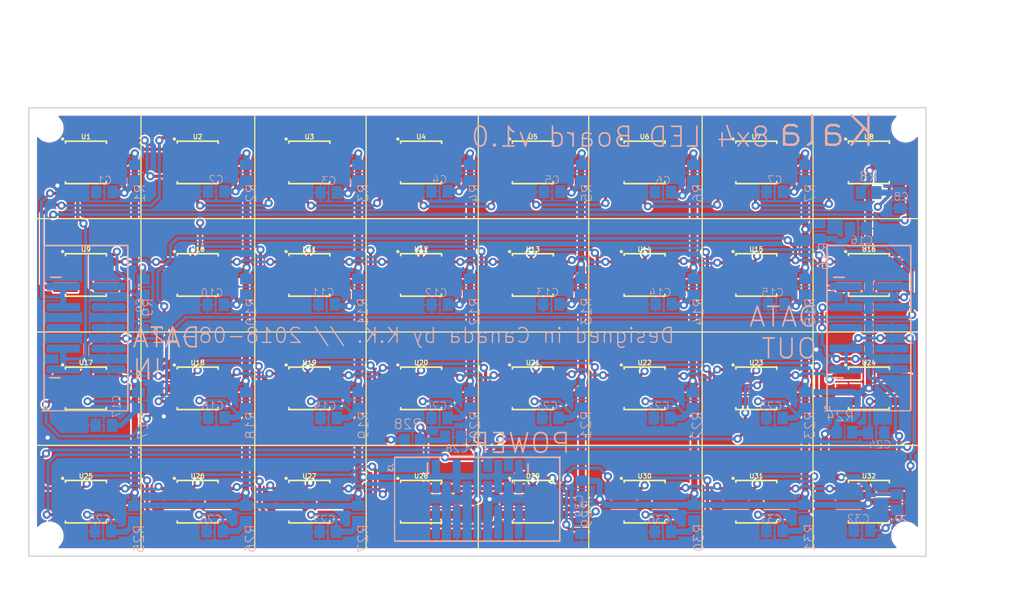
<source format=kicad_pcb>
(kicad_pcb (version 20171130) (host pcbnew "(5.0.2)-1")
  (layers (0 Top signal) (31 Bottom signal) (34 B.Paste user) (35 F.Paste user) (36 B.SilkS user) (37 F.SilkS user) (38 B.Mask user) (39 F.Mask user) (44 Edge.Cuts user))
  (net 0 "")
  (net 1 5V)
  (net 2 GND)
  (net 3 /DO1)
  (net 4 /DATA_IN)
  (net 5 /B_IN)
  (net 6 "Net-(C1-Pad1)")
  (net 7 /DO2)
  (net 8 "Net-(C2-Pad1)")
  (net 9 /DO3)
  (net 10 "Net-(C3-Pad1)")
  (net 11 /DO4)
  (net 12 "Net-(C4-Pad1)")
  (net 13 /DO5)
  (net 14 "Net-(C5-Pad1)")
  (net 15 /DO6)
  (net 16 "Net-(C6-Pad1)")
  (net 17 /DO7)
  (net 18 "Net-(C7-Pad1)")
  (net 19 /DO8)
  (net 20 "Net-(C8-Pad1)")
  (net 21 /DO9)
  (net 22 "Net-(C9-Pad1)")
  (net 23 /DO10)
  (net 24 "Net-(C10-Pad1)")
  (net 25 /DO11)
  (net 26 "Net-(C11-Pad1)")
  (net 27 /DO12)
  (net 28 "Net-(C12-Pad1)")
  (net 29 /DO13)
  (net 30 "Net-(C13-Pad1)")
  (net 31 /DO14)
  (net 32 "Net-(C14-Pad1)")
  (net 33 /DO15)
  (net 34 "Net-(C15-Pad1)")
  (net 35 /DO16)
  (net 36 "Net-(C16-Pad1)")
  (net 37 /DO17)
  (net 38 "Net-(C17-Pad1)")
  (net 39 /DO18)
  (net 40 "Net-(C18-Pad1)")
  (net 41 /DO19)
  (net 42 "Net-(C19-Pad1)")
  (net 43 /DO20)
  (net 44 "Net-(C20-Pad1)")
  (net 45 /DO21)
  (net 46 "Net-(C21-Pad1)")
  (net 47 /DO22)
  (net 48 "Net-(C22-Pad1)")
  (net 49 /DO23)
  (net 50 "Net-(C23-Pad1)")
  (net 51 /DO24)
  (net 52 "Net-(C24-Pad1)")
  (net 53 /DO25)
  (net 54 "Net-(C25-Pad1)")
  (net 55 /DO26)
  (net 56 "Net-(C26-Pad1)")
  (net 57 /DO27)
  (net 58 "Net-(C27-Pad1)")
  (net 59 /DO28)
  (net 60 "Net-(C28-Pad1)")
  (net 61 /DO29)
  (net 62 "Net-(C29-Pad1)")
  (net 63 /DO30)
  (net 64 "Net-(C30-Pad1)")
  (net 65 /B_OUT)
  (net 66 "Net-(C31-Pad1)")
  (net 67 /DATA_OUT)
  (net 68 "Net-(C32-Pad1)")
  (net 69 "Net-(J1-Pad5)")
  (net 70 "Net-(J2-Pad5)")
  (module "" (layer Top) (at 96.0011 80.0036)
    (fp_text reference @HOLE0 hide)
    (fp_text value "" (at 0 0) (layer F.SilkS) (effects (font (size 1.27 1.27))))
    (pad "" np_thru_hole circle (at 0 0) (size 3.15 3.15) (drill 3.15) (layers *.Cu *.Mask))
  )
  (module "" (layer Top) (at 201.0011 80.0036)
    (fp_text reference @HOLE1 hide)
    (fp_text value "" (at 0 0) (layer F.SilkS) (effects (font (size 1.27 1.27))))
    (pad "" np_thru_hole circle (at 0 0) (size 3.15 3.15) (drill 3.15) (layers *.Cu *.Mask))
  )
  (module "" (layer Top) (at 201.0011 130.0036)
    (fp_text reference @HOLE2 hide)
    (fp_text value "" (at 0 0) (layer F.SilkS) (effects (font (size 1.27 1.27))))
    (pad "" np_thru_hole circle (at 0 0) (size 3.15 3.15) (drill 3.15) (layers *.Cu *.Mask))
  )
  (module "" (layer Top) (at 96.0011 130.0036)
    (fp_text reference @HOLE3 hide)
    (fp_text value "" (at 0 0) (layer F.SilkS) (effects (font (size 1.27 1.27))))
    (pad "" np_thru_hole circle (at 0 0) (size 3.15 3.15) (drill 3.15) (layers *.Cu *.Mask))
  )
  (module led_pcb:WS2813 (layer Top) (at 100.5011 84.2036)
    (fp_text reference U1 (at 0 -2.794) (layer F.SilkS) (effects (font (size 0.57912 0.57912) (thickness 0.12192)) (justify bottom)))
    (fp_text value WS2813)
    (pad 5 smd rect (at -2.5 0.001 180) (size 3 1) (layers Top F.Paste F.Mask) (net 2 GND))
    (pad 2 smd rect (at 2.5 0.001 180) (size 3 1) (layers Top F.Paste F.Mask) (net 1 5V))
    (pad 3 smd rect (at 2.5 -1.6 180) (size 3 1) (layers Top F.Paste F.Mask) (net 3 /DO1))
    (pad 4 smd rect (at -2.5 -1.6 180) (size 3 1) (layers Top F.Paste F.Mask) (net 4 /DATA_IN))
    (pad 6 smd rect (at -2.5 1.6 180) (size 3 1) (layers Top F.Paste F.Mask) (net 5 /B_IN))
    (pad 1 smd rect (at 2.5 1.6 180) (size 3 1) (layers Top F.Paste F.Mask) (net 6 "Net-(C1-Pad1)"))
  )
  (module led_pcb:WS2813 (layer Top) (at 114.2011 84.2036)
    (fp_text reference U2 (at 0 -2.794) (layer F.SilkS) (effects (font (size 0.57912 0.57912) (thickness 0.12192)) (justify bottom)))
    (fp_text value WS2813)
    (pad 5 smd rect (at -2.5 0.001 180) (size 3 1) (layers Top F.Paste F.Mask) (net 2 GND))
    (pad 2 smd rect (at 2.5 0.001 180) (size 3 1) (layers Top F.Paste F.Mask) (net 1 5V))
    (pad 3 smd rect (at 2.5 -1.6 180) (size 3 1) (layers Top F.Paste F.Mask) (net 7 /DO2))
    (pad 4 smd rect (at -2.5 -1.6 180) (size 3 1) (layers Top F.Paste F.Mask) (net 3 /DO1))
    (pad 6 smd rect (at -2.5 1.6 180) (size 3 1) (layers Top F.Paste F.Mask) (net 4 /DATA_IN))
    (pad 1 smd rect (at 2.5 1.6 180) (size 3 1) (layers Top F.Paste F.Mask) (net 8 "Net-(C2-Pad1)"))
  )
  (module led_pcb:M0805 (layer Bottom) (at 106.5511 85.4636 90)
    (fp_text reference R1 (at -1.27 1.27 90) (layer B.SilkS) (effects (font (size 1.2065 1.2065) (thickness 0.1016)) (justify left bottom mirror)))
    (fp_text value "0 OHM")
    (pad 2 smd rect (at 0.95 0 90) (size 1.3 1.6) (layers Bottom B.Paste B.Mask) (net 1 5V))
    (pad 1 smd rect (at -0.95 0 90) (size 1.3 1.6) (layers Bottom B.Paste B.Mask) (net 6 "Net-(C1-Pad1)"))
  )
  (module led_pcb:M0805 (layer Bottom) (at 120.2011 85.4636 90)
    (fp_text reference R2 (at -1.27 1.27 90) (layer B.SilkS) (effects (font (size 1.2065 1.2065) (thickness 0.1016)) (justify left bottom mirror)))
    (fp_text value "0 OHM")
    (pad 2 smd rect (at 0.95 0 90) (size 1.3 1.6) (layers Bottom B.Paste B.Mask) (net 1 5V))
    (pad 1 smd rect (at -0.95 0 90) (size 1.3 1.6) (layers Bottom B.Paste B.Mask) (net 8 "Net-(C2-Pad1)"))
  )
  (module led_pcb:C0805K (layer Bottom) (at 102.7611 87.8536 180)
    (fp_text reference C1 (at -1 0.875 180) (layer B.SilkS) (effects (font (size 0.9652 0.9652) (thickness 0.08128)) (justify left bottom mirror)))
    (fp_text value 100nF)
    (pad 2 smd rect (at 1 0 180) (size 1.3 1.6) (layers Bottom B.Paste B.Mask) (net 2 GND))
    (pad 1 smd rect (at -1 0 180) (size 1.3 1.6) (layers Bottom B.Paste B.Mask) (net 6 "Net-(C1-Pad1)"))
  )
  (module led_pcb:C0805K (layer Bottom) (at 116.4611 87.7636 180)
    (fp_text reference C2 (at -1 0.875 180) (layer B.SilkS) (effects (font (size 0.9652 0.9652) (thickness 0.08128)) (justify left bottom mirror)))
    (fp_text value 100nF)
    (pad 2 smd rect (at 1 0 180) (size 1.3 1.6) (layers Bottom B.Paste B.Mask) (net 2 GND))
    (pad 1 smd rect (at -1 0 180) (size 1.3 1.6) (layers Bottom B.Paste B.Mask) (net 8 "Net-(C2-Pad1)"))
  )
  (module led_pcb:WS2813 (layer Top) (at 127.9011 84.2036)
    (fp_text reference U3 (at 0 -2.794) (layer F.SilkS) (effects (font (size 0.57912 0.57912) (thickness 0.12192)) (justify bottom)))
    (fp_text value WS2813)
    (pad 5 smd rect (at -2.5 0.001 180) (size 3 1) (layers Top F.Paste F.Mask) (net 2 GND))
    (pad 2 smd rect (at 2.5 0.001 180) (size 3 1) (layers Top F.Paste F.Mask) (net 1 5V))
    (pad 3 smd rect (at 2.5 -1.6 180) (size 3 1) (layers Top F.Paste F.Mask) (net 9 /DO3))
    (pad 4 smd rect (at -2.5 -1.6 180) (size 3 1) (layers Top F.Paste F.Mask) (net 7 /DO2))
    (pad 6 smd rect (at -2.5 1.6 180) (size 3 1) (layers Top F.Paste F.Mask) (net 3 /DO1))
    (pad 1 smd rect (at 2.5 1.6 180) (size 3 1) (layers Top F.Paste F.Mask) (net 10 "Net-(C3-Pad1)"))
  )
  (module led_pcb:M0805 (layer Bottom) (at 133.9411 85.4636 90)
    (fp_text reference R3 (at -1.27 1.27 90) (layer B.SilkS) (effects (font (size 1.2065 1.2065) (thickness 0.1016)) (justify left bottom mirror)))
    (fp_text value "0 OHM")
    (pad 2 smd rect (at 0.95 0 90) (size 1.3 1.6) (layers Bottom B.Paste B.Mask) (net 1 5V))
    (pad 1 smd rect (at -0.95 0 90) (size 1.3 1.6) (layers Bottom B.Paste B.Mask) (net 10 "Net-(C3-Pad1)"))
  )
  (module led_pcb:C0805K (layer Bottom) (at 130.2611 87.9136 180)
    (fp_text reference C3 (at -1 0.875 180) (layer B.SilkS) (effects (font (size 0.9652 0.9652) (thickness 0.08128)) (justify left bottom mirror)))
    (fp_text value 100nF)
    (pad 2 smd rect (at 1 0 180) (size 1.3 1.6) (layers Bottom B.Paste B.Mask) (net 2 GND))
    (pad 1 smd rect (at -1 0 180) (size 1.3 1.6) (layers Bottom B.Paste B.Mask) (net 10 "Net-(C3-Pad1)"))
  )
  (module led_pcb:WS2813 (layer Top) (at 141.6011 84.2036)
    (fp_text reference U4 (at 0 -2.794) (layer F.SilkS) (effects (font (size 0.57912 0.57912) (thickness 0.12192)) (justify bottom)))
    (fp_text value WS2813)
    (pad 5 smd rect (at -2.5 0.001 180) (size 3 1) (layers Top F.Paste F.Mask) (net 2 GND))
    (pad 2 smd rect (at 2.5 0.001 180) (size 3 1) (layers Top F.Paste F.Mask) (net 1 5V))
    (pad 3 smd rect (at 2.5 -1.6 180) (size 3 1) (layers Top F.Paste F.Mask) (net 11 /DO4))
    (pad 4 smd rect (at -2.5 -1.6 180) (size 3 1) (layers Top F.Paste F.Mask) (net 9 /DO3))
    (pad 6 smd rect (at -2.5 1.6 180) (size 3 1) (layers Top F.Paste F.Mask) (net 7 /DO2))
    (pad 1 smd rect (at 2.5 1.6 180) (size 3 1) (layers Top F.Paste F.Mask) (net 12 "Net-(C4-Pad1)"))
  )
  (module led_pcb:M0805 (layer Bottom) (at 147.5911 85.4636 90)
    (fp_text reference R4 (at -1.27 1.27 90) (layer B.SilkS) (effects (font (size 1.2065 1.2065) (thickness 0.1016)) (justify left bottom mirror)))
    (fp_text value "0 OHM")
    (pad 2 smd rect (at 0.95 0 90) (size 1.3 1.6) (layers Bottom B.Paste B.Mask) (net 1 5V))
    (pad 1 smd rect (at -0.95 0 90) (size 1.3 1.6) (layers Bottom B.Paste B.Mask) (net 12 "Net-(C4-Pad1)"))
  )
  (module led_pcb:C0805K (layer Bottom) (at 143.8611 87.7636 180)
    (fp_text reference C4 (at -1 0.875 180) (layer B.SilkS) (effects (font (size 0.9652 0.9652) (thickness 0.08128)) (justify left bottom mirror)))
    (fp_text value 100nF)
    (pad 2 smd rect (at 1 0 180) (size 1.3 1.6) (layers Bottom B.Paste B.Mask) (net 2 GND))
    (pad 1 smd rect (at -1 0 180) (size 1.3 1.6) (layers Bottom B.Paste B.Mask) (net 12 "Net-(C4-Pad1)"))
  )
  (module led_pcb:WS2813 (layer Top) (at 155.3011 84.2036)
    (fp_text reference U5 (at 0 -2.794) (layer F.SilkS) (effects (font (size 0.57912 0.57912) (thickness 0.12192)) (justify bottom)))
    (fp_text value WS2813)
    (pad 5 smd rect (at -2.5 0.001 180) (size 3 1) (layers Top F.Paste F.Mask) (net 2 GND))
    (pad 2 smd rect (at 2.5 0.001 180) (size 3 1) (layers Top F.Paste F.Mask) (net 1 5V))
    (pad 3 smd rect (at 2.5 -1.6 180) (size 3 1) (layers Top F.Paste F.Mask) (net 13 /DO5))
    (pad 4 smd rect (at -2.5 -1.6 180) (size 3 1) (layers Top F.Paste F.Mask) (net 11 /DO4))
    (pad 6 smd rect (at -2.5 1.6 180) (size 3 1) (layers Top F.Paste F.Mask) (net 9 /DO3))
    (pad 1 smd rect (at 2.5 1.6 180) (size 3 1) (layers Top F.Paste F.Mask) (net 14 "Net-(C5-Pad1)"))
  )
  (module led_pcb:M0805 (layer Bottom) (at 161.3411 85.4636 90)
    (fp_text reference R5 (at -1.27 1.27 90) (layer B.SilkS) (effects (font (size 1.2065 1.2065) (thickness 0.09652)) (justify left bottom mirror)))
    (fp_text value "0 OHM")
    (pad 2 smd rect (at 0.95 0 90) (size 1.3 1.6) (layers Bottom B.Paste B.Mask) (net 1 5V))
    (pad 1 smd rect (at -0.95 0 90) (size 1.3 1.6) (layers Bottom B.Paste B.Mask) (net 14 "Net-(C5-Pad1)"))
  )
  (module led_pcb:C0805K (layer Bottom) (at 157.6611 87.8136 180)
    (fp_text reference C5 (at -1 0.875 180) (layer B.SilkS) (effects (font (size 0.9652 0.9652) (thickness 0.08128)) (justify left bottom mirror)))
    (fp_text value 100nF)
    (pad 2 smd rect (at 1 0 180) (size 1.3 1.6) (layers Bottom B.Paste B.Mask) (net 2 GND))
    (pad 1 smd rect (at -1 0 180) (size 1.3 1.6) (layers Bottom B.Paste B.Mask) (net 14 "Net-(C5-Pad1)"))
  )
  (module led_pcb:WS2813 (layer Top) (at 169.0011 84.2036)
    (fp_text reference U6 (at 0 -2.794) (layer F.SilkS) (effects (font (size 0.57912 0.57912) (thickness 0.12192)) (justify bottom)))
    (fp_text value WS2813)
    (pad 5 smd rect (at -2.5 0.001 180) (size 3 1) (layers Top F.Paste F.Mask) (net 2 GND))
    (pad 2 smd rect (at 2.5 0.001 180) (size 3 1) (layers Top F.Paste F.Mask) (net 1 5V))
    (pad 3 smd rect (at 2.5 -1.6 180) (size 3 1) (layers Top F.Paste F.Mask) (net 15 /DO6))
    (pad 4 smd rect (at -2.5 -1.6 180) (size 3 1) (layers Top F.Paste F.Mask) (net 13 /DO5))
    (pad 6 smd rect (at -2.5 1.6 180) (size 3 1) (layers Top F.Paste F.Mask) (net 11 /DO4))
    (pad 1 smd rect (at 2.5 1.6 180) (size 3 1) (layers Top F.Paste F.Mask) (net 16 "Net-(C6-Pad1)"))
  )
  (module led_pcb:M0805 (layer Bottom) (at 174.9911 85.4636 90)
    (fp_text reference R6 (at -1.27 1.27 90) (layer B.SilkS) (effects (font (size 1.2065 1.2065) (thickness 0.09652)) (justify left bottom mirror)))
    (fp_text value "0 OHM")
    (pad 2 smd rect (at 0.95 0 90) (size 1.3 1.6) (layers Bottom B.Paste B.Mask) (net 1 5V))
    (pad 1 smd rect (at -0.95 0 90) (size 1.3 1.6) (layers Bottom B.Paste B.Mask) (net 16 "Net-(C6-Pad1)"))
  )
  (module led_pcb:C0805K (layer Bottom) (at 171.2611 87.8636 180)
    (fp_text reference C6 (at -1 0.875 180) (layer B.SilkS) (effects (font (size 0.9652 0.9652) (thickness 0.08128)) (justify left bottom mirror)))
    (fp_text value 100nF)
    (pad 2 smd rect (at 1 0 180) (size 1.3 1.6) (layers Bottom B.Paste B.Mask) (net 2 GND))
    (pad 1 smd rect (at -1 0 180) (size 1.3 1.6) (layers Bottom B.Paste B.Mask) (net 16 "Net-(C6-Pad1)"))
  )
  (module led_pcb:WS2813 (layer Top) (at 182.7011 84.2036)
    (fp_text reference U7 (at 0 -2.794) (layer F.SilkS) (effects (font (size 0.57912 0.57912) (thickness 0.12192)) (justify bottom)))
    (fp_text value WS2813)
    (pad 5 smd rect (at -2.5 0.001 180) (size 3 1) (layers Top F.Paste F.Mask) (net 2 GND))
    (pad 2 smd rect (at 2.5 0.001 180) (size 3 1) (layers Top F.Paste F.Mask) (net 1 5V))
    (pad 3 smd rect (at 2.5 -1.6 180) (size 3 1) (layers Top F.Paste F.Mask) (net 17 /DO7))
    (pad 4 smd rect (at -2.5 -1.6 180) (size 3 1) (layers Top F.Paste F.Mask) (net 15 /DO6))
    (pad 6 smd rect (at -2.5 1.6 180) (size 3 1) (layers Top F.Paste F.Mask) (net 13 /DO5))
    (pad 1 smd rect (at 2.5 1.6 180) (size 3 1) (layers Top F.Paste F.Mask) (net 18 "Net-(C7-Pad1)"))
  )
  (module led_pcb:M0805 (layer Bottom) (at 188.7411 85.4636 90)
    (fp_text reference R7 (at -1.27 1.27 90) (layer B.SilkS) (effects (font (size 1.2065 1.2065) (thickness 0.09652)) (justify left bottom mirror)))
    (fp_text value "0 OHM")
    (pad 2 smd rect (at 0.95 0 90) (size 1.3 1.6) (layers Bottom B.Paste B.Mask) (net 1 5V))
    (pad 1 smd rect (at -0.95 0 90) (size 1.3 1.6) (layers Bottom B.Paste B.Mask) (net 18 "Net-(C7-Pad1)"))
  )
  (module led_pcb:C0805K (layer Bottom) (at 184.9611 87.8136 180)
    (fp_text reference C7 (at -1 0.875 180) (layer B.SilkS) (effects (font (size 0.9652 0.9652) (thickness 0.08128)) (justify left bottom mirror)))
    (fp_text value 100nF)
    (pad 2 smd rect (at 1 0 180) (size 1.3 1.6) (layers Bottom B.Paste B.Mask) (net 2 GND))
    (pad 1 smd rect (at -1 0 180) (size 1.3 1.6) (layers Bottom B.Paste B.Mask) (net 18 "Net-(C7-Pad1)"))
  )
  (module led_pcb:WS2813 (layer Top) (at 196.5011 84.2036)
    (fp_text reference U8 (at 0 -2.794) (layer F.SilkS) (effects (font (size 0.57912 0.57912) (thickness 0.12192)) (justify bottom)))
    (fp_text value WS2813)
    (pad 5 smd rect (at -2.5 0.001 180) (size 3 1) (layers Top F.Paste F.Mask) (net 2 GND))
    (pad 2 smd rect (at 2.5 0.001 180) (size 3 1) (layers Top F.Paste F.Mask) (net 1 5V))
    (pad 3 smd rect (at 2.5 -1.6 180) (size 3 1) (layers Top F.Paste F.Mask) (net 19 /DO8))
    (pad 4 smd rect (at -2.5 -1.6 180) (size 3 1) (layers Top F.Paste F.Mask) (net 17 /DO7))
    (pad 6 smd rect (at -2.5 1.6 180) (size 3 1) (layers Top F.Paste F.Mask) (net 15 /DO6))
    (pad 1 smd rect (at 2.5 1.6 180) (size 3 1) (layers Top F.Paste F.Mask) (net 20 "Net-(C8-Pad1)"))
  )
  (module led_pcb:M0805 (layer Bottom) (at 196.4611 87.9136 180)
    (fp_text reference R8 (at -1.27 1.27) (layer B.SilkS) (effects (font (size 1.2065 1.2065) (thickness 0.09652)) (justify left bottom mirror)))
    (fp_text value "0 OHM" hide)
    (pad 2 smd rect (at 0.95 0 180) (size 1.3 1.6) (layers Bottom B.Paste B.Mask) (net 1 5V))
    (pad 1 smd rect (at -0.95 0 180) (size 1.3 1.6) (layers Bottom B.Paste B.Mask) (net 20 "Net-(C8-Pad1)"))
  )
  (module led_pcb:C0805K (layer Bottom) (at 200.3611 88.8436 270)
    (fp_text reference C8 (at -1 0.875 180) (layer B.SilkS) (effects (font (size 0.9652 0.9652) (thickness 0.077216)) (justify right top mirror)))
    (fp_text value 100nF hide)
    (pad 2 smd rect (at 1 0 270) (size 1.3 1.6) (layers Bottom B.Paste B.Mask) (net 2 GND))
    (pad 1 smd rect (at -1 0 270) (size 1.3 1.6) (layers Bottom B.Paste B.Mask) (net 20 "Net-(C8-Pad1)"))
  )
  (module led_pcb:WS2813 (layer Top) (at 100.5011 98.0036)
    (fp_text reference U9 (at 0 -2.794) (layer F.SilkS) (effects (font (size 0.57912 0.57912) (thickness 0.12192)) (justify bottom)))
    (fp_text value WS2813)
    (pad 5 smd rect (at -2.5 0.001 180) (size 3 1) (layers Top F.Paste F.Mask) (net 2 GND))
    (pad 2 smd rect (at 2.5 0.001 180) (size 3 1) (layers Top F.Paste F.Mask) (net 1 5V))
    (pad 3 smd rect (at 2.5 -1.6 180) (size 3 1) (layers Top F.Paste F.Mask) (net 21 /DO9))
    (pad 4 smd rect (at -2.5 -1.6 180) (size 3 1) (layers Top F.Paste F.Mask) (net 19 /DO8))
    (pad 6 smd rect (at -2.5 1.6 180) (size 3 1) (layers Top F.Paste F.Mask) (net 17 /DO7))
    (pad 1 smd rect (at 2.5 1.6 180) (size 3 1) (layers Top F.Paste F.Mask) (net 22 "Net-(C9-Pad1)"))
  )
  (module led_pcb:WS2813 (layer Top) (at 114.2011 98.0036)
    (fp_text reference U10 (at 0 -2.794) (layer F.SilkS) (effects (font (size 0.57912 0.57912) (thickness 0.12192)) (justify bottom)))
    (fp_text value WS2813)
    (pad 5 smd rect (at -2.5 0.001 180) (size 3 1) (layers Top F.Paste F.Mask) (net 2 GND))
    (pad 2 smd rect (at 2.5 0.001 180) (size 3 1) (layers Top F.Paste F.Mask) (net 1 5V))
    (pad 3 smd rect (at 2.5 -1.6 180) (size 3 1) (layers Top F.Paste F.Mask) (net 23 /DO10))
    (pad 4 smd rect (at -2.5 -1.6 180) (size 3 1) (layers Top F.Paste F.Mask) (net 21 /DO9))
    (pad 6 smd rect (at -2.5 1.6 180) (size 3 1) (layers Top F.Paste F.Mask) (net 19 /DO8))
    (pad 1 smd rect (at 2.5 1.6 180) (size 3 1) (layers Top F.Paste F.Mask) (net 24 "Net-(C10-Pad1)"))
  )
  (module led_pcb:M0805 (layer Bottom) (at 107.5211 99.4836 90)
    (fp_text reference R9 (at -1.27 1.27 90) (layer B.SilkS) (effects (font (size 1.2065 1.2065) (thickness 0.09652)) (justify left bottom mirror)))
    (fp_text value "0 OHM")
    (pad 2 smd rect (at 0.95 0 90) (size 1.3 1.6) (layers Bottom B.Paste B.Mask) (net 1 5V))
    (pad 1 smd rect (at -0.95 0 90) (size 1.3 1.6) (layers Bottom B.Paste B.Mask) (net 22 "Net-(C9-Pad1)"))
  )
  (module led_pcb:M0805 (layer Bottom) (at 120.2011 99.4636 90)
    (fp_text reference R10 (at -1.27 1.27 90) (layer B.SilkS) (effects (font (size 1.2065 1.2065) (thickness 0.1016)) (justify left bottom mirror)))
    (fp_text value "0 OHM")
    (pad 2 smd rect (at 0.95 0 90) (size 1.3 1.6) (layers Bottom B.Paste B.Mask) (net 1 5V))
    (pad 1 smd rect (at -0.95 0 90) (size 1.3 1.6) (layers Bottom B.Paste B.Mask) (net 24 "Net-(C10-Pad1)"))
  )
  (module led_pcb:C0805K (layer Bottom) (at 107.4511 103.6936 270)
    (fp_text reference C9 (at -1 0.875 90) (layer B.SilkS) (effects (font (size 0.9652 0.9652) (thickness 0.077216)) (justify right top mirror)))
    (fp_text value 100nF)
    (pad 2 smd rect (at 1 0 270) (size 1.3 1.6) (layers Bottom B.Paste B.Mask) (net 2 GND))
    (pad 1 smd rect (at -1 0 270) (size 1.3 1.6) (layers Bottom B.Paste B.Mask) (net 22 "Net-(C9-Pad1)"))
  )
  (module led_pcb:C0805K (layer Bottom) (at 116.4011 101.6536 180)
    (fp_text reference C10 (at -1 0.875 180) (layer B.SilkS) (effects (font (size 0.9652 0.9652) (thickness 0.08128)) (justify left bottom mirror)))
    (fp_text value 100nF)
    (pad 2 smd rect (at 1 0 180) (size 1.3 1.6) (layers Bottom B.Paste B.Mask) (net 2 GND))
    (pad 1 smd rect (at -1 0 180) (size 1.3 1.6) (layers Bottom B.Paste B.Mask) (net 24 "Net-(C10-Pad1)"))
  )
  (module led_pcb:WS2813 (layer Top) (at 127.9011 98.0036)
    (fp_text reference U11 (at 0 -2.794) (layer F.SilkS) (effects (font (size 0.57912 0.57912) (thickness 0.12192)) (justify bottom)))
    (fp_text value WS2813)
    (pad 5 smd rect (at -2.5 0.001 180) (size 3 1) (layers Top F.Paste F.Mask) (net 2 GND))
    (pad 2 smd rect (at 2.5 0.001 180) (size 3 1) (layers Top F.Paste F.Mask) (net 1 5V))
    (pad 3 smd rect (at 2.5 -1.6 180) (size 3 1) (layers Top F.Paste F.Mask) (net 25 /DO11))
    (pad 4 smd rect (at -2.5 -1.6 180) (size 3 1) (layers Top F.Paste F.Mask) (net 23 /DO10))
    (pad 6 smd rect (at -2.5 1.6 180) (size 3 1) (layers Top F.Paste F.Mask) (net 21 /DO9))
    (pad 1 smd rect (at 2.5 1.6 180) (size 3 1) (layers Top F.Paste F.Mask) (net 26 "Net-(C11-Pad1)"))
  )
  (module led_pcb:M0805 (layer Bottom) (at 133.9011 99.4436 90)
    (fp_text reference R11 (at -1.27 1.27 90) (layer B.SilkS) (effects (font (size 1.2065 1.2065) (thickness 0.1016)) (justify left bottom mirror)))
    (fp_text value "0 OHM")
    (pad 2 smd rect (at 0.95 0 90) (size 1.3 1.6) (layers Bottom B.Paste B.Mask) (net 1 5V))
    (pad 1 smd rect (at -0.95 0 90) (size 1.3 1.6) (layers Bottom B.Paste B.Mask) (net 26 "Net-(C11-Pad1)"))
  )
  (module led_pcb:C0805K (layer Bottom) (at 130.0211 101.6036 180)
    (fp_text reference C11 (at -1 0.875 180) (layer B.SilkS) (effects (font (size 0.9652 0.9652) (thickness 0.08128)) (justify left bottom mirror)))
    (fp_text value 100nF)
    (pad 2 smd rect (at 1 0 180) (size 1.3 1.6) (layers Bottom B.Paste B.Mask) (net 2 GND))
    (pad 1 smd rect (at -1 0 180) (size 1.3 1.6) (layers Bottom B.Paste B.Mask) (net 26 "Net-(C11-Pad1)"))
  )
  (module led_pcb:WS2813 (layer Top) (at 141.6011 98.0036)
    (fp_text reference U12 (at 0 -2.794) (layer F.SilkS) (effects (font (size 0.57912 0.57912) (thickness 0.12192)) (justify bottom)))
    (fp_text value WS2813)
    (pad 5 smd rect (at -2.5 0.001 180) (size 3 1) (layers Top F.Paste F.Mask) (net 2 GND))
    (pad 2 smd rect (at 2.5 0.001 180) (size 3 1) (layers Top F.Paste F.Mask) (net 1 5V))
    (pad 3 smd rect (at 2.5 -1.6 180) (size 3 1) (layers Top F.Paste F.Mask) (net 27 /DO12))
    (pad 4 smd rect (at -2.5 -1.6 180) (size 3 1) (layers Top F.Paste F.Mask) (net 25 /DO11))
    (pad 6 smd rect (at -2.5 1.6 180) (size 3 1) (layers Top F.Paste F.Mask) (net 23 /DO10))
    (pad 1 smd rect (at 2.5 1.6 180) (size 3 1) (layers Top F.Paste F.Mask) (net 28 "Net-(C12-Pad1)"))
  )
  (module led_pcb:M0805 (layer Bottom) (at 147.6011 99.4236 90)
    (fp_text reference R12 (at -1.27 1.27 90) (layer B.SilkS) (effects (font (size 1.2065 1.2065) (thickness 0.1016)) (justify left bottom mirror)))
    (fp_text value "0 OHM")
    (pad 2 smd rect (at 0.95 0 90) (size 1.3 1.6) (layers Bottom B.Paste B.Mask) (net 1 5V))
    (pad 1 smd rect (at -0.95 0 90) (size 1.3 1.6) (layers Bottom B.Paste B.Mask) (net 28 "Net-(C12-Pad1)"))
  )
  (module led_pcb:C0805K (layer Bottom) (at 143.8911 101.6536 180)
    (fp_text reference C12 (at -1 0.875 180) (layer B.SilkS) (effects (font (size 0.9652 0.9652) (thickness 0.08128)) (justify left bottom mirror)))
    (fp_text value 100nF)
    (pad 2 smd rect (at 1 0 180) (size 1.3 1.6) (layers Bottom B.Paste B.Mask) (net 2 GND))
    (pad 1 smd rect (at -1 0 180) (size 1.3 1.6) (layers Bottom B.Paste B.Mask) (net 28 "Net-(C12-Pad1)"))
  )
  (module led_pcb:WS2813 (layer Top) (at 155.3011 98.0036)
    (fp_text reference U13 (at 0 -2.794) (layer F.SilkS) (effects (font (size 0.57912 0.57912) (thickness 0.12192)) (justify bottom)))
    (fp_text value WS2813)
    (pad 5 smd rect (at -2.5 0.001 180) (size 3 1) (layers Top F.Paste F.Mask) (net 2 GND))
    (pad 2 smd rect (at 2.5 0.001 180) (size 3 1) (layers Top F.Paste F.Mask) (net 1 5V))
    (pad 3 smd rect (at 2.5 -1.6 180) (size 3 1) (layers Top F.Paste F.Mask) (net 29 /DO13))
    (pad 4 smd rect (at -2.5 -1.6 180) (size 3 1) (layers Top F.Paste F.Mask) (net 27 /DO12))
    (pad 6 smd rect (at -2.5 1.6 180) (size 3 1) (layers Top F.Paste F.Mask) (net 25 /DO11))
    (pad 1 smd rect (at 2.5 1.6 180) (size 3 1) (layers Top F.Paste F.Mask) (net 30 "Net-(C13-Pad1)"))
  )
  (module led_pcb:M0805 (layer Bottom) (at 161.3011 99.4036 90)
    (fp_text reference R13 (at -1.27 1.27 90) (layer B.SilkS) (effects (font (size 1.2065 1.2065) (thickness 0.1016)) (justify left bottom mirror)))
    (fp_text value "0 OHM")
    (pad 2 smd rect (at 0.95 0 90) (size 1.3 1.6) (layers Bottom B.Paste B.Mask) (net 1 5V))
    (pad 1 smd rect (at -0.95 0 90) (size 1.3 1.6) (layers Bottom B.Paste B.Mask) (net 30 "Net-(C13-Pad1)"))
  )
  (module led_pcb:C0805K (layer Bottom) (at 157.5611 101.6036 180)
    (fp_text reference C13 (at -1 0.875 180) (layer B.SilkS) (effects (font (size 0.9652 0.9652) (thickness 0.08128)) (justify left bottom mirror)))
    (fp_text value 100nF)
    (pad 2 smd rect (at 1 0 180) (size 1.3 1.6) (layers Bottom B.Paste B.Mask) (net 2 GND))
    (pad 1 smd rect (at -1 0 180) (size 1.3 1.6) (layers Bottom B.Paste B.Mask) (net 30 "Net-(C13-Pad1)"))
  )
  (module led_pcb:WS2813 (layer Top) (at 169.0011 98.0036)
    (fp_text reference U14 (at 0 -2.794) (layer F.SilkS) (effects (font (size 0.57912 0.57912) (thickness 0.12192)) (justify bottom)))
    (fp_text value WS2813)
    (pad 5 smd rect (at -2.5 0.001 180) (size 3 1) (layers Top F.Paste F.Mask) (net 2 GND))
    (pad 2 smd rect (at 2.5 0.001 180) (size 3 1) (layers Top F.Paste F.Mask) (net 1 5V))
    (pad 3 smd rect (at 2.5 -1.6 180) (size 3 1) (layers Top F.Paste F.Mask) (net 31 /DO14))
    (pad 4 smd rect (at -2.5 -1.6 180) (size 3 1) (layers Top F.Paste F.Mask) (net 29 /DO13))
    (pad 6 smd rect (at -2.5 1.6 180) (size 3 1) (layers Top F.Paste F.Mask) (net 27 /DO12))
    (pad 1 smd rect (at 2.5 1.6 180) (size 3 1) (layers Top F.Paste F.Mask) (net 32 "Net-(C14-Pad1)"))
  )
  (module led_pcb:M0805 (layer Bottom) (at 175.0511 99.4636 90)
    (fp_text reference R14 (at -1.27 1.27 90) (layer B.SilkS) (effects (font (size 1.2065 1.2065) (thickness 0.1016)) (justify left bottom mirror)))
    (fp_text value "0 OHM")
    (pad 2 smd rect (at 0.95 0 90) (size 1.3 1.6) (layers Bottom B.Paste B.Mask) (net 1 5V))
    (pad 1 smd rect (at -0.95 0 90) (size 1.3 1.6) (layers Bottom B.Paste B.Mask) (net 32 "Net-(C14-Pad1)"))
  )
  (module led_pcb:C0805K (layer Bottom) (at 171.3511 101.6036 180)
    (fp_text reference C14 (at -1 0.875 180) (layer B.SilkS) (effects (font (size 0.9652 0.9652) (thickness 0.08128)) (justify left bottom mirror)))
    (fp_text value 100nF)
    (pad 2 smd rect (at 1 0 180) (size 1.3 1.6) (layers Bottom B.Paste B.Mask) (net 2 GND))
    (pad 1 smd rect (at -1 0 180) (size 1.3 1.6) (layers Bottom B.Paste B.Mask) (net 32 "Net-(C14-Pad1)"))
  )
  (module led_pcb:WS2813 (layer Top) (at 182.7011 98.0036)
    (fp_text reference U15 (at 0 -2.794) (layer F.SilkS) (effects (font (size 0.57912 0.57912) (thickness 0.12192)) (justify bottom)))
    (fp_text value WS2813)
    (pad 5 smd rect (at -2.5 0.001 180) (size 3 1) (layers Top F.Paste F.Mask) (net 2 GND))
    (pad 2 smd rect (at 2.5 0.001 180) (size 3 1) (layers Top F.Paste F.Mask) (net 1 5V))
    (pad 3 smd rect (at 2.5 -1.6 180) (size 3 1) (layers Top F.Paste F.Mask) (net 33 /DO15))
    (pad 4 smd rect (at -2.5 -1.6 180) (size 3 1) (layers Top F.Paste F.Mask) (net 31 /DO14))
    (pad 6 smd rect (at -2.5 1.6 180) (size 3 1) (layers Top F.Paste F.Mask) (net 29 /DO13))
    (pad 1 smd rect (at 2.5 1.6 180) (size 3 1) (layers Top F.Paste F.Mask) (net 34 "Net-(C15-Pad1)"))
  )
  (module led_pcb:M0805 (layer Bottom) (at 188.7511 99.4436 90)
    (fp_text reference R15 (at -1.27 1.27 90) (layer B.SilkS) (effects (font (size 1.2065 1.2065) (thickness 0.1016)) (justify left bottom mirror)))
    (fp_text value "0 OHM")
    (pad 2 smd rect (at 0.95 0 90) (size 1.3 1.6) (layers Bottom B.Paste B.Mask) (net 1 5V))
    (pad 1 smd rect (at -0.95 0 90) (size 1.3 1.6) (layers Bottom B.Paste B.Mask) (net 34 "Net-(C15-Pad1)"))
  )
  (module led_pcb:C0805K (layer Bottom) (at 185.1411 101.6036 180)
    (fp_text reference C15 (at -1 0.875 180) (layer B.SilkS) (effects (font (size 0.9652 0.9652) (thickness 0.08128)) (justify left bottom mirror)))
    (fp_text value 100nF)
    (pad 2 smd rect (at 1 0 180) (size 1.3 1.6) (layers Bottom B.Paste B.Mask) (net 2 GND))
    (pad 1 smd rect (at -1 0 180) (size 1.3 1.6) (layers Bottom B.Paste B.Mask) (net 34 "Net-(C15-Pad1)"))
  )
  (module led_pcb:WS2813 (layer Top) (at 196.5011 98.0036)
    (fp_text reference U16 (at 0 -2.794) (layer F.SilkS) (effects (font (size 0.57912 0.57912) (thickness 0.12192)) (justify bottom)))
    (fp_text value WS2813)
    (pad 5 smd rect (at -2.5 0.001 180) (size 3 1) (layers Top F.Paste F.Mask) (net 2 GND))
    (pad 2 smd rect (at 2.5 0.001 180) (size 3 1) (layers Top F.Paste F.Mask) (net 1 5V))
    (pad 3 smd rect (at 2.5 -1.6 180) (size 3 1) (layers Top F.Paste F.Mask) (net 35 /DO16))
    (pad 4 smd rect (at -2.5 -1.6 180) (size 3 1) (layers Top F.Paste F.Mask) (net 33 /DO15))
    (pad 6 smd rect (at -2.5 1.6 180) (size 3 1) (layers Top F.Paste F.Mask) (net 31 /DO14))
    (pad 1 smd rect (at 2.5 1.6 180) (size 3 1) (layers Top F.Paste F.Mask) (net 36 "Net-(C16-Pad1)"))
  )
  (module led_pcb:M0805 (layer Bottom) (at 190.4011 92.6236 90)
    (fp_text reference R16 (at -1.27 1.27 90) (layer B.SilkS) (effects (font (size 1.2065 1.2065) (thickness 0.09652)) (justify left bottom mirror)))
    (fp_text value "0 OHM")
    (pad 2 smd rect (at 0.95 0 90) (size 1.3 1.6) (layers Bottom B.Paste B.Mask) (net 1 5V))
    (pad 1 smd rect (at -0.95 0 90) (size 1.3 1.6) (layers Bottom B.Paste B.Mask) (net 36 "Net-(C16-Pad1)"))
  )
  (module led_pcb:C0805K (layer Bottom) (at 195.1711 92.3036)
    (fp_text reference C16 (at -1 0.875) (layer B.SilkS) (effects (font (size 0.9652 0.9652) (thickness 0.077216)) (justify right top mirror)))
    (fp_text value 100nF)
    (pad 2 smd rect (at 1 0) (size 1.3 1.6) (layers Bottom B.Paste B.Mask) (net 2 GND))
    (pad 1 smd rect (at -1 0) (size 1.3 1.6) (layers Bottom B.Paste B.Mask) (net 36 "Net-(C16-Pad1)"))
  )
  (module led_pcb:WS2813 (layer Top) (at 100.5011 111.9036)
    (fp_text reference U17 (at 0 -2.794) (layer F.SilkS) (effects (font (size 0.57912 0.57912) (thickness 0.12192)) (justify bottom)))
    (fp_text value WS2813)
    (pad 5 smd rect (at -2.5 0.001 180) (size 3 1) (layers Top F.Paste F.Mask) (net 2 GND))
    (pad 2 smd rect (at 2.5 0.001 180) (size 3 1) (layers Top F.Paste F.Mask) (net 1 5V))
    (pad 3 smd rect (at 2.5 -1.6 180) (size 3 1) (layers Top F.Paste F.Mask) (net 37 /DO17))
    (pad 4 smd rect (at -2.5 -1.6 180) (size 3 1) (layers Top F.Paste F.Mask) (net 35 /DO16))
    (pad 6 smd rect (at -2.5 1.6 180) (size 3 1) (layers Top F.Paste F.Mask) (net 33 /DO15))
    (pad 1 smd rect (at 2.5 1.6 180) (size 3 1) (layers Top F.Paste F.Mask) (net 38 "Net-(C17-Pad1)"))
  )
  (module led_pcb:WS2813 (layer Top) (at 114.2011 111.9036)
    (fp_text reference U18 (at 0 -2.794) (layer F.SilkS) (effects (font (size 0.57912 0.57912) (thickness 0.12192)) (justify bottom)))
    (fp_text value WS2813)
    (pad 5 smd rect (at -2.5 0.001 180) (size 3 1) (layers Top F.Paste F.Mask) (net 2 GND))
    (pad 2 smd rect (at 2.5 0.001 180) (size 3 1) (layers Top F.Paste F.Mask) (net 1 5V))
    (pad 3 smd rect (at 2.5 -1.6 180) (size 3 1) (layers Top F.Paste F.Mask) (net 39 /DO18))
    (pad 4 smd rect (at -2.5 -1.6 180) (size 3 1) (layers Top F.Paste F.Mask) (net 37 /DO17))
    (pad 6 smd rect (at -2.5 1.6 180) (size 3 1) (layers Top F.Paste F.Mask) (net 35 /DO16))
    (pad 1 smd rect (at 2.5 1.6 180) (size 3 1) (layers Top F.Paste F.Mask) (net 40 "Net-(C18-Pad1)"))
  )
  (module led_pcb:M0805 (layer Bottom) (at 106.9311 113.3836 90)
    (fp_text reference R17 (at -1.27 1.27 90) (layer B.SilkS) (effects (font (size 1.2065 1.2065) (thickness 0.09652)) (justify left bottom mirror)))
    (fp_text value "0 OHM")
    (pad 2 smd rect (at 0.95 0 90) (size 1.3 1.6) (layers Bottom B.Paste B.Mask) (net 1 5V))
    (pad 1 smd rect (at -0.95 0 90) (size 1.3 1.6) (layers Bottom B.Paste B.Mask) (net 38 "Net-(C17-Pad1)"))
  )
  (module led_pcb:M0805 (layer Bottom) (at 120.1611 113.3636 90)
    (fp_text reference R18 (at -1.27 1.27 90) (layer B.SilkS) (effects (font (size 1.2065 1.2065) (thickness 0.1016)) (justify left bottom mirror)))
    (fp_text value "0 OHM")
    (pad 2 smd rect (at 0.95 0 90) (size 1.3 1.6) (layers Bottom B.Paste B.Mask) (net 1 5V))
    (pad 1 smd rect (at -0.95 0 90) (size 1.3 1.6) (layers Bottom B.Paste B.Mask) (net 40 "Net-(C18-Pad1)"))
  )
  (module led_pcb:C0805K (layer Bottom) (at 102.7011 116.4436 180)
    (fp_text reference C17 (at -1 0.875 270) (layer B.SilkS) (effects (font (size 0.9652 0.9652) (thickness 0.077216)) (justify right top mirror)))
    (fp_text value 100nF)
    (pad 2 smd rect (at 1 0 180) (size 1.3 1.6) (layers Bottom B.Paste B.Mask) (net 2 GND))
    (pad 1 smd rect (at -1 0 180) (size 1.3 1.6) (layers Bottom B.Paste B.Mask) (net 38 "Net-(C17-Pad1)"))
  )
  (module led_pcb:C0805K (layer Bottom) (at 116.4911 115.4936 180)
    (fp_text reference C18 (at -1 0.875 180) (layer B.SilkS) (effects (font (size 0.9652 0.9652) (thickness 0.08128)) (justify left bottom mirror)))
    (fp_text value 100nF)
    (pad 2 smd rect (at 1 0 180) (size 1.3 1.6) (layers Bottom B.Paste B.Mask) (net 2 GND))
    (pad 1 smd rect (at -1 0 180) (size 1.3 1.6) (layers Bottom B.Paste B.Mask) (net 40 "Net-(C18-Pad1)"))
  )
  (module led_pcb:WS2813 (layer Top) (at 127.9011 111.9036)
    (fp_text reference U19 (at 0 -2.794) (layer F.SilkS) (effects (font (size 0.57912 0.57912) (thickness 0.12192)) (justify bottom)))
    (fp_text value WS2813)
    (pad 5 smd rect (at -2.5 0.001 180) (size 3 1) (layers Top F.Paste F.Mask) (net 2 GND))
    (pad 2 smd rect (at 2.5 0.001 180) (size 3 1) (layers Top F.Paste F.Mask) (net 1 5V))
    (pad 3 smd rect (at 2.5 -1.6 180) (size 3 1) (layers Top F.Paste F.Mask) (net 41 /DO19))
    (pad 4 smd rect (at -2.5 -1.6 180) (size 3 1) (layers Top F.Paste F.Mask) (net 39 /DO18))
    (pad 6 smd rect (at -2.5 1.6 180) (size 3 1) (layers Top F.Paste F.Mask) (net 37 /DO17))
    (pad 1 smd rect (at 2.5 1.6 180) (size 3 1) (layers Top F.Paste F.Mask) (net 42 "Net-(C19-Pad1)"))
  )
  (module led_pcb:M0805 (layer Bottom) (at 133.9611 113.3436 90)
    (fp_text reference R19 (at -1.27 1.27 90) (layer B.SilkS) (effects (font (size 1.2065 1.2065) (thickness 0.1016)) (justify left bottom mirror)))
    (fp_text value "0 OHM")
    (pad 2 smd rect (at 0.95 0 90) (size 1.3 1.6) (layers Bottom B.Paste B.Mask) (net 1 5V))
    (pad 1 smd rect (at -0.95 0 90) (size 1.3 1.6) (layers Bottom B.Paste B.Mask) (net 42 "Net-(C19-Pad1)"))
  )
  (module led_pcb:C0805K (layer Bottom) (at 130.2611 115.5436 180)
    (fp_text reference C19 (at -1 0.875 180) (layer B.SilkS) (effects (font (size 0.9652 0.9652) (thickness 0.08128)) (justify left bottom mirror)))
    (fp_text value 100nF)
    (pad 2 smd rect (at 1 0 180) (size 1.3 1.6) (layers Bottom B.Paste B.Mask) (net 2 GND))
    (pad 1 smd rect (at -1 0 180) (size 1.3 1.6) (layers Bottom B.Paste B.Mask) (net 42 "Net-(C19-Pad1)"))
  )
  (module led_pcb:WS2813 (layer Top) (at 141.6011 111.9036)
    (fp_text reference U20 (at 0 -2.794) (layer F.SilkS) (effects (font (size 0.57912 0.57912) (thickness 0.12192)) (justify bottom)))
    (fp_text value WS2813)
    (pad 5 smd rect (at -2.5 0.001 180) (size 3 1) (layers Top F.Paste F.Mask) (net 2 GND))
    (pad 2 smd rect (at 2.5 0.001 180) (size 3 1) (layers Top F.Paste F.Mask) (net 1 5V))
    (pad 3 smd rect (at 2.5 -1.6 180) (size 3 1) (layers Top F.Paste F.Mask) (net 43 /DO20))
    (pad 4 smd rect (at -2.5 -1.6 180) (size 3 1) (layers Top F.Paste F.Mask) (net 41 /DO19))
    (pad 6 smd rect (at -2.5 1.6 180) (size 3 1) (layers Top F.Paste F.Mask) (net 39 /DO18))
    (pad 1 smd rect (at 2.5 1.6 180) (size 3 1) (layers Top F.Paste F.Mask) (net 44 "Net-(C20-Pad1)"))
  )
  (module led_pcb:M0805 (layer Bottom) (at 147.6611 113.3236 90)
    (fp_text reference R20 (at -1.27 1.27 90) (layer B.SilkS) (effects (font (size 1.2065 1.2065) (thickness 0.1016)) (justify left bottom mirror)))
    (fp_text value "0 OHM")
    (pad 2 smd rect (at 0.95 0 90) (size 1.3 1.6) (layers Bottom B.Paste B.Mask) (net 1 5V))
    (pad 1 smd rect (at -0.95 0 90) (size 1.3 1.6) (layers Bottom B.Paste B.Mask) (net 44 "Net-(C20-Pad1)"))
  )
  (module led_pcb:C0805K (layer Bottom) (at 143.8511 115.5436 180)
    (fp_text reference C20 (at -1 0.875) (layer B.SilkS) (effects (font (size 0.9652 0.9652) (thickness 0.077216)) (justify left bottom mirror)))
    (fp_text value 100nF)
    (pad 2 smd rect (at 1 0 180) (size 1.3 1.6) (layers Bottom B.Paste B.Mask) (net 2 GND))
    (pad 1 smd rect (at -1 0 180) (size 1.3 1.6) (layers Bottom B.Paste B.Mask) (net 44 "Net-(C20-Pad1)"))
  )
  (module led_pcb:WS2813 (layer Top) (at 155.3011 111.9036)
    (fp_text reference U21 (at 0 -2.794) (layer F.SilkS) (effects (font (size 0.57912 0.57912) (thickness 0.12192)) (justify bottom)))
    (fp_text value WS2813)
    (pad 5 smd rect (at -2.5 0.001 180) (size 3 1) (layers Top F.Paste F.Mask) (net 2 GND))
    (pad 2 smd rect (at 2.5 0.001 180) (size 3 1) (layers Top F.Paste F.Mask) (net 1 5V))
    (pad 3 smd rect (at 2.5 -1.6 180) (size 3 1) (layers Top F.Paste F.Mask) (net 45 /DO21))
    (pad 4 smd rect (at -2.5 -1.6 180) (size 3 1) (layers Top F.Paste F.Mask) (net 43 /DO20))
    (pad 6 smd rect (at -2.5 1.6 180) (size 3 1) (layers Top F.Paste F.Mask) (net 41 /DO19))
    (pad 1 smd rect (at 2.5 1.6 180) (size 3 1) (layers Top F.Paste F.Mask) (net 46 "Net-(C21-Pad1)"))
  )
  (module led_pcb:M0805 (layer Bottom) (at 161.2611 113.3036 90)
    (fp_text reference R21 (at -1.27 1.27 90) (layer B.SilkS) (effects (font (size 1.2065 1.2065) (thickness 0.1016)) (justify left bottom mirror)))
    (fp_text value "0 OHM")
    (pad 2 smd rect (at 0.95 0 90) (size 1.3 1.6) (layers Bottom B.Paste B.Mask) (net 1 5V))
    (pad 1 smd rect (at -0.95 0 90) (size 1.3 1.6) (layers Bottom B.Paste B.Mask) (net 46 "Net-(C21-Pad1)"))
  )
  (module led_pcb:C0805K (layer Bottom) (at 157.4411 115.5436 180)
    (fp_text reference C21 (at -1 0.875 180) (layer B.SilkS) (effects (font (size 0.9652 0.9652) (thickness 0.08128)) (justify left bottom mirror)))
    (fp_text value 100nF)
    (pad 2 smd rect (at 1 0 180) (size 1.3 1.6) (layers Bottom B.Paste B.Mask) (net 2 GND))
    (pad 1 smd rect (at -1 0 180) (size 1.3 1.6) (layers Bottom B.Paste B.Mask) (net 46 "Net-(C21-Pad1)"))
  )
  (module led_pcb:WS2813 (layer Top) (at 169.0011 111.9036)
    (fp_text reference U22 (at 0 -2.794) (layer F.SilkS) (effects (font (size 0.57912 0.57912) (thickness 0.12192)) (justify bottom)))
    (fp_text value WS2813)
    (pad 5 smd rect (at -2.5 0.001 180) (size 3 1) (layers Top F.Paste F.Mask) (net 2 GND))
    (pad 2 smd rect (at 2.5 0.001 180) (size 3 1) (layers Top F.Paste F.Mask) (net 1 5V))
    (pad 3 smd rect (at 2.5 -1.6 180) (size 3 1) (layers Top F.Paste F.Mask) (net 47 /DO22))
    (pad 4 smd rect (at -2.5 -1.6 180) (size 3 1) (layers Top F.Paste F.Mask) (net 45 /DO21))
    (pad 6 smd rect (at -2.5 1.6 180) (size 3 1) (layers Top F.Paste F.Mask) (net 43 /DO20))
    (pad 1 smd rect (at 2.5 1.6 180) (size 3 1) (layers Top F.Paste F.Mask) (net 48 "Net-(C22-Pad1)"))
  )
  (module led_pcb:M0805 (layer Bottom) (at 174.9111 113.3636 90)
    (fp_text reference R22 (at -1.27 1.27 90) (layer B.SilkS) (effects (font (size 1.2065 1.2065) (thickness 0.1016)) (justify left bottom mirror)))
    (fp_text value "0 OHM")
    (pad 2 smd rect (at 0.95 0 90) (size 1.3 1.6) (layers Bottom B.Paste B.Mask) (net 1 5V))
    (pad 1 smd rect (at -0.95 0 90) (size 1.3 1.6) (layers Bottom B.Paste B.Mask) (net 48 "Net-(C22-Pad1)"))
  )
  (module led_pcb:C0805K (layer Bottom) (at 171.1311 115.5436 180)
    (fp_text reference C22 (at -1 0.875 180) (layer B.SilkS) (effects (font (size 0.9652 0.9652) (thickness 0.08128)) (justify left bottom mirror)))
    (fp_text value 100nF)
    (pad 2 smd rect (at 1 0 180) (size 1.3 1.6) (layers Bottom B.Paste B.Mask) (net 2 GND))
    (pad 1 smd rect (at -1 0 180) (size 1.3 1.6) (layers Bottom B.Paste B.Mask) (net 48 "Net-(C22-Pad1)"))
  )
  (module led_pcb:WS2813 (layer Top) (at 182.7011 111.9036)
    (fp_text reference U23 (at 0 -2.794) (layer F.SilkS) (effects (font (size 0.57912 0.57912) (thickness 0.12192)) (justify bottom)))
    (fp_text value WS2813)
    (pad 5 smd rect (at -2.5 0.001 180) (size 3 1) (layers Top F.Paste F.Mask) (net 2 GND))
    (pad 2 smd rect (at 2.5 0.001 180) (size 3 1) (layers Top F.Paste F.Mask) (net 1 5V))
    (pad 3 smd rect (at 2.5 -1.6 180) (size 3 1) (layers Top F.Paste F.Mask) (net 49 /DO23))
    (pad 4 smd rect (at -2.5 -1.6 180) (size 3 1) (layers Top F.Paste F.Mask) (net 47 /DO22))
    (pad 6 smd rect (at -2.5 1.6 180) (size 3 1) (layers Top F.Paste F.Mask) (net 45 /DO21))
    (pad 1 smd rect (at 2.5 1.6 180) (size 3 1) (layers Top F.Paste F.Mask) (net 50 "Net-(C23-Pad1)"))
  )
  (module led_pcb:M0805 (layer Bottom) (at 188.7111 113.3436 90)
    (fp_text reference R23 (at -1.27 1.27 90) (layer B.SilkS) (effects (font (size 1.2065 1.2065) (thickness 0.1016)) (justify left bottom mirror)))
    (fp_text value "0 OHM")
    (pad 2 smd rect (at 0.95 0 90) (size 1.3 1.6) (layers Bottom B.Paste B.Mask) (net 1 5V))
    (pad 1 smd rect (at -0.95 0 90) (size 1.3 1.6) (layers Bottom B.Paste B.Mask) (net 50 "Net-(C23-Pad1)"))
  )
  (module led_pcb:C0805K (layer Bottom) (at 184.9211 115.5436 180)
    (fp_text reference C23 (at -1 0.875 180) (layer B.SilkS) (effects (font (size 0.9652 0.9652) (thickness 0.08128)) (justify left bottom mirror)))
    (fp_text value 100nF)
    (pad 2 smd rect (at 1 0 180) (size 1.3 1.6) (layers Bottom B.Paste B.Mask) (net 2 GND))
    (pad 1 smd rect (at -1 0 180) (size 1.3 1.6) (layers Bottom B.Paste B.Mask) (net 50 "Net-(C23-Pad1)"))
  )
  (module led_pcb:WS2813 (layer Top) (at 196.5011 111.9036)
    (fp_text reference U24 (at 0 -2.794) (layer F.SilkS) (effects (font (size 0.57912 0.57912) (thickness 0.12192)) (justify bottom)))
    (fp_text value WS2813)
    (pad 5 smd rect (at -2.5 0.001 180) (size 3 1) (layers Top F.Paste F.Mask) (net 2 GND))
    (pad 2 smd rect (at 2.5 0.001 180) (size 3 1) (layers Top F.Paste F.Mask) (net 1 5V))
    (pad 3 smd rect (at 2.5 -1.6 180) (size 3 1) (layers Top F.Paste F.Mask) (net 51 /DO24))
    (pad 4 smd rect (at -2.5 -1.6 180) (size 3 1) (layers Top F.Paste F.Mask) (net 49 /DO23))
    (pad 6 smd rect (at -2.5 1.6 180) (size 3 1) (layers Top F.Paste F.Mask) (net 47 /DO22))
    (pad 1 smd rect (at 2.5 1.6 180) (size 3 1) (layers Top F.Paste F.Mask) (net 52 "Net-(C24-Pad1)"))
  )
  (module led_pcb:M0805 (layer Bottom) (at 193.5211 117.2936 180)
    (fp_text reference R24 (at -1.27 1.27) (layer B.SilkS) (effects (font (size 1.2065 1.2065) (thickness 0.09652)) (justify left bottom mirror)))
    (fp_text value "0 OHM")
    (pad 2 smd rect (at 0.95 0 180) (size 1.3 1.6) (layers Bottom B.Paste B.Mask) (net 1 5V))
    (pad 1 smd rect (at -0.95 0 180) (size 1.3 1.6) (layers Bottom B.Paste B.Mask) (net 52 "Net-(C24-Pad1)"))
  )
  (module led_pcb:C0805K (layer Bottom) (at 197.3911 117.3636)
    (fp_text reference C24 (at -1 0.875) (layer B.SilkS) (effects (font (size 0.9652 0.9652) (thickness 0.077216)) (justify right top mirror)))
    (fp_text value 100nF)
    (pad 2 smd rect (at 1 0) (size 1.3 1.6) (layers Bottom B.Paste B.Mask) (net 2 GND))
    (pad 1 smd rect (at -1 0) (size 1.3 1.6) (layers Bottom B.Paste B.Mask) (net 52 "Net-(C24-Pad1)"))
  )
  (module led_pcb:WS2813 (layer Top) (at 100.5011 125.8036)
    (fp_text reference U25 (at 0 -2.794) (layer F.SilkS) (effects (font (size 0.57912 0.57912) (thickness 0.12192)) (justify bottom)))
    (fp_text value WS2813)
    (pad 5 smd rect (at -2.5 0.001 180) (size 3 1) (layers Top F.Paste F.Mask) (net 2 GND))
    (pad 2 smd rect (at 2.5 0.001 180) (size 3 1) (layers Top F.Paste F.Mask) (net 1 5V))
    (pad 3 smd rect (at 2.5 -1.6 180) (size 3 1) (layers Top F.Paste F.Mask) (net 53 /DO25))
    (pad 4 smd rect (at -2.5 -1.6 180) (size 3 1) (layers Top F.Paste F.Mask) (net 51 /DO24))
    (pad 6 smd rect (at -2.5 1.6 180) (size 3 1) (layers Top F.Paste F.Mask) (net 49 /DO23))
    (pad 1 smd rect (at 2.5 1.6 180) (size 3 1) (layers Top F.Paste F.Mask) (net 54 "Net-(C25-Pad1)"))
  )
  (module led_pcb:WS2813 (layer Top) (at 114.2011 125.8036)
    (fp_text reference U26 (at 0 -2.794) (layer F.SilkS) (effects (font (size 0.57912 0.57912) (thickness 0.12192)) (justify bottom)))
    (fp_text value WS2813)
    (pad 5 smd rect (at -2.5 0.001 180) (size 3 1) (layers Top F.Paste F.Mask) (net 2 GND))
    (pad 2 smd rect (at 2.5 0.001 180) (size 3 1) (layers Top F.Paste F.Mask) (net 1 5V))
    (pad 3 smd rect (at 2.5 -1.6 180) (size 3 1) (layers Top F.Paste F.Mask) (net 55 /DO26))
    (pad 4 smd rect (at -2.5 -1.6 180) (size 3 1) (layers Top F.Paste F.Mask) (net 53 /DO25))
    (pad 6 smd rect (at -2.5 1.6 180) (size 3 1) (layers Top F.Paste F.Mask) (net 51 /DO24))
    (pad 1 smd rect (at 2.5 1.6 180) (size 3 1) (layers Top F.Paste F.Mask) (net 56 "Net-(C26-Pad1)"))
  )
  (module led_pcb:M0805 (layer Bottom) (at 106.4411 127.2836 90)
    (fp_text reference R25 (at -1.27 1.27 90) (layer B.SilkS) (effects (font (size 1.2065 1.2065) (thickness 0.1016)) (justify left bottom mirror)))
    (fp_text value "0 OHM")
    (pad 2 smd rect (at 0.95 0 90) (size 1.3 1.6) (layers Bottom B.Paste B.Mask) (net 1 5V))
    (pad 1 smd rect (at -0.95 0 90) (size 1.3 1.6) (layers Bottom B.Paste B.Mask) (net 54 "Net-(C25-Pad1)"))
  )
  (module led_pcb:M0805 (layer Bottom) (at 120.1211 127.2636 90)
    (fp_text reference R26 (at -1.27 1.27 90) (layer B.SilkS) (effects (font (size 1.2065 1.2065) (thickness 0.1016)) (justify left bottom mirror)))
    (fp_text value "0 OHM")
    (pad 2 smd rect (at 0.95 0 90) (size 1.3 1.6) (layers Bottom B.Paste B.Mask) (net 1 5V))
    (pad 1 smd rect (at -0.95 0 90) (size 1.3 1.6) (layers Bottom B.Paste B.Mask) (net 56 "Net-(C26-Pad1)"))
  )
  (module led_pcb:C0805K (layer Bottom) (at 102.6011 129.4336 180)
    (fp_text reference C25 (at -1 0.875 180) (layer B.SilkS) (effects (font (size 0.9652 0.9652) (thickness 0.08128)) (justify left bottom mirror)))
    (fp_text value 100nF)
    (pad 2 smd rect (at 1 0 180) (size 1.3 1.6) (layers Bottom B.Paste B.Mask) (net 2 GND))
    (pad 1 smd rect (at -1 0 180) (size 1.3 1.6) (layers Bottom B.Paste B.Mask) (net 54 "Net-(C25-Pad1)"))
  )
  (module led_pcb:C0805K (layer Bottom) (at 116.2911 129.4336 180)
    (fp_text reference C26 (at -1 0.875 180) (layer B.SilkS) (effects (font (size 0.9652 0.9652) (thickness 0.08128)) (justify left bottom mirror)))
    (fp_text value 100nF)
    (pad 2 smd rect (at 1 0 180) (size 1.3 1.6) (layers Bottom B.Paste B.Mask) (net 2 GND))
    (pad 1 smd rect (at -1 0 180) (size 1.3 1.6) (layers Bottom B.Paste B.Mask) (net 56 "Net-(C26-Pad1)"))
  )
  (module led_pcb:WS2813 (layer Top) (at 127.9011 125.8036)
    (fp_text reference U27 (at 0 -2.794) (layer F.SilkS) (effects (font (size 0.57912 0.57912) (thickness 0.12192)) (justify bottom)))
    (fp_text value WS2813)
    (pad 5 smd rect (at -2.5 0.001 180) (size 3 1) (layers Top F.Paste F.Mask) (net 2 GND))
    (pad 2 smd rect (at 2.5 0.001 180) (size 3 1) (layers Top F.Paste F.Mask) (net 1 5V))
    (pad 3 smd rect (at 2.5 -1.6 180) (size 3 1) (layers Top F.Paste F.Mask) (net 57 /DO27))
    (pad 4 smd rect (at -2.5 -1.6 180) (size 3 1) (layers Top F.Paste F.Mask) (net 55 /DO26))
    (pad 6 smd rect (at -2.5 1.6 180) (size 3 1) (layers Top F.Paste F.Mask) (net 53 /DO25))
    (pad 1 smd rect (at 2.5 1.6 180) (size 3 1) (layers Top F.Paste F.Mask) (net 58 "Net-(C27-Pad1)"))
  )
  (module led_pcb:M0805 (layer Bottom) (at 133.9211 127.2436 90)
    (fp_text reference R27 (at -1.27 1.27 90) (layer B.SilkS) (effects (font (size 1.2065 1.2065) (thickness 0.1016)) (justify left bottom mirror)))
    (fp_text value "0 OHM")
    (pad 2 smd rect (at 0.95 0 90) (size 1.3 1.6) (layers Bottom B.Paste B.Mask) (net 1 5V))
    (pad 1 smd rect (at -0.95 0 90) (size 1.3 1.6) (layers Bottom B.Paste B.Mask) (net 58 "Net-(C27-Pad1)"))
  )
  (module led_pcb:C0805K (layer Bottom) (at 130.1611 129.4836 180)
    (fp_text reference C27 (at -1 0.875 180) (layer B.SilkS) (effects (font (size 0.9652 0.9652) (thickness 0.08128)) (justify left bottom mirror)))
    (fp_text value 100nF)
    (pad 2 smd rect (at 1 0 180) (size 1.3 1.6) (layers Bottom B.Paste B.Mask) (net 2 GND))
    (pad 1 smd rect (at -1 0 180) (size 1.3 1.6) (layers Bottom B.Paste B.Mask) (net 58 "Net-(C27-Pad1)"))
  )
  (module led_pcb:WS2813 (layer Top) (at 141.6011 125.8036)
    (fp_text reference U28 (at 0 -2.794) (layer F.SilkS) (effects (font (size 0.57912 0.57912) (thickness 0.12192)) (justify bottom)))
    (fp_text value WS2813)
    (pad 5 smd rect (at -2.5 0.001 180) (size 3 1) (layers Top F.Paste F.Mask) (net 2 GND))
    (pad 2 smd rect (at 2.5 0.001 180) (size 3 1) (layers Top F.Paste F.Mask) (net 1 5V))
    (pad 3 smd rect (at 2.5 -1.6 180) (size 3 1) (layers Top F.Paste F.Mask) (net 59 /DO28))
    (pad 4 smd rect (at -2.5 -1.6 180) (size 3 1) (layers Top F.Paste F.Mask) (net 57 /DO27))
    (pad 6 smd rect (at -2.5 1.6 180) (size 3 1) (layers Top F.Paste F.Mask) (net 55 /DO26))
    (pad 1 smd rect (at 2.5 1.6 180) (size 3 1) (layers Top F.Paste F.Mask) (net 60 "Net-(C28-Pad1)"))
  )
  (module led_pcb:M0805 (layer Bottom) (at 140.5211 118.2836 180)
    (fp_text reference R28 (at -1.27 1.27 180) (layer B.SilkS) (effects (font (size 1.2065 1.2065) (thickness 0.1016)) (justify left bottom mirror)))
    (fp_text value "0 OHM")
    (pad 2 smd rect (at 0.95 0 180) (size 1.3 1.6) (layers Bottom B.Paste B.Mask) (net 1 5V))
    (pad 1 smd rect (at -0.95 0 180) (size 1.3 1.6) (layers Bottom B.Paste B.Mask) (net 60 "Net-(C28-Pad1)"))
  )
  (module led_pcb:C0805K (layer Bottom) (at 145.5011 117.8736)
    (fp_text reference C28 (at -1 0.875) (layer B.SilkS) (effects (font (size 0.9652 0.9652) (thickness 0.077216)) (justify right top mirror)))
    (fp_text value 100nF)
    (pad 2 smd rect (at 1 0) (size 1.3 1.6) (layers Bottom B.Paste B.Mask) (net 2 GND))
    (pad 1 smd rect (at -1 0) (size 1.3 1.6) (layers Bottom B.Paste B.Mask) (net 60 "Net-(C28-Pad1)"))
  )
  (module led_pcb:WS2813 (layer Top) (at 155.3011 125.8036)
    (fp_text reference U29 (at 0 -2.794) (layer F.SilkS) (effects (font (size 0.57912 0.57912) (thickness 0.12192)) (justify bottom)))
    (fp_text value WS2813)
    (pad 5 smd rect (at -2.5 0.001 180) (size 3 1) (layers Top F.Paste F.Mask) (net 2 GND))
    (pad 2 smd rect (at 2.5 0.001 180) (size 3 1) (layers Top F.Paste F.Mask) (net 1 5V))
    (pad 3 smd rect (at 2.5 -1.6 180) (size 3 1) (layers Top F.Paste F.Mask) (net 61 /DO29))
    (pad 4 smd rect (at -2.5 -1.6 180) (size 3 1) (layers Top F.Paste F.Mask) (net 59 /DO28))
    (pad 6 smd rect (at -2.5 1.6 180) (size 3 1) (layers Top F.Paste F.Mask) (net 57 /DO27))
    (pad 1 smd rect (at 2.5 1.6 180) (size 3 1) (layers Top F.Paste F.Mask) (net 62 "Net-(C29-Pad1)"))
  )
  (module led_pcb:M0805 (layer Bottom) (at 161.3211 124.2036 90)
    (fp_text reference R29 (at -1.27 1.27 90) (layer B.SilkS) (effects (font (size 1.2065 1.2065) (thickness 0.09652)) (justify left bottom mirror)))
    (fp_text value "0 OHM")
    (pad 2 smd rect (at 0.95 0 90) (size 1.3 1.6) (layers Bottom B.Paste B.Mask) (net 1 5V))
    (pad 1 smd rect (at -0.95 0 90) (size 1.3 1.6) (layers Bottom B.Paste B.Mask) (net 62 "Net-(C29-Pad1)"))
  )
  (module led_pcb:C0805K (layer Bottom) (at 161.2811 128.7636 270)
    (fp_text reference C29 (at -1 0.875 90) (layer B.SilkS) (effects (font (size 0.9652 0.9652) (thickness 0.077216)) (justify right top mirror)))
    (fp_text value 100nF)
    (pad 2 smd rect (at 1 0 270) (size 1.3 1.6) (layers Bottom B.Paste B.Mask) (net 2 GND))
    (pad 1 smd rect (at -1 0 270) (size 1.3 1.6) (layers Bottom B.Paste B.Mask) (net 62 "Net-(C29-Pad1)"))
  )
  (module led_pcb:WS2813 (layer Top) (at 169.0011 125.8036)
    (fp_text reference U30 (at 0 -2.794) (layer F.SilkS) (effects (font (size 0.57912 0.57912) (thickness 0.12192)) (justify bottom)))
    (fp_text value WS2813)
    (pad 5 smd rect (at -2.5 0.001 180) (size 3 1) (layers Top F.Paste F.Mask) (net 2 GND))
    (pad 2 smd rect (at 2.5 0.001 180) (size 3 1) (layers Top F.Paste F.Mask) (net 1 5V))
    (pad 3 smd rect (at 2.5 -1.6 180) (size 3 1) (layers Top F.Paste F.Mask) (net 63 /DO30))
    (pad 4 smd rect (at -2.5 -1.6 180) (size 3 1) (layers Top F.Paste F.Mask) (net 61 /DO29))
    (pad 6 smd rect (at -2.5 1.6 180) (size 3 1) (layers Top F.Paste F.Mask) (net 59 /DO28))
    (pad 1 smd rect (at 2.5 1.6 180) (size 3 1) (layers Top F.Paste F.Mask) (net 64 "Net-(C30-Pad1)"))
  )
  (module led_pcb:M0805 (layer Bottom) (at 175.0711 127.1636 90)
    (fp_text reference R30 (at -1.27 1.27 90) (layer B.SilkS) (effects (font (size 1.2065 1.2065) (thickness 0.1016)) (justify left bottom mirror)))
    (fp_text value "0 OHM")
    (pad 2 smd rect (at 0.95 0 90) (size 1.3 1.6) (layers Bottom B.Paste B.Mask) (net 1 5V))
    (pad 1 smd rect (at -0.95 0 90) (size 1.3 1.6) (layers Bottom B.Paste B.Mask) (net 64 "Net-(C30-Pad1)"))
  )
  (module led_pcb:C0805K (layer Bottom) (at 171.2311 129.4836 180)
    (fp_text reference C30 (at -1 0.875 180) (layer B.SilkS) (effects (font (size 0.9652 0.9652) (thickness 0.08128)) (justify left bottom mirror)))
    (fp_text value 100nF)
    (pad 2 smd rect (at 1 0 180) (size 1.3 1.6) (layers Bottom B.Paste B.Mask) (net 2 GND))
    (pad 1 smd rect (at -1 0 180) (size 1.3 1.6) (layers Bottom B.Paste B.Mask) (net 64 "Net-(C30-Pad1)"))
  )
  (module led_pcb:WS2813 (layer Top) (at 182.7011 125.8036)
    (fp_text reference U31 (at 0 -2.794) (layer F.SilkS) (effects (font (size 0.57912 0.57912) (thickness 0.12192)) (justify bottom)))
    (fp_text value WS2813)
    (pad 5 smd rect (at -2.5 0.001 180) (size 3 1) (layers Top F.Paste F.Mask) (net 2 GND))
    (pad 2 smd rect (at 2.5 0.001 180) (size 3 1) (layers Top F.Paste F.Mask) (net 1 5V))
    (pad 3 smd rect (at 2.5 -1.6 180) (size 3 1) (layers Top F.Paste F.Mask) (net 65 /B_OUT))
    (pad 4 smd rect (at -2.5 -1.6 180) (size 3 1) (layers Top F.Paste F.Mask) (net 63 /DO30))
    (pad 6 smd rect (at -2.5 1.6 180) (size 3 1) (layers Top F.Paste F.Mask) (net 61 /DO29))
    (pad 1 smd rect (at 2.5 1.6 180) (size 3 1) (layers Top F.Paste F.Mask) (net 66 "Net-(C31-Pad1)"))
  )
  (module led_pcb:M0805 (layer Bottom) (at 188.6711 127.1436 90)
    (fp_text reference R31 (at -1.27 1.27 90) (layer B.SilkS) (effects (font (size 1.2065 1.2065) (thickness 0.1016)) (justify left bottom mirror)))
    (fp_text value "0 OHM")
    (pad 2 smd rect (at 0.95 0 90) (size 1.3 1.6) (layers Bottom B.Paste B.Mask) (net 1 5V))
    (pad 1 smd rect (at -0.95 0 90) (size 1.3 1.6) (layers Bottom B.Paste B.Mask) (net 66 "Net-(C31-Pad1)"))
  )
  (module led_pcb:C0805K (layer Bottom) (at 184.9211 129.3836 180)
    (fp_text reference C31 (at -1 0.875 180) (layer B.SilkS) (effects (font (size 0.9652 0.9652) (thickness 0.08128)) (justify left bottom mirror)))
    (fp_text value 100nF)
    (pad 2 smd rect (at 1 0 180) (size 1.3 1.6) (layers Bottom B.Paste B.Mask) (net 2 GND))
    (pad 1 smd rect (at -1 0 180) (size 1.3 1.6) (layers Bottom B.Paste B.Mask) (net 66 "Net-(C31-Pad1)"))
  )
  (module led_pcb:WS2813 (layer Top) (at 196.5011 125.8036)
    (fp_text reference U32 (at 0 -2.794) (layer F.SilkS) (effects (font (size 0.57912 0.57912) (thickness 0.12192)) (justify bottom)))
    (fp_text value WS2813)
    (pad 5 smd rect (at -2.5 0.001 180) (size 3 1) (layers Top F.Paste F.Mask) (net 2 GND))
    (pad 2 smd rect (at 2.5 0.001 180) (size 3 1) (layers Top F.Paste F.Mask) (net 1 5V))
    (pad 3 smd rect (at 2.5 -1.6 180) (size 3 1) (layers Top F.Paste F.Mask) (net 67 /DATA_OUT))
    (pad 4 smd rect (at -2.5 -1.6 180) (size 3 1) (layers Top F.Paste F.Mask) (net 65 /B_OUT))
    (pad 6 smd rect (at -2.5 1.6 180) (size 3 1) (layers Top F.Paste F.Mask) (net 63 /DO30))
    (pad 1 smd rect (at 2.5 1.6 180) (size 3 1) (layers Top F.Paste F.Mask) (net 68 "Net-(C32-Pad1)"))
  )
  (module led_pcb:M0805 (layer Bottom) (at 199.9211 125.8736 90)
    (fp_text reference R32 (at -1.27 1.27 90) (layer B.SilkS) (effects (font (size 1.2065 1.2065) (thickness 0.1016)) (justify left bottom mirror)))
    (fp_text value "0 OHM")
    (pad 2 smd rect (at 0.95 0 90) (size 1.3 1.6) (layers Bottom B.Paste B.Mask) (net 1 5V))
    (pad 1 smd rect (at -0.95 0 90) (size 1.3 1.6) (layers Bottom B.Paste B.Mask) (net 68 "Net-(C32-Pad1)"))
  )
  (module led_pcb:C0805K (layer Bottom) (at 195.6611 129.3336 180)
    (fp_text reference C32 (at -1 0.875 180) (layer B.SilkS) (effects (font (size 0.9652 0.9652) (thickness 0.08128)) (justify left bottom mirror)))
    (fp_text value 100nF)
    (pad 2 smd rect (at 1 0 180) (size 1.3 1.6) (layers Bottom B.Paste B.Mask) (net 2 GND))
    (pad 1 smd rect (at -1 0 180) (size 1.3 1.6) (layers Bottom B.Paste B.Mask) (net 68 "Net-(C32-Pad1)"))
  )
  (module led_pcb:2X5-SHROUDED_SMD (layer Bottom) (at 100.5011 104.5036)
    (fp_text reference J1 (at -4.445 10.287) (layer B.SilkS) (effects (font (size 0.57912 0.57912) (thickness 0.12192)) (justify left bottom mirror)))
    (fp_text value INPUT)
    (pad 10 smd roundrect (at 2.794 -5.08) (size 4.15 1) (layers Bottom B.Paste B.Mask) (net 2 GND))
    (pad 9 smd roundrect (at -2.794 -5.08) (size 4.15 1) (layers Bottom B.Paste B.Mask) (net 5 /B_IN))
    (pad 8 smd roundrect (at 2.794 -2.54) (size 4.15 1) (layers Bottom B.Paste B.Mask) (net 2 GND))
    (pad 7 smd roundrect (at -2.794 -2.54) (size 4.15 1) (layers Bottom B.Paste B.Mask) (net 5 /B_IN))
    (pad 6 smd roundrect (at 2.794 0) (size 4.15 1) (layers Bottom B.Paste B.Mask) (net 2 GND))
    (pad 5 smd roundrect (at -2.794 0) (size 4.15 1) (layers Bottom B.Paste B.Mask) (net 69 "Net-(J1-Pad5)"))
    (pad 4 smd roundrect (at 2.794 2.54) (size 4.15 1) (layers Bottom B.Paste B.Mask) (net 2 GND))
    (pad 3 smd roundrect (at -2.794 2.54) (size 4.15 1) (layers Bottom B.Paste B.Mask) (net 4 /DATA_IN))
    (pad 2 smd roundrect (at 2.794 5.08) (size 4.15 1) (layers Bottom B.Paste B.Mask) (net 2 GND))
    (pad 1 smd roundrect (at -2.794 5.08) (size 4.15 1) (layers Bottom B.Paste B.Mask) (net 4 /DATA_IN))
  )
  (module led_pcb:2X5-SHROUDED_SMD (layer Bottom) (at 196.5011 104.5036)
    (fp_text reference J2 (at -4.445 10.287) (layer B.SilkS) (effects (font (size 0.57912 0.57912) (thickness 0.12192)) (justify left bottom mirror)))
    (fp_text value OUTPUT)
    (pad 10 smd roundrect (at 2.794 -5.08) (size 4.15 1) (layers Bottom B.Paste B.Mask) (net 2 GND))
    (pad 9 smd roundrect (at -2.794 -5.08) (size 4.15 1) (layers Bottom B.Paste B.Mask) (net 65 /B_OUT))
    (pad 8 smd roundrect (at 2.794 -2.54) (size 4.15 1) (layers Bottom B.Paste B.Mask) (net 2 GND))
    (pad 7 smd roundrect (at -2.794 -2.54) (size 4.15 1) (layers Bottom B.Paste B.Mask) (net 65 /B_OUT))
    (pad 6 smd roundrect (at 2.794 0) (size 4.15 1) (layers Bottom B.Paste B.Mask) (net 2 GND))
    (pad 5 smd roundrect (at -2.794 0) (size 4.15 1) (layers Bottom B.Paste B.Mask) (net 70 "Net-(J2-Pad5)"))
    (pad 4 smd roundrect (at 2.794 2.54) (size 4.15 1) (layers Bottom B.Paste B.Mask) (net 2 GND))
    (pad 3 smd roundrect (at -2.794 2.54) (size 4.15 1) (layers Bottom B.Paste B.Mask) (net 67 /DATA_OUT))
    (pad 2 smd roundrect (at 2.794 5.08) (size 4.15 1) (layers Bottom B.Paste B.Mask) (net 2 GND))
    (pad 1 smd roundrect (at -2.794 5.08) (size 4.15 1) (layers Bottom B.Paste B.Mask) (net 67 /DATA_OUT))
  )
  (module led_pcb:2X5-SHROUDED_SMD (layer Bottom) (at 148.5011 125.5036 270)
    (fp_text reference J3 (at -4.445 10.287 270) (layer B.SilkS) (effects (font (size 0.57912 0.57912) (thickness 0.12192)) (justify left bottom mirror)))
    (fp_text value POWER)
    (pad 10 smd roundrect (at 2.794 -5.08 270) (size 4.15 1) (layers Bottom B.Paste B.Mask) (net 2 GND))
    (pad 9 smd roundrect (at -2.794 -5.08 270) (size 4.15 1) (layers Bottom B.Paste B.Mask) (net 1 5V))
    (pad 8 smd roundrect (at 2.794 -2.54 270) (size 4.15 1) (layers Bottom B.Paste B.Mask) (net 2 GND))
    (pad 7 smd roundrect (at -2.794 -2.54 270) (size 4.15 1) (layers Bottom B.Paste B.Mask) (net 1 5V))
    (pad 6 smd roundrect (at 2.794 0 270) (size 4.15 1) (layers Bottom B.Paste B.Mask) (net 2 GND))
    (pad 5 smd roundrect (at -2.794 0 270) (size 4.15 1) (layers Bottom B.Paste B.Mask) (net 1 5V))
    (pad 4 smd roundrect (at 2.794 2.54 270) (size 4.15 1) (layers Bottom B.Paste B.Mask) (net 2 GND))
    (pad 3 smd roundrect (at -2.794 2.54 270) (size 4.15 1) (layers Bottom B.Paste B.Mask) (net 1 5V))
    (pad 2 smd roundrect (at 2.794 5.08 270) (size 4.15 1) (layers Bottom B.Paste B.Mask) (net 2 GND))
    (pad 1 smd roundrect (at -2.794 5.08 270) (size 4.15 1) (layers Bottom B.Paste B.Mask) (net 1 5V))
  )
  (gr_line (start 93.5011 132.5036) (end 203.5011 132.5036) (layer Edge.Cuts) (width 0.15))
  (gr_line (start 203.5011 132.5036) (end 203.5011 77.5036) (layer Edge.Cuts) (width 0.15))
  (gr_line (start 203.5011 77.5036) (end 93.5011 77.5036) (layer Edge.Cuts) (width 0.15))
  (gr_line (start 93.5011 77.5036) (end 93.5011 132.5036) (layer Edge.Cuts) (width 0.15))
  (gr_line (start 107.2511 78.4536) (end 107.2511 131.5536) (layer F.SilkS) (width 0.15))
  (gr_line (start 121.2011 78.4536) (end 121.2011 131.5536) (layer F.SilkS) (width 0.15))
  (gr_line (start 134.8511 78.4536) (end 134.8511 131.5036) (layer F.SilkS) (width 0.15))
  (gr_line (start 148.6011 78.4536) (end 148.6011 131.5036) (layer F.SilkS) (width 0.15))
  (gr_line (start 162.1511 78.4536) (end 162.1511 131.5536) (layer F.SilkS) (width 0.15))
  (gr_line (start 176.0511 78.4536) (end 176.0511 131.5536) (layer F.SilkS) (width 0.15))
  (gr_line (start 189.6511 78.5036) (end 189.6511 131.5036) (layer F.SilkS) (width 0.15))
  (gr_line (start 94.4511 91.1036) (end 202.5011 91.1036) (layer F.SilkS) (width 0.15))
  (gr_line (start 94.4511 105.0036) (end 202.5011 105.0036) (layer F.SilkS) (width 0.15))
  (gr_line (start 94.4511 118.9036) (end 202.5011 118.9036) (layer F.SilkS) (width 0.15))
  (gr_text Kala (at 197.5011 82.5036) (layer B.SilkS) (effects (font (size 3.6195 3.6195) (thickness 0.3048)) (justify left bottom mirror)))
  (gr_text "8x4 LED Board v1.0" (at 184.5011 82.5036) (layer B.SilkS) (effects (font (size 2.413 2.413) (thickness 0.2032)) (justify left bottom mirror)))
  (gr_text "DATA\nOUT" (at 190.3011 108.4536) (layer B.SilkS) (effects (font (size 2.413 2.413) (thickness 0.2032)) (justify left bottom mirror)))
  (gr_text "DATA\nIN" (at 106.0511 111.0036) (layer B.SilkS) (effects (font (size 2.413 2.413) (thickness 0.2032)) (justify right bottom mirror)))
  (gr_text POWER (at 147.5011 120.0536) (layer B.SilkS) (effects (font (size 2.413 2.413) (thickness 0.2032)) (justify right bottom mirror)))
  (gr_text "Designed in Canada by K.K. // 2018-08-12" (at 172.8011 106.5036) (layer B.SilkS) (effects (font (size 1.83388 1.83388) (thickness 0.154432)) (justify left bottom mirror)))
  (segment (start 98.0011 82.6036) (end 98.9511 82.6036) (width 0.381) (layer Top) (net 4))
  (segment (start 98.9511 82.6036) (end 99.6011 82.6036) (width 0.381) (layer Top) (net 4))
  (segment (start 100.7011 81.5036) (end 107.7011 81.5036) (width 0.381) (layer Top) (net 4))
  (via (at 107.7011 81.5036) (size 1.016) (drill 0.508) (layers Top Bottom) (net 4))
  (segment (start 107.7011 81.5036) (end 108.0011 81.8036) (width 0.381) (layer Bottom) (net 4))
  (segment (start 108.0011 85.5036) (end 108.4011 85.9036) (width 0.381) (layer Bottom) (net 4))
  (via (at 108.4011 85.9036) (size 1.016) (drill 0.508) (layers Top Bottom) (net 4))
  (segment (start 108.4011 85.9036) (end 111.6011 85.9036) (width 0.381) (layer Top) (net 4))
  (segment (start 111.6011 85.9036) (end 111.7011 85.8036) (width 0.381) (layer Top) (net 4))
  (segment (start 99.6011 82.6036) (end 100.7011 81.5036) (width 0.381) (layer Top) (net 4))
  (segment (start 108.0011 81.8036) (end 108.0011 85.5036) (width 0.381) (layer Bottom) (net 4))
  (segment (start 100.4511 99.1536) (end 100.4511 91.9536) (width 0.381) (layer Bottom) (net 4))
  (segment (start 100.4511 91.9536) (end 100.2011 91.7036) (width 0.381) (layer Bottom) (net 4))
  (via (at 100.2011 91.7036) (size 1.016) (drill 0.508) (layers Top Bottom) (net 4))
  (segment (start 100.2011 91.7036) (end 99.5011 91.0036) (width 0.381) (layer Top) (net 4))
  (segment (start 100.3011 82.9036) (end 100.0011 82.6036) (width 0.381) (layer Top) (net 4))
  (segment (start 100.0011 82.6036) (end 98.9511 82.6036) (width 0.381) (layer Top) (net 4))
  (segment (start 99.5011 91.0036) (end 99.5011 87.9536) (width 0.381) (layer Top) (net 4))
  (segment (start 99.5011 87.9536) (end 100.3011 87.1536) (width 0.381) (layer Top) (net 4))
  (segment (start 100.3011 87.1536) (end 100.3011 82.9036) (width 0.381) (layer Top) (net 4))
  (segment (start 100.4511 99.1536) (end 100.4511 107.8036) (width 0.381) (layer Bottom) (net 4))
  (segment (start 100.4511 107.8036) (end 99.9511 108.3036) (width 0.381) (layer Bottom) (net 4))
  (segment (start 99.9511 108.3036) (end 97.7011 108.3036) (width 0.381) (layer Bottom) (net 4))
  (segment (start 97.7011 108.3036) (end 97.7071 108.2976) (width 0.381) (layer Bottom) (net 4))
  (segment (start 97.7071 108.2976) (end 97.7071 107.0436) (width 0.381) (layer Bottom) (net 4))
  (segment (start 97.7071 109.5836) (end 97.7071 108.2976) (width 0.381) (layer Bottom) (net 4))
  (segment (start 97.7071 109.5836) (end 97.7071 107.0436) (width 0.762) (layer Bottom) (net 4))
  (segment (start 143.4211 122.7096) (end 145.9611 122.7096) (width 0.762) (layer Bottom) (net 1))
  (segment (start 145.9611 122.7096) (end 148.5011 122.7096) (width 0.762) (layer Bottom) (net 1))
  (segment (start 148.5011 122.7096) (end 151.0411 122.7096) (width 0.762) (layer Bottom) (net 1))
  (segment (start 151.0411 122.7096) (end 153.5811 122.7096) (width 0.762) (layer Bottom) (net 1))
  (segment (start 106.5011 126.2736) (end 106.4411 126.3336) (width 0.762) (layer Bottom) (net 1))
  (segment (start 116.7011 125.8046) (end 119.0001 125.8046) (width 0.762) (layer Top) (net 1))
  (segment (start 119.0001 125.8046) (end 120.1011 124.7036) (width 0.762) (layer Top) (net 1))
  (via (at 120.1011 124.7036) (size 1.016) (drill 0.508) (layers Top Bottom) (net 1))
  (segment (start 120.1011 124.7036) (end 120.1211 124.7236) (width 0.762) (layer Bottom) (net 1))
  (segment (start 120.1211 124.7236) (end 120.1211 126.3136) (width 0.762) (layer Bottom) (net 1))
  (segment (start 130.4011 125.8046) (end 132.9001 125.8046) (width 0.762) (layer Top) (net 1))
  (segment (start 132.9001 125.8046) (end 133.9011 124.8036) (width 0.762) (layer Top) (net 1))
  (via (at 133.9011 124.8036) (size 1.016) (drill 0.508) (layers Top Bottom) (net 1))
  (segment (start 133.9011 124.8036) (end 133.9211 124.8236) (width 0.762) (layer Bottom) (net 1))
  (segment (start 133.9211 124.8236) (end 133.9211 126.2936) (width 0.762) (layer Bottom) (net 1))
  (segment (start 103.0011 125.8046) (end 105.4001 125.8046) (width 0.762) (layer Top) (net 1))
  (segment (start 105.4001 125.8046) (end 106.5011 124.7036) (width 0.762) (layer Top) (net 1))
  (via (at 106.5011 124.7036) (size 1.016) (drill 0.508) (layers Top Bottom) (net 1))
  (segment (start 106.5011 124.7036) (end 106.5011 126.2736) (width 0.762) (layer Bottom) (net 1))
  (segment (start 106.5011 126.2736) (end 120.0811 126.2736) (width 0.762) (layer Bottom) (net 1))
  (segment (start 120.0811 126.2736) (end 120.1211 126.3136) (width 0.762) (layer Bottom) (net 1))
  (segment (start 120.1211 126.3136) (end 133.9011 126.3136) (width 0.762) (layer Bottom) (net 1))
  (segment (start 133.9011 126.3136) (end 133.9211 126.2936) (width 0.762) (layer Bottom) (net 1))
  (segment (start 144.1011 125.8046) (end 148.2001 125.8046) (width 0.762) (layer Top) (net 1))
  (segment (start 148.2001 125.8046) (end 148.5011 125.5036) (width 0.762) (layer Top) (net 1))
  (via (at 148.5011 125.5036) (size 1.016) (drill 0.508) (layers Top Bottom) (net 1))
  (segment (start 148.5011 125.5036) (end 148.5011 122.7096) (width 0.762) (layer Bottom) (net 1))
  (segment (start 133.9011 124.8036) (end 133.9011 123.4036) (width 0.762) (layer Top) (net 1))
  (segment (start 133.9011 123.4036) (end 134.5011 122.8036) (width 0.762) (layer Top) (net 1))
  (via (at 134.5011 122.8036) (size 1.016) (drill 0.508) (layers Top Bottom) (net 1))
  (segment (start 134.5011 122.8036) (end 143.3271 122.8036) (width 0.762) (layer Bottom) (net 1))
  (segment (start 143.3271 122.8036) (end 143.4211 122.7096) (width 0.762) (layer Bottom) (net 1))
  (via (at 106.5011 111.0036) (size 1.016) (drill 0.508) (layers Top Bottom) (net 1))
  (segment (start 106.9311 111.4336) (end 106.9311 112.4336) (width 0.762) (layer Bottom) (net 1))
  (segment (start 116.7011 111.9046) (end 119.2001 111.9046) (width 0.762) (layer Top) (net 1))
  (segment (start 119.2001 111.9046) (end 120.1011 111.0036) (width 0.762) (layer Top) (net 1))
  (via (at 120.1011 111.0036) (size 1.016) (drill 0.508) (layers Top Bottom) (net 1))
  (segment (start 120.1011 111.0036) (end 120.1611 111.0636) (width 0.762) (layer Bottom) (net 1))
  (segment (start 120.1611 111.0636) (end 120.1611 112.4136) (width 0.762) (layer Bottom) (net 1))
  (segment (start 130.4011 111.9046) (end 133.0001 111.9046) (width 0.762) (layer Top) (net 1))
  (segment (start 133.0001 111.9046) (end 133.9011 111.0036) (width 0.762) (layer Top) (net 1))
  (via (at 133.9011 111.0036) (size 1.016) (drill 0.508) (layers Top Bottom) (net 1))
  (segment (start 133.9011 111.0036) (end 133.9611 111.0636) (width 0.762) (layer Bottom) (net 1))
  (segment (start 133.9611 111.0636) (end 133.9611 112.3936) (width 0.762) (layer Bottom) (net 1))
  (segment (start 144.1011 111.9046) (end 146.7001 111.9046) (width 0.762) (layer Top) (net 1))
  (segment (start 146.7001 111.9046) (end 147.6011 111.0036) (width 0.762) (layer Top) (net 1))
  (via (at 147.6011 111.0036) (size 1.016) (drill 0.508) (layers Top Bottom) (net 1))
  (segment (start 147.6011 111.0036) (end 147.6611 111.0636) (width 0.762) (layer Bottom) (net 1))
  (segment (start 147.6611 111.0636) (end 147.6611 112.3736) (width 0.762) (layer Bottom) (net 1))
  (segment (start 157.8011 111.9046) (end 159.9001 111.9046) (width 0.762) (layer Top) (net 1))
  (segment (start 159.9001 111.9046) (end 161.3011 110.5036) (width 0.762) (layer Top) (net 1))
  (via (at 161.3011 110.5036) (size 1.016) (drill 0.508) (layers Top Bottom) (net 1))
  (segment (start 161.3011 110.5036) (end 161.2611 110.5436) (width 0.762) (layer Bottom) (net 1))
  (segment (start 161.2611 110.5436) (end 161.2611 112.3536) (width 0.762) (layer Bottom) (net 1))
  (segment (start 171.5011 111.9046) (end 174.0001 111.9046) (width 0.762) (layer Top) (net 1))
  (segment (start 174.0001 111.9046) (end 174.9011 111.0036) (width 0.762) (layer Top) (net 1))
  (via (at 174.9011 111.0036) (size 1.016) (drill 0.508) (layers Top Bottom) (net 1))
  (segment (start 174.9011 111.0036) (end 174.9011 112.4036) (width 0.762) (layer Bottom) (net 1))
  (segment (start 174.9011 112.4036) (end 174.9111 112.4136) (width 0.762) (layer Bottom) (net 1))
  (segment (start 185.2011 111.9046) (end 187.8001 111.9046) (width 0.762) (layer Top) (net 1))
  (segment (start 187.8001 111.9046) (end 188.7011 111.0036) (width 0.762) (layer Top) (net 1))
  (via (at 188.7011 111.0036) (size 1.016) (drill 0.508) (layers Top Bottom) (net 1))
  (segment (start 188.7011 111.0036) (end 188.7111 111.0136) (width 0.762) (layer Bottom) (net 1))
  (segment (start 188.7111 111.0136) (end 188.7111 112.3936) (width 0.762) (layer Bottom) (net 1))
  (segment (start 157.8011 125.8046) (end 161.5011 125.8046) (width 0.762) (layer Top) (net 1))
  (segment (start 161.5011 125.8046) (end 163.2001 125.8046) (width 0.762) (layer Top) (net 1))
  (segment (start 163.2001 125.8046) (end 163.5011 125.5036) (width 0.762) (layer Top) (net 1))
  (via (at 163.5011 125.5036) (size 1.016) (drill 0.508) (layers Top Bottom) (net 1))
  (segment (start 163.5011 125.5036) (end 163.5011 123.5036) (width 0.762) (layer Bottom) (net 1))
  (segment (start 163.5011 123.5036) (end 163.2511 123.2536) (width 0.762) (layer Bottom) (net 1))
  (segment (start 163.2511 123.2536) (end 161.3211 123.2536) (width 0.762) (layer Bottom) (net 1))
  (segment (start 171.5011 125.8046) (end 174.1001 125.8046) (width 0.762) (layer Top) (net 1))
  (segment (start 174.1001 125.8046) (end 175.1011 124.8036) (width 0.762) (layer Top) (net 1))
  (via (at 175.1011 124.8036) (size 1.016) (drill 0.508) (layers Top Bottom) (net 1))
  (segment (start 175.1011 124.8036) (end 175.1011 126.1836) (width 0.762) (layer Bottom) (net 1))
  (segment (start 175.0811 126.2036) (end 175.0711 126.2136) (width 0.762) (layer Bottom) (net 1))
  (segment (start 185.2011 125.8046) (end 187.7001 125.8046) (width 0.762) (layer Top) (net 1))
  (segment (start 187.7001 125.8046) (end 188.7011 124.8036) (width 0.762) (layer Top) (net 1))
  (via (at 188.7011 124.8036) (size 1.016) (drill 0.508) (layers Top Bottom) (net 1))
  (segment (start 188.7011 124.8036) (end 188.6711 124.8336) (width 0.762) (layer Bottom) (net 1))
  (segment (start 188.6711 124.8336) (end 188.6711 126.1936) (width 0.762) (layer Bottom) (net 1))
  (segment (start 153.5811 122.7096) (end 154.8071 122.7096) (width 0.762) (layer Bottom) (net 1))
  (segment (start 154.8071 122.7096) (end 155.3011 123.2036) (width 0.762) (layer Bottom) (net 1))
  (via (at 155.3011 123.2036) (size 1.016) (drill 0.508) (layers Top Bottom) (net 1))
  (segment (start 155.3011 123.2036) (end 155.3011 125.5036) (width 0.762) (layer Top) (net 1))
  (segment (start 155.3011 125.5036) (end 155.6021 125.8046) (width 0.762) (layer Top) (net 1))
  (segment (start 155.6021 125.8046) (end 157.8011 125.8046) (width 0.762) (layer Top) (net 1))
  (segment (start 163.5011 125.5036) (end 164.2011 126.2036) (width 0.762) (layer Bottom) (net 1))
  (segment (start 175.0811 126.2036) (end 175.1011 126.1836) (width 0.762) (layer Bottom) (net 1))
  (segment (start 164.2011 126.2036) (end 175.0811 126.2036) (width 0.762) (layer Bottom) (net 1))
  (segment (start 175.0711 126.2136) (end 188.6511 126.2136) (width 0.762) (layer Bottom) (net 1))
  (segment (start 188.6511 126.2136) (end 188.6711 126.1936) (width 0.762) (layer Bottom) (net 1))
  (segment (start 188.6711 126.1936) (end 196.2111 126.1936) (width 0.762) (layer Bottom) (net 1))
  (segment (start 196.2111 126.1936) (end 196.4011 126.0036) (width 0.762) (layer Bottom) (net 1))
  (via (at 196.4011 126.0036) (size 1.016) (drill 0.508) (layers Top Bottom) (net 1))
  (segment (start 196.4011 126.0036) (end 196.6001 125.8046) (width 0.762) (layer Top) (net 1))
  (segment (start 196.6001 125.8046) (end 199.0011 125.8046) (width 0.762) (layer Top) (net 1))
  (segment (start 106.5011 124.7036) (end 106.5011 112.5036) (width 0.762) (layer Top) (net 1))
  (segment (start 106.5011 112.5036) (end 106.5011 111.0036) (width 0.762) (layer Top) (net 1))
  (segment (start 103.0011 98.0046) (end 106.5001 98.0046) (width 0.762) (layer Top) (net 1))
  (segment (start 106.5001 98.0046) (end 107.4011 97.1036) (width 0.762) (layer Top) (net 1))
  (via (at 107.4011 97.1036) (size 1.016) (drill 0.508) (layers Top Bottom) (net 1))
  (segment (start 107.4011 97.1036) (end 107.5211 97.2236) (width 0.762) (layer Bottom) (net 1))
  (segment (start 107.5211 97.2236) (end 107.5211 98.5336) (width 0.762) (layer Bottom) (net 1))
  (segment (start 116.7011 98.0046) (end 119.3001 98.0046) (width 0.762) (layer Top) (net 1))
  (segment (start 119.3001 98.0046) (end 120.2011 97.1036) (width 0.762) (layer Top) (net 1))
  (via (at 120.2011 97.1036) (size 1.016) (drill 0.508) (layers Top Bottom) (net 1))
  (segment (start 120.2011 97.1036) (end 120.2011 98.5136) (width 0.762) (layer Bottom) (net 1))
  (segment (start 130.4011 98.0046) (end 133.0001 98.0046) (width 0.762) (layer Top) (net 1))
  (segment (start 133.0001 98.0046) (end 133.9011 97.1036) (width 0.762) (layer Top) (net 1))
  (via (at 133.9011 97.1036) (size 1.016) (drill 0.508) (layers Top Bottom) (net 1))
  (segment (start 133.9011 97.1036) (end 133.9011 98.4936) (width 0.762) (layer Bottom) (net 1))
  (segment (start 144.1011 98.0046) (end 146.7001 98.0046) (width 0.762) (layer Top) (net 1))
  (segment (start 146.7001 98.0046) (end 147.6011 97.1036) (width 0.762) (layer Top) (net 1))
  (via (at 147.6011 97.1036) (size 1.016) (drill 0.508) (layers Top Bottom) (net 1))
  (segment (start 147.6011 97.1036) (end 147.6011 98.4736) (width 0.762) (layer Bottom) (net 1))
  (segment (start 157.8011 98.0046) (end 159.9001 98.0046) (width 0.762) (layer Top) (net 1))
  (segment (start 159.9001 98.0046) (end 161.2011 96.7036) (width 0.762) (layer Top) (net 1))
  (via (at 161.2011 96.7036) (size 1.016) (drill 0.508) (layers Top Bottom) (net 1))
  (segment (start 161.2011 96.7036) (end 161.2011 98.3536) (width 0.762) (layer Bottom) (net 1))
  (segment (start 171.5011 98.0046) (end 174.1001 98.0046) (width 0.762) (layer Top) (net 1))
  (segment (start 174.1001 98.0046) (end 175.0011 97.1036) (width 0.762) (layer Top) (net 1))
  (via (at 175.0011 97.1036) (size 1.016) (drill 0.508) (layers Top Bottom) (net 1))
  (segment (start 175.0011 97.1036) (end 175.0511 97.1536) (width 0.762) (layer Bottom) (net 1))
  (segment (start 175.0511 97.1536) (end 175.0511 98.5136) (width 0.762) (layer Bottom) (net 1))
  (segment (start 185.2011 98.0046) (end 187.8001 98.0046) (width 0.762) (layer Top) (net 1))
  (segment (start 187.8001 98.0046) (end 188.7011 97.1036) (width 0.762) (layer Top) (net 1))
  (via (at 188.7011 97.1036) (size 1.016) (drill 0.508) (layers Top Bottom) (net 1))
  (segment (start 188.7011 97.1036) (end 188.7011 98.4436) (width 0.762) (layer Bottom) (net 1))
  (segment (start 188.7011 98.4436) (end 188.7511 98.4936) (width 0.762) (layer Bottom) (net 1))
  (segment (start 103.0011 84.2046) (end 105.4001 84.2046) (width 0.762) (layer Top) (net 1))
  (segment (start 105.4001 84.2046) (end 106.5011 83.1036) (width 0.762) (layer Top) (net 1))
  (via (at 106.5011 83.1036) (size 1.016) (drill 0.508) (layers Top Bottom) (net 1))
  (segment (start 106.5011 83.1036) (end 106.5511 83.1536) (width 0.762) (layer Bottom) (net 1))
  (segment (start 106.5511 83.1536) (end 106.5511 84.5136) (width 0.762) (layer Bottom) (net 1))
  (segment (start 116.7011 84.2046) (end 119.1001 84.2046) (width 0.762) (layer Top) (net 1))
  (segment (start 119.1001 84.2046) (end 120.2011 83.1036) (width 0.762) (layer Top) (net 1))
  (via (at 120.2011 83.1036) (size 1.016) (drill 0.508) (layers Top Bottom) (net 1))
  (segment (start 120.2011 83.1036) (end 120.2011 84.5136) (width 0.762) (layer Bottom) (net 1))
  (segment (start 130.4011 84.2046) (end 132.8001 84.2046) (width 0.762) (layer Top) (net 1))
  (segment (start 132.8001 84.2046) (end 133.9011 83.1036) (width 0.762) (layer Top) (net 1))
  (via (at 133.9011 83.1036) (size 1.016) (drill 0.508) (layers Top Bottom) (net 1))
  (segment (start 133.9011 83.1036) (end 133.9411 83.1436) (width 0.762) (layer Bottom) (net 1))
  (segment (start 133.9411 83.1436) (end 133.9411 84.5136) (width 0.762) (layer Bottom) (net 1))
  (segment (start 144.1011 84.2046) (end 146.5001 84.2046) (width 0.762) (layer Top) (net 1))
  (segment (start 146.5001 84.2046) (end 147.6011 83.1036) (width 0.762) (layer Top) (net 1))
  (via (at 147.6011 83.1036) (size 1.016) (drill 0.508) (layers Top Bottom) (net 1))
  (segment (start 147.6011 83.1036) (end 147.5911 83.1136) (width 0.762) (layer Bottom) (net 1))
  (segment (start 147.5911 83.1136) (end 147.5911 84.5136) (width 0.762) (layer Bottom) (net 1))
  (segment (start 157.8011 84.2046) (end 160.2001 84.2046) (width 0.762) (layer Top) (net 1))
  (segment (start 160.2001 84.2046) (end 161.3011 83.1036) (width 0.762) (layer Top) (net 1))
  (via (at 161.3011 83.1036) (size 1.016) (drill 0.508) (layers Top Bottom) (net 1))
  (segment (start 161.3011 83.1036) (end 161.3411 83.1436) (width 0.762) (layer Bottom) (net 1))
  (segment (start 161.3411 83.1436) (end 161.3411 84.5136) (width 0.762) (layer Bottom) (net 1))
  (segment (start 171.5011 84.2046) (end 173.9001 84.2046) (width 0.762) (layer Top) (net 1))
  (segment (start 173.9001 84.2046) (end 175.0011 83.1036) (width 0.762) (layer Top) (net 1))
  (via (at 175.0011 83.1036) (size 1.016) (drill 0.508) (layers Top Bottom) (net 1))
  (segment (start 175.0011 83.1036) (end 175.0011 84.5036) (width 0.762) (layer Bottom) (net 1))
  (segment (start 175.0011 84.5036) (end 174.9911 84.5136) (width 0.762) (layer Bottom) (net 1))
  (segment (start 185.2011 84.2046) (end 187.6001 84.2046) (width 0.762) (layer Top) (net 1))
  (segment (start 187.6001 84.2046) (end 188.7011 83.1036) (width 0.762) (layer Top) (net 1))
  (via (at 188.7011 83.1036) (size 1.016) (drill 0.508) (layers Top Bottom) (net 1))
  (segment (start 188.7011 83.1036) (end 188.7011 84.4736) (width 0.762) (layer Bottom) (net 1))
  (segment (start 188.7011 84.4736) (end 188.7411 84.5136) (width 0.762) (layer Bottom) (net 1))
  (segment (start 196.519118 86.5294) (end 196.5753 86.5294) (width 0.762) (layer Bottom) (net 1))
  (segment (start 196.5753 86.5294) (end 196.6011 86.5036) (width 0.762) (layer Bottom) (net 1))
  (segment (start 195.5111 87.9136) (end 195.5111 87.537419) (width 0.762) (layer Bottom) (net 1))
  (segment (start 195.5111 87.537419) (end 196.519118 86.5294) (width 0.762) (layer Bottom) (net 1))
  (segment (start 196.6011 86.5036) (end 196.6011 85.2036) (width 0.762) (layer Bottom) (net 1))
  (via (at 196.6011 85.2036) (size 1.016) (drill 0.508) (layers Top Bottom) (net 1))
  (segment (start 196.6011 85.2036) (end 197.6001 84.2046) (width 0.762) (layer Top) (net 1))
  (segment (start 197.6001 84.2046) (end 199.0011 84.2046) (width 0.762) (layer Top) (net 1))
  (segment (start 106.5011 111.0036) (end 106.5011 98.0056) (width 0.762) (layer Top) (net 1))
  (segment (start 106.5011 98.0056) (end 106.5001 98.0046) (width 0.762) (layer Top) (net 1))
  (segment (start 120.1011 124.7036) (end 120.1011 111.0036) (width 0.762) (layer Top) (net 1))
  (segment (start 120.1011 111.0036) (end 120.1011 97.2036) (width 0.762) (layer Top) (net 1))
  (segment (start 120.1011 97.2036) (end 120.2011 97.1036) (width 0.762) (layer Top) (net 1))
  (segment (start 106.5001 98.0046) (end 106.5001 83.1046) (width 0.762) (layer Top) (net 1))
  (segment (start 106.5001 83.1046) (end 106.5011 83.1036) (width 0.762) (layer Top) (net 1))
  (segment (start 120.2011 97.1036) (end 120.2011 83.1036) (width 0.762) (layer Top) (net 1))
  (segment (start 133.9011 97.1036) (end 133.9011 83.1036) (width 0.762) (layer Top) (net 1))
  (segment (start 133.9011 111.0036) (end 133.9011 97.1036) (width 0.762) (layer Top) (net 1))
  (segment (start 133.9011 123.4036) (end 133.9011 118.5036) (width 0.762) (layer Top) (net 1))
  (segment (start 133.9011 118.5036) (end 133.9011 111.0036) (width 0.762) (layer Top) (net 1))
  (segment (start 148.5011 122.7096) (end 148.5011 119.5036) (width 0.762) (layer Bottom) (net 1))
  (via (at 148.5011 119.5036) (size 1.016) (drill 0.508) (layers Top Bottom) (net 1))
  (segment (start 148.5011 119.5036) (end 147.6011 118.6036) (width 0.762) (layer Top) (net 1))
  (segment (start 147.6011 118.6036) (end 147.6011 111.0036) (width 0.762) (layer Top) (net 1))
  (segment (start 147.6011 111.0036) (end 147.6011 97.1036) (width 0.762) (layer Top) (net 1))
  (segment (start 147.6011 97.1036) (end 147.6011 83.1036) (width 0.762) (layer Top) (net 1))
  (segment (start 161.3011 110.5036) (end 161.3011 125.6046) (width 0.762) (layer Top) (net 1))
  (segment (start 161.3011 125.6046) (end 161.5011 125.8046) (width 0.762) (layer Top) (net 1))
  (segment (start 161.3011 110.5036) (end 161.3011 96.8036) (width 0.762) (layer Top) (net 1))
  (segment (start 161.2011 96.7036) (end 161.2011 83.2036) (width 0.762) (layer Top) (net 1))
  (segment (start 175.1011 124.8036) (end 175.1011 111.2036) (width 0.762) (layer Top) (net 1))
  (segment (start 175.1011 111.2036) (end 174.9011 111.0036) (width 0.762) (layer Top) (net 1))
  (segment (start 174.9011 111.0036) (end 174.9011 97.2036) (width 0.762) (layer Top) (net 1))
  (segment (start 174.9011 97.2036) (end 175.0011 97.1036) (width 0.762) (layer Top) (net 1))
  (segment (start 175.0011 97.1036) (end 175.0011 83.1036) (width 0.762) (layer Top) (net 1))
  (segment (start 188.7011 124.8036) (end 188.7011 111.0036) (width 0.762) (layer Top) (net 1))
  (segment (start 188.7011 111.0036) (end 188.7011 97.1036) (width 0.762) (layer Top) (net 1))
  (segment (start 188.7011 97.1036) (end 188.7011 92.4036) (width 0.762) (layer Top) (net 1))
  (segment (start 188.7011 92.4036) (end 188.7011 83.1036) (width 0.762) (layer Top) (net 1))
  (segment (start 161.2011 83.2036) (end 161.3011 83.1036) (width 0.762) (layer Top) (net 1))
  (segment (start 161.2011 98.3536) (end 161.3011 98.4536) (width 0.762) (layer Bottom) (net 1))
  (segment (start 161.3011 96.8036) (end 161.2011 96.7036) (width 0.762) (layer Top) (net 1))
  (segment (start 133.9011 118.5036) (end 134.2011 118.2036) (width 0.762) (layer Top) (net 1))
  (segment (start 134.2011 118.2036) (end 137.9011 118.2036) (width 0.762) (layer Top) (net 1))
  (via (at 137.9011 118.2036) (size 1.016) (drill 0.508) (layers Top Bottom) (net 1))
  (segment (start 137.9011 118.2036) (end 139.4911 118.2036) (width 0.762) (layer Bottom) (net 1))
  (segment (start 139.4911 118.2036) (end 139.5711 118.2836) (width 0.762) (layer Bottom) (net 1))
  (segment (start 199.0011 111.9046) (end 196.5021 111.9046) (width 0.762) (layer Top) (net 1))
  (segment (start 196.5021 111.9046) (end 196.5011 111.9036) (width 0.762) (layer Top) (net 1))
  (via (at 196.5011 111.9036) (size 1.016) (drill 0.508) (layers Top Bottom) (net 1))
  (segment (start 196.5011 111.9036) (end 196.0011 111.9036) (width 0.762) (layer Bottom) (net 1))
  (segment (start 196.0011 111.9036) (end 195.1011 112.8036) (width 0.762) (layer Bottom) (net 1))
  (segment (start 195.1011 112.8036) (end 195.1011 115.2036) (width 0.762) (layer Bottom) (net 1))
  (segment (start 195.1011 115.2036) (end 194.6011 115.7036) (width 0.762) (layer Bottom) (net 1))
  (segment (start 192.8011 115.7036) (end 192.6011 115.9036) (width 0.762) (layer Bottom) (net 1))
  (segment (start 192.6011 115.9036) (end 192.6011 117.2636) (width 0.762) (layer Bottom) (net 1))
  (segment (start 192.6011 117.2636) (end 192.5711 117.2936) (width 0.762) (layer Bottom) (net 1))
  (segment (start 194.6011 115.7036) (end 192.8011 115.7036) (width 0.762) (layer Bottom) (net 1))
  (segment (start 188.7111 112.3936) (end 194.6911 112.3936) (width 0.762) (layer Bottom) (net 1))
  (segment (start 194.6911 112.3936) (end 195.1011 112.8036) (width 0.762) (layer Bottom) (net 1))
  (segment (start 192.5711 117.2936) (end 191.3111 117.2936) (width 0.762) (layer Bottom) (net 1))
  (segment (start 191.3111 117.2936) (end 191.1011 117.5036) (width 0.762) (layer Bottom) (net 1))
  (via (at 191.1011 117.5036) (size 1.016) (drill 0.508) (layers Top Bottom) (net 1))
  (segment (start 191.1011 117.5036) (end 191.1011 121.4036) (width 0.762) (layer Top) (net 1))
  (segment (start 191.1011 121.4036) (end 191.9011 122.2036) (width 0.762) (layer Top) (net 1))
  (segment (start 191.9011 122.2036) (end 192.5011 122.8036) (width 0.762) (layer Top) (net 1))
  (segment (start 192.5011 122.8036) (end 193.1011 122.8036) (width 0.762) (layer Top) (net 1))
  (via (at 193.1011 122.8036) (size 1.016) (drill 0.508) (layers Top Bottom) (net 1))
  (segment (start 193.1011 122.8036) (end 195.1011 122.8036) (width 0.762) (layer Bottom) (net 1))
  (segment (start 196.4011 124.1036) (end 196.4011 124.8536) (width 0.762) (layer Bottom) (net 1))
  (segment (start 196.4011 124.8536) (end 196.4011 126.0036) (width 0.762) (layer Bottom) (net 1))
  (segment (start 195.1011 122.8036) (end 196.4011 124.1036) (width 0.762) (layer Bottom) (net 1))
  (segment (start 196.5011 111.9036) (end 196.5011 98.7036) (width 0.762) (layer Top) (net 1))
  (segment (start 197.2001 98.0046) (end 199.0011 98.0046) (width 0.762) (layer Top) (net 1))
  (segment (start 196.5011 98.7036) (end 197.2001 98.0046) (width 0.762) (layer Top) (net 1))
  (segment (start 196.5011 98.7036) (end 196.5011 85.3036) (width 0.762) (layer Top) (net 1))
  (segment (start 196.5011 85.3036) (end 196.6011 85.2036) (width 0.762) (layer Top) (net 1))
  (via (at 188.7011 92.4036) (size 1.016) (drill 0.508) (layers Top Bottom) (net 1))
  (segment (start 188.7011 92.4036) (end 189.0011 92.4036) (width 0.762) (layer Bottom) (net 1))
  (segment (start 189.7311 91.6736) (end 190.4011 91.6736) (width 0.762) (layer Bottom) (net 1))
  (segment (start 189.0011 92.4036) (end 189.7311 91.6736) (width 0.762) (layer Bottom) (net 1))
  (segment (start 106.5011 112.5036) (end 105.2511 112.5036) (width 0.762) (layer Top) (net 1))
  (segment (start 105.2511 112.5036) (end 104.6521 111.9046) (width 0.762) (layer Top) (net 1))
  (segment (start 104.6521 111.9046) (end 103.0011 111.9046) (width 0.762) (layer Top) (net 1))
  (segment (start 199.9211 124.9236) (end 196.4711 124.9236) (width 0.381) (layer Bottom) (net 1))
  (segment (start 196.4711 124.9236) (end 196.4011 124.8536) (width 0.381) (layer Bottom) (net 1))
  (segment (start 106.5011 111.0036) (end 106.9311 111.4336) (width 0.762) (layer Bottom) (net 1))
  (segment (start 103.0011 82.6036) (end 105.7259 82.6036) (width 0.381) (layer Top) (net 3))
  (segment (start 105.7259 82.6036) (end 106.1276 82.2019) (width 0.381) (layer Top) (net 3))
  (segment (start 106.1276 82.2019) (end 106.8746 82.2019) (width 0.381) (layer Top) (net 3))
  (segment (start 106.8746 82.2019) (end 107.2763 82.6036) (width 0.381) (layer Top) (net 3))
  (segment (start 107.2763 82.6036) (end 111.7011 82.6036) (width 0.381) (layer Top) (net 3))
  (segment (start 111.7011 82.6036) (end 113.9011 82.6036) (width 0.381) (layer Top) (net 3))
  (segment (start 113.9011 82.6036) (end 114.2011 82.9036) (width 0.381) (layer Top) (net 3))
  (segment (start 114.2011 82.9036) (end 114.2011 89.2036) (width 0.381) (layer Top) (net 3))
  (segment (start 114.2011 89.2036) (end 114.5011 89.5036) (width 0.381) (layer Top) (net 3))
  (via (at 114.5011 89.5036) (size 1.016) (drill 0.508) (layers Top Bottom) (net 3))
  (segment (start 114.5011 89.5036) (end 122.6011 89.5036) (width 0.381) (layer Bottom) (net 3))
  (segment (start 122.6011 89.5036) (end 122.9011 89.2036) (width 0.381) (layer Bottom) (net 3))
  (via (at 122.9011 89.2036) (size 1.016) (drill 0.508) (layers Top Bottom) (net 3))
  (segment (start 122.9011 89.2036) (end 122.9011 86.0036) (width 0.381) (layer Top) (net 3))
  (segment (start 122.9011 86.0036) (end 123.1011 85.8036) (width 0.381) (layer Top) (net 3))
  (segment (start 123.1011 85.8036) (end 125.4011 85.8036) (width 0.381) (layer Top) (net 3))
  (segment (start 103.8611 87.9536) (end 105.2111 87.9536) (width 0.762) (layer Bottom) (net 6))
  (segment (start 105.2111 87.9536) (end 106.5511 86.6136) (width 0.762) (layer Bottom) (net 6))
  (segment (start 103.0011 85.8036) (end 104.8011 85.8036) (width 0.381) (layer Top) (net 6))
  (segment (start 104.8011 85.8036) (end 105.2111 86.2136) (width 0.381) (layer Top) (net 6))
  (segment (start 105.2111 86.2136) (end 105.2111 87.9536) (width 0.381) (layer Top) (net 6))
  (via (at 105.2111 87.9536) (size 1.016) (drill 0.508) (layers Top Bottom) (net 6))
  (segment (start 103.7611 87.8536) (end 103.8611 87.9536) (width 0.762) (layer Bottom) (net 6))
  (segment (start 106.5511 86.6136) (end 106.5511 86.4136) (width 0.762) (layer Bottom) (net 6))
  (segment (start 117.4611 87.7636) (end 118.8511 87.7636) (width 0.762) (layer Bottom) (net 8))
  (segment (start 118.8511 87.7636) (end 120.2011 86.4136) (width 0.762) (layer Bottom) (net 8))
  (segment (start 116.7011 85.8036) (end 116.8011 85.9036) (width 0.381) (layer Top) (net 8))
  (segment (start 116.8011 85.9036) (end 118.5011 85.9036) (width 0.381) (layer Top) (net 8))
  (segment (start 118.5011 85.9036) (end 118.8511 86.2536) (width 0.381) (layer Top) (net 8))
  (segment (start 118.8511 86.2536) (end 118.8511 87.7636) (width 0.381) (layer Top) (net 8))
  (via (at 118.8511 87.7636) (size 1.016) (drill 0.508) (layers Top Bottom) (net 8))
  (segment (start 116.7011 82.6036) (end 119.4259 82.6036) (width 0.381) (layer Top) (net 7))
  (segment (start 119.4259 82.6036) (end 119.8276 82.2019) (width 0.381) (layer Top) (net 7))
  (segment (start 119.8276 82.2019) (end 120.5746 82.2019) (width 0.381) (layer Top) (net 7))
  (segment (start 120.5746 82.2019) (end 120.9763 82.6036) (width 0.381) (layer Top) (net 7))
  (segment (start 120.9763 82.6036) (end 125.4011 82.6036) (width 0.381) (layer Top) (net 7))
  (segment (start 125.4011 82.6036) (end 127.4011 82.6036) (width 0.381) (layer Top) (net 7))
  (segment (start 127.4011 82.6036) (end 127.6011 82.8036) (width 0.381) (layer Top) (net 7))
  (segment (start 127.6011 82.8036) (end 127.6011 89.0036) (width 0.381) (layer Top) (net 7))
  (segment (start 127.6011 89.0036) (end 128.1011 89.5036) (width 0.381) (layer Top) (net 7))
  (via (at 128.1011 89.5036) (size 1.016) (drill 0.508) (layers Top Bottom) (net 7))
  (segment (start 128.1011 89.5036) (end 135.9011 89.5036) (width 0.381) (layer Bottom) (net 7))
  (segment (start 135.9011 89.5036) (end 136.2011 89.2036) (width 0.381) (layer Bottom) (net 7))
  (via (at 136.2011 89.2036) (size 1.016) (drill 0.508) (layers Top Bottom) (net 7))
  (segment (start 136.2011 89.2036) (end 136.5011 88.9036) (width 0.381) (layer Top) (net 7))
  (segment (start 136.5011 88.9036) (end 136.5011 86.1036) (width 0.381) (layer Top) (net 7))
  (segment (start 136.5011 86.1036) (end 136.8011 85.8036) (width 0.381) (layer Top) (net 7))
  (segment (start 136.8011 85.8036) (end 139.1011 85.8036) (width 0.381) (layer Top) (net 7))
  (segment (start 131.3611 88.0136) (end 132.6411 88.0136) (width 0.762) (layer Bottom) (net 10))
  (segment (start 132.6411 88.0136) (end 133.9411 86.7136) (width 0.762) (layer Bottom) (net 10))
  (segment (start 130.4011 85.8036) (end 132.1011 85.8036) (width 0.381) (layer Top) (net 10))
  (segment (start 132.1011 85.8036) (end 132.6411 86.3436) (width 0.381) (layer Top) (net 10))
  (segment (start 132.6411 86.3436) (end 132.6411 88.0136) (width 0.381) (layer Top) (net 10))
  (via (at 132.6411 88.0136) (size 1.016) (drill 0.508) (layers Top Bottom) (net 10))
  (segment (start 133.9411 86.7136) (end 133.9411 86.4136) (width 0.762) (layer Bottom) (net 10))
  (segment (start 131.2611 87.9136) (end 131.3611 88.0136) (width 0.762) (layer Bottom) (net 10))
  (segment (start 130.4011 82.6036) (end 133.1259 82.6036) (width 0.381) (layer Top) (net 9))
  (segment (start 133.1259 82.6036) (end 133.5276 82.2019) (width 0.381) (layer Top) (net 9))
  (segment (start 133.5276 82.2019) (end 134.2746 82.2019) (width 0.381) (layer Top) (net 9))
  (segment (start 134.2746 82.2019) (end 134.6763 82.6036) (width 0.381) (layer Top) (net 9))
  (segment (start 134.6763 82.6036) (end 139.1011 82.6036) (width 0.381) (layer Top) (net 9))
  (segment (start 139.1011 82.6036) (end 141.2011 82.6036) (width 0.381) (layer Top) (net 9))
  (segment (start 141.6011 89.2036) (end 141.9011 89.5036) (width 0.381) (layer Top) (net 9))
  (via (at 141.9011 89.5036) (size 1.016) (drill 0.508) (layers Top Bottom) (net 9))
  (segment (start 141.9011 89.5036) (end 142.0011 89.6036) (width 0.381) (layer Bottom) (net 9))
  (segment (start 142.0011 89.6036) (end 150.2011 89.6036) (width 0.381) (layer Bottom) (net 9))
  (via (at 150.2011 89.6036) (size 1.016) (drill 0.508) (layers Top Bottom) (net 9))
  (segment (start 150.2011 89.6036) (end 150.4011 89.4036) (width 0.381) (layer Top) (net 9))
  (segment (start 150.4011 89.4036) (end 150.4011 86.5036) (width 0.381) (layer Top) (net 9))
  (segment (start 150.4011 86.5036) (end 151.1011 85.8036) (width 0.381) (layer Top) (net 9))
  (segment (start 151.1011 85.8036) (end 152.8011 85.8036) (width 0.381) (layer Top) (net 9))
  (segment (start 141.2011 82.6036) (end 141.6011 83.0036) (width 0.381) (layer Top) (net 9))
  (segment (start 141.6011 83.0036) (end 141.6011 89.2036) (width 0.381) (layer Top) (net 9))
  (segment (start 144.8611 87.7636) (end 146.2411 87.7636) (width 0.762) (layer Bottom) (net 12))
  (segment (start 146.2411 87.7636) (end 147.5911 86.4136) (width 0.762) (layer Bottom) (net 12))
  (segment (start 144.1011 85.8036) (end 145.8011 85.8036) (width 0.381) (layer Top) (net 12))
  (segment (start 145.8011 85.8036) (end 146.2411 86.2436) (width 0.381) (layer Top) (net 12))
  (segment (start 146.2411 86.2436) (end 146.2411 87.7636) (width 0.381) (layer Top) (net 12))
  (via (at 146.2411 87.7636) (size 1.016) (drill 0.508) (layers Top Bottom) (net 12))
  (segment (start 144.1011 82.6036) (end 146.8259 82.6036) (width 0.381) (layer Top) (net 11))
  (segment (start 146.8259 82.6036) (end 147.2276 82.2019) (width 0.381) (layer Top) (net 11))
  (segment (start 147.2276 82.2019) (end 147.9746 82.2019) (width 0.381) (layer Top) (net 11))
  (segment (start 147.9746 82.2019) (end 148.3763 82.6036) (width 0.381) (layer Top) (net 11))
  (segment (start 148.3763 82.6036) (end 152.8011 82.6036) (width 0.381) (layer Top) (net 11))
  (segment (start 152.8011 82.6036) (end 155.0011 82.6036) (width 0.381) (layer Top) (net 11))
  (segment (start 155.0011 82.6036) (end 155.3011 82.9036) (width 0.381) (layer Top) (net 11))
  (segment (start 155.3011 82.9036) (end 155.3011 89.0036) (width 0.381) (layer Top) (net 11))
  (segment (start 155.3011 89.0036) (end 155.7011 89.4036) (width 0.381) (layer Top) (net 11))
  (via (at 155.7011 89.4036) (size 1.016) (drill 0.508) (layers Top Bottom) (net 11))
  (segment (start 155.7011 89.4036) (end 164.0011 89.4036) (width 0.381) (layer Bottom) (net 11))
  (segment (start 164.0011 89.4036) (end 164.2011 89.2036) (width 0.381) (layer Bottom) (net 11))
  (via (at 164.2011 89.2036) (size 1.016) (drill 0.508) (layers Top Bottom) (net 11))
  (segment (start 164.2011 89.2036) (end 164.2011 86.2036) (width 0.381) (layer Top) (net 11))
  (segment (start 164.6011 85.8036) (end 166.5011 85.8036) (width 0.381) (layer Top) (net 11))
  (segment (start 164.2011 86.2036) (end 164.6011 85.8036) (width 0.381) (layer Top) (net 11))
  (segment (start 158.7611 87.9136) (end 160.0411 87.9136) (width 0.762) (layer Bottom) (net 14))
  (segment (start 160.0411 87.9136) (end 161.3411 86.6136) (width 0.762) (layer Bottom) (net 14))
  (segment (start 157.8011 85.8036) (end 159.5011 85.8036) (width 0.381) (layer Top) (net 14))
  (segment (start 159.5011 85.8036) (end 160.0411 86.3436) (width 0.381) (layer Top) (net 14))
  (segment (start 160.0411 86.3436) (end 160.0411 87.9136) (width 0.381) (layer Top) (net 14))
  (via (at 160.0411 87.9136) (size 1.016) (drill 0.508) (layers Top Bottom) (net 14))
  (segment (start 161.3411 86.6136) (end 161.3411 86.4136) (width 0.762) (layer Bottom) (net 14))
  (segment (start 158.6611 87.8136) (end 158.7611 87.9136) (width 0.762) (layer Bottom) (net 14))
  (segment (start 157.8011 82.6036) (end 160.5259 82.6036) (width 0.381) (layer Top) (net 13))
  (segment (start 160.5259 82.6036) (end 160.9276 82.2019) (width 0.381) (layer Top) (net 13))
  (segment (start 160.9276 82.2019) (end 161.6746 82.2019) (width 0.381) (layer Top) (net 13))
  (segment (start 161.6746 82.2019) (end 162.0763 82.6036) (width 0.381) (layer Top) (net 13))
  (segment (start 162.0763 82.6036) (end 166.5011 82.6036) (width 0.381) (layer Top) (net 13))
  (segment (start 166.5011 82.6036) (end 168.8011 82.6036) (width 0.381) (layer Top) (net 13))
  (segment (start 168.8011 82.6036) (end 169.0011 82.8036) (width 0.381) (layer Top) (net 13))
  (segment (start 169.0011 82.8036) (end 169.0011 89.2036) (width 0.381) (layer Top) (net 13))
  (segment (start 169.0011 89.2036) (end 169.4011 89.6036) (width 0.381) (layer Top) (net 13))
  (via (at 169.4011 89.6036) (size 1.016) (drill 0.508) (layers Top Bottom) (net 13))
  (segment (start 169.4011 89.6036) (end 177.7011 89.6036) (width 0.381) (layer Bottom) (net 13))
  (segment (start 177.7011 89.6036) (end 177.9011 89.4036) (width 0.381) (layer Bottom) (net 13))
  (via (at 177.9011 89.4036) (size 1.016) (drill 0.508) (layers Top Bottom) (net 13))
  (segment (start 177.9011 89.4036) (end 178.0011 89.3036) (width 0.381) (layer Top) (net 13))
  (segment (start 178.0011 89.3036) (end 178.0011 86.0036) (width 0.381) (layer Top) (net 13))
  (segment (start 178.0011 86.0036) (end 178.2011 85.8036) (width 0.381) (layer Top) (net 13))
  (segment (start 178.2011 85.8036) (end 180.2011 85.8036) (width 0.381) (layer Top) (net 13))
  (segment (start 172.6611 88.2636) (end 173.6411 88.2636) (width 0.762) (layer Bottom) (net 16))
  (segment (start 173.6411 88.2636) (end 174.9911 86.9136) (width 0.762) (layer Bottom) (net 16))
  (segment (start 171.5011 85.8036) (end 173.2011 85.8036) (width 0.381) (layer Top) (net 16))
  (segment (start 173.2011 85.8036) (end 173.6411 86.2436) (width 0.381) (layer Top) (net 16))
  (segment (start 173.6411 86.2436) (end 173.6411 88.2636) (width 0.381) (layer Top) (net 16))
  (via (at 173.6411 88.2636) (size 1.016) (drill 0.508) (layers Top Bottom) (net 16))
  (segment (start 174.9911 86.9136) (end 174.9911 86.4136) (width 0.762) (layer Bottom) (net 16))
  (segment (start 172.2611 87.8636) (end 172.6611 88.2636) (width 0.762) (layer Bottom) (net 16))
  (segment (start 171.5011 82.6036) (end 174.2259 82.6036) (width 0.381) (layer Top) (net 15))
  (segment (start 174.2259 82.6036) (end 174.6276 82.2019) (width 0.381) (layer Top) (net 15))
  (segment (start 174.6276 82.2019) (end 175.3746 82.2019) (width 0.381) (layer Top) (net 15))
  (segment (start 175.3746 82.2019) (end 175.7763 82.6036) (width 0.381) (layer Top) (net 15))
  (segment (start 175.7763 82.6036) (end 180.2011 82.6036) (width 0.381) (layer Top) (net 15))
  (segment (start 180.2011 82.6036) (end 182.3011 82.6036) (width 0.381) (layer Top) (net 15))
  (segment (start 182.6011 82.9036) (end 182.6011 89.5036) (width 0.381) (layer Top) (net 15))
  (via (at 182.6011 89.5036) (size 1.016) (drill 0.508) (layers Top Bottom) (net 15))
  (segment (start 182.6011 89.5036) (end 191.4011 89.5036) (width 0.381) (layer Bottom) (net 15))
  (segment (start 191.4011 89.5036) (end 191.6011 89.3036) (width 0.381) (layer Bottom) (net 15))
  (via (at 191.6011 89.3036) (size 1.016) (drill 0.508) (layers Top Bottom) (net 15))
  (segment (start 191.6011 89.3036) (end 191.6011 86.2036) (width 0.381) (layer Top) (net 15))
  (segment (start 191.6011 86.2036) (end 191.9011 85.9036) (width 0.381) (layer Top) (net 15))
  (segment (start 191.9011 85.9036) (end 193.9011 85.9036) (width 0.381) (layer Top) (net 15))
  (segment (start 193.9011 85.9036) (end 194.0011 85.8036) (width 0.381) (layer Top) (net 15))
  (segment (start 182.3011 82.6036) (end 182.6011 82.9036) (width 0.381) (layer Top) (net 15))
  (segment (start 185.9611 87.8136) (end 187.3411 87.8136) (width 0.762) (layer Bottom) (net 18))
  (segment (start 187.3411 87.8136) (end 188.7411 86.4136) (width 0.762) (layer Bottom) (net 18))
  (segment (start 185.2011 85.8036) (end 186.9011 85.8036) (width 0.381) (layer Top) (net 18))
  (segment (start 186.9011 85.8036) (end 187.3411 86.2436) (width 0.381) (layer Top) (net 18))
  (segment (start 187.3411 86.2436) (end 187.3411 87.8136) (width 0.381) (layer Top) (net 18))
  (via (at 187.3411 87.8136) (size 1.016) (drill 0.508) (layers Top Bottom) (net 18))
  (segment (start 197.4111 87.9136) (end 200.2911 87.9136) (width 0.762) (layer Bottom) (net 20))
  (segment (start 200.3611 87.8436) (end 200.2911 87.9136) (width 0.762) (layer Bottom) (net 20))
  (segment (start 197.6511 89.6536) (end 197.5933 89.6536) (width 0.381) (layer Bottom) (net 20))
  (via (at 197.5933 89.6536) (size 1.016) (drill 0.508) (layers Top Bottom) (net 20))
  (segment (start 198.5011 88.7999) (end 198.498025 88.7999) (width 0.381) (layer Bottom) (net 20))
  (segment (start 198.2674 89.0373) (end 198.2674 89.030525) (width 0.381) (layer Bottom) (net 20))
  (segment (start 198.2674 89.0373) (end 197.6511 89.6536) (width 0.381) (layer Bottom) (net 20))
  (segment (start 199.0011 88.2458) (end 199.0011 85.8036) (width 0.381) (layer Top) (net 20))
  (segment (start 197.5933 89.6536) (end 198.6222 88.6247) (width 0.381) (layer Top) (net 20))
  (segment (start 198.6222 88.6247) (end 199.0011 88.2458) (width 0.381) (layer Top) (net 20))
  (segment (start 198.5011 88.7999) (end 199.4574 87.8436) (width 0.381) (layer Bottom) (net 20))
  (segment (start 199.4574 87.8436) (end 200.3611 87.8436) (width 0.381) (layer Bottom) (net 20))
  (segment (start 198.2674 89.030525) (end 198.498025 88.7999) (width 0.381) (layer Bottom) (net 20))
  (segment (start 198.498025 88.7999) (end 198.5011 88.7999) (width 0.381) (layer Bottom) (net 20))
  (segment (start 103.0011 96.4036) (end 105.3011 96.4036) (width 0.381) (layer Top) (net 21))
  (via (at 105.3011 96.4036) (size 1.016) (drill 0.508) (layers Top Bottom) (net 21))
  (via (at 109.1011 96.4036) (size 1.016) (drill 0.508) (layers Top Bottom) (net 21))
  (segment (start 105.3011 96.4036) (end 106.8259 96.4036) (width 0.381) (layer Bottom) (net 21))
  (segment (start 106.8259 96.4036) (end 107.0276 96.2019) (width 0.381) (layer Bottom) (net 21))
  (segment (start 107.0276 96.2019) (end 107.7746 96.2019) (width 0.381) (layer Bottom) (net 21))
  (segment (start 107.7746 96.2019) (end 107.9763 96.4036) (width 0.381) (layer Bottom) (net 21))
  (segment (start 107.9763 96.4036) (end 109.1011 96.4036) (width 0.381) (layer Bottom) (net 21))
  (segment (start 109.1011 96.4036) (end 111.7011 96.4036) (width 0.381) (layer Top) (net 21))
  (segment (start 111.7011 96.4036) (end 113.4011 96.4036) (width 0.381) (layer Top) (net 21))
  (segment (start 113.4011 96.4036) (end 113.5994 96.2053) (width 0.381) (layer Top) (net 21))
  (segment (start 113.5994 96.2053) (end 113.5994 95.0036) (width 0.381) (layer Top) (net 21))
  (via (at 113.5994 95.0036) (size 1.016) (drill 0.508) (layers Top Bottom) (net 21))
  (segment (start 113.5994 95.0036) (end 114.0994 94.5036) (width 0.381) (layer Bottom) (net 21))
  (segment (start 121.5011 94.5036) (end 121.9011 94.9036) (width 0.381) (layer Bottom) (net 21))
  (via (at 121.9011 94.9036) (size 1.016) (drill 0.508) (layers Top Bottom) (net 21))
  (segment (start 121.9011 94.9036) (end 121.9011 98.8036) (width 0.381) (layer Top) (net 21))
  (segment (start 121.9011 98.8036) (end 122.7011 99.6036) (width 0.381) (layer Top) (net 21))
  (segment (start 122.7011 99.6036) (end 125.4011 99.6036) (width 0.381) (layer Top) (net 21))
  (segment (start 114.0994 94.5036) (end 121.5011 94.5036) (width 0.381) (layer Bottom) (net 21))
  (segment (start 107.4511 102.6936) (end 107.5211 102.6236) (width 0.762) (layer Bottom) (net 22))
  (segment (start 107.5211 100.4336) (end 106.3811 100.4336) (width 0.381) (layer Bottom) (net 22))
  (segment (start 105.7638 99.8163) (end 105.7638 98.906969) (width 0.381) (layer Bottom) (net 22))
  (segment (start 105.7638 98.906969) (end 105.430765 98.573935) (width 0.381) (layer Bottom) (net 22))
  (segment (start 106.3811 100.4336) (end 105.7638 99.8163) (width 0.381) (layer Bottom) (net 22))
  (segment (start 107.5211 102.6236) (end 107.5211 100.4336) (width 0.381) (layer Bottom) (net 22))
  (segment (start 105.430765 98.573935) (end 104.3011 97.444269) (width 0.381) (layer Bottom) (net 22))
  (segment (start 104.3011 97.444269) (end 104.3011 95.1536) (width 0.381) (layer Bottom) (net 22))
  (via (at 104.3011 95.1536) (size 1.016) (drill 0.508) (layers Top Bottom) (net 22))
  (segment (start 104.3011 95.1536) (end 103.9448 95.5099) (width 0.381) (layer Top) (net 22))
  (segment (start 103.9448 95.5099) (end 101.338025 95.5099) (width 0.381) (layer Top) (net 22))
  (segment (start 101.338025 95.5099) (end 101.1011 95.746825) (width 0.381) (layer Top) (net 22))
  (segment (start 101.1011 95.746825) (end 101.1011 99.5036) (width 0.381) (layer Top) (net 22))
  (segment (start 101.1011 99.5036) (end 101.2011 99.6036) (width 0.381) (layer Top) (net 22))
  (segment (start 101.2011 99.6036) (end 103.0011 99.6036) (width 0.381) (layer Top) (net 22))
  (segment (start 117.4011 101.6536) (end 118.9611 101.6536) (width 0.762) (layer Bottom) (net 24))
  (segment (start 118.9611 101.6536) (end 120.2011 100.4136) (width 0.762) (layer Bottom) (net 24))
  (segment (start 116.7011 99.6036) (end 118.5011 99.6036) (width 0.381) (layer Top) (net 24))
  (segment (start 118.9611 100.0636) (end 118.9611 101.6536) (width 0.381) (layer Top) (net 24))
  (via (at 118.9611 101.6536) (size 1.016) (drill 0.508) (layers Top Bottom) (net 24))
  (segment (start 118.5011 99.6036) (end 118.9611 100.0636) (width 0.381) (layer Top) (net 24))
  (segment (start 116.7011 96.4036) (end 119.0011 96.4036) (width 0.381) (layer Top) (net 23))
  (via (at 119.0011 96.4036) (size 1.016) (drill 0.508) (layers Top Bottom) (net 23))
  (via (at 123.1011 96.4036) (size 1.016) (drill 0.508) (layers Top Bottom) (net 23))
  (segment (start 119.0011 96.4036) (end 119.6259 96.4036) (width 0.381) (layer Bottom) (net 23))
  (segment (start 119.6259 96.4036) (end 119.8276 96.2019) (width 0.381) (layer Bottom) (net 23))
  (segment (start 119.8276 96.2019) (end 120.5746 96.2019) (width 0.381) (layer Bottom) (net 23))
  (segment (start 120.5746 96.2019) (end 120.7763 96.4036) (width 0.381) (layer Bottom) (net 23))
  (segment (start 120.7763 96.4036) (end 123.1011 96.4036) (width 0.381) (layer Bottom) (net 23))
  (segment (start 123.1011 96.4036) (end 125.4011 96.4036) (width 0.381) (layer Top) (net 23))
  (segment (start 125.4011 96.4036) (end 127.3011 96.4036) (width 0.381) (layer Top) (net 23))
  (segment (start 127.8011 95.9036) (end 127.8011 95.0036) (width 0.381) (layer Top) (net 23))
  (via (at 127.8011 95.0036) (size 1.016) (drill 0.508) (layers Top Bottom) (net 23))
  (segment (start 127.8011 95.0036) (end 128.2011 94.6036) (width 0.381) (layer Bottom) (net 23))
  (segment (start 128.2011 94.6036) (end 135.0011 94.6036) (width 0.381) (layer Bottom) (net 23))
  (segment (start 135.0011 94.6036) (end 135.4011 95.0036) (width 0.381) (layer Bottom) (net 23))
  (via (at 135.4011 95.0036) (size 1.016) (drill 0.508) (layers Top Bottom) (net 23))
  (segment (start 135.4011 95.0036) (end 135.4011 99.3036) (width 0.381) (layer Top) (net 23))
  (segment (start 135.4011 99.3036) (end 135.7011 99.6036) (width 0.381) (layer Top) (net 23))
  (segment (start 135.7011 99.6036) (end 139.1011 99.6036) (width 0.381) (layer Top) (net 23))
  (segment (start 127.3011 96.4036) (end 127.8011 95.9036) (width 0.381) (layer Top) (net 23))
  (segment (start 131.2211 101.8036) (end 132.7911 101.8036) (width 0.762) (layer Bottom) (net 26))
  (segment (start 132.7911 101.8036) (end 133.9011 100.6936) (width 0.762) (layer Bottom) (net 26))
  (segment (start 130.4011 99.6036) (end 132.3011 99.6036) (width 0.381) (layer Top) (net 26))
  (segment (start 132.3011 99.6036) (end 132.7911 100.0936) (width 0.381) (layer Top) (net 26))
  (segment (start 132.7911 100.0936) (end 132.7911 101.8036) (width 0.381) (layer Top) (net 26))
  (via (at 132.7911 101.8036) (size 1.016) (drill 0.508) (layers Top Bottom) (net 26))
  (segment (start 133.9011 100.6936) (end 133.9011 100.3936) (width 0.762) (layer Bottom) (net 26))
  (segment (start 131.0211 101.6036) (end 131.2211 101.8036) (width 0.762) (layer Bottom) (net 26))
  (segment (start 130.4011 96.4036) (end 132.8011 96.4036) (width 0.381) (layer Top) (net 25))
  (via (at 132.8011 96.4036) (size 1.016) (drill 0.508) (layers Top Bottom) (net 25))
  (via (at 136.8011 96.4036) (size 1.016) (drill 0.508) (layers Top Bottom) (net 25))
  (segment (start 132.8011 96.4036) (end 133.3259 96.4036) (width 0.381) (layer Bottom) (net 25))
  (segment (start 133.3259 96.4036) (end 133.5276 96.2019) (width 0.381) (layer Bottom) (net 25))
  (segment (start 133.5276 96.2019) (end 134.2746 96.2019) (width 0.381) (layer Bottom) (net 25))
  (segment (start 134.2746 96.2019) (end 134.4763 96.4036) (width 0.381) (layer Bottom) (net 25))
  (segment (start 134.4763 96.4036) (end 136.8011 96.4036) (width 0.381) (layer Bottom) (net 25))
  (segment (start 136.8011 96.4036) (end 139.1011 96.4036) (width 0.381) (layer Top) (net 25))
  (segment (start 139.1011 96.4036) (end 141.2011 96.4036) (width 0.381) (layer Top) (net 25))
  (segment (start 141.6011 96.0036) (end 141.6011 95.1036) (width 0.381) (layer Top) (net 25))
  (via (at 141.6011 95.1036) (size 1.016) (drill 0.508) (layers Top Bottom) (net 25))
  (segment (start 141.6011 95.1036) (end 141.6011 94.9036) (width 0.381) (layer Bottom) (net 25))
  (segment (start 141.6011 94.9036) (end 142.0011 94.5036) (width 0.381) (layer Bottom) (net 25))
  (segment (start 142.0011 94.5036) (end 148.4011 94.5036) (width 0.381) (layer Bottom) (net 25))
  (segment (start 148.4011 94.5036) (end 149.0011 95.1036) (width 0.381) (layer Bottom) (net 25))
  (via (at 149.0011 95.1036) (size 1.016) (drill 0.508) (layers Top Bottom) (net 25))
  (segment (start 149.0011 95.1036) (end 149.0011 98.9036) (width 0.381) (layer Top) (net 25))
  (segment (start 149.0011 98.9036) (end 149.7011 99.6036) (width 0.381) (layer Top) (net 25))
  (segment (start 149.7011 99.6036) (end 152.8011 99.6036) (width 0.381) (layer Top) (net 25))
  (segment (start 141.2011 96.4036) (end 141.6011 96.0036) (width 0.381) (layer Top) (net 25))
  (segment (start 144.8911 101.6536) (end 146.3211 101.6536) (width 0.762) (layer Bottom) (net 28))
  (segment (start 146.3211 101.6536) (end 147.6011 100.3736) (width 0.762) (layer Bottom) (net 28))
  (segment (start 144.1011 99.6036) (end 145.9011 99.6036) (width 0.381) (layer Top) (net 28))
  (segment (start 145.9011 99.6036) (end 146.3211 100.0236) (width 0.381) (layer Top) (net 28))
  (segment (start 146.3211 100.0236) (end 146.3211 101.6536) (width 0.381) (layer Top) (net 28))
  (via (at 146.3211 101.6536) (size 1.016) (drill 0.508) (layers Top Bottom) (net 28))
  (segment (start 144.1011 96.4036) (end 146.4011 96.4036) (width 0.381) (layer Top) (net 27))
  (via (at 146.4011 96.4036) (size 1.016) (drill 0.508) (layers Top Bottom) (net 27))
  (via (at 150.4011 96.4036) (size 1.016) (drill 0.508) (layers Top Bottom) (net 27))
  (segment (start 146.4011 96.4036) (end 147.0259 96.4036) (width 0.381) (layer Bottom) (net 27))
  (segment (start 147.0259 96.4036) (end 147.2276 96.2019) (width 0.381) (layer Bottom) (net 27))
  (segment (start 147.2276 96.2019) (end 147.9746 96.2019) (width 0.381) (layer Bottom) (net 27))
  (segment (start 147.9746 96.2019) (end 148.1763 96.4036) (width 0.381) (layer Bottom) (net 27))
  (segment (start 148.1763 96.4036) (end 150.4011 96.4036) (width 0.381) (layer Bottom) (net 27))
  (segment (start 150.4011 96.4036) (end 152.8011 96.4036) (width 0.381) (layer Top) (net 27))
  (segment (start 152.8011 96.4036) (end 154.8011 96.4036) (width 0.381) (layer Top) (net 27))
  (segment (start 154.8011 96.4036) (end 155.1011 96.1036) (width 0.381) (layer Top) (net 27))
  (segment (start 155.1011 96.1036) (end 155.1011 95.3036) (width 0.381) (layer Top) (net 27))
  (via (at 155.1011 95.3036) (size 1.016) (drill 0.508) (layers Top Bottom) (net 27))
  (segment (start 155.1011 95.3036) (end 155.5011 94.9036) (width 0.381) (layer Bottom) (net 27))
  (segment (start 162.5011 94.9036) (end 162.9011 95.3036) (width 0.381) (layer Bottom) (net 27))
  (via (at 162.9011 95.3036) (size 1.016) (drill 0.508) (layers Top Bottom) (net 27))
  (segment (start 162.9011 95.3036) (end 163.2011 95.6036) (width 0.381) (layer Top) (net 27))
  (segment (start 163.2011 95.6036) (end 163.2011 97.9284) (width 0.381) (layer Top) (net 27))
  (segment (start 163.2011 97.9284) (end 163.1994 97.9301) (width 0.381) (layer Top) (net 27))
  (segment (start 163.1994 97.9301) (end 163.1994 98.6771) (width 0.381) (layer Top) (net 27))
  (segment (start 163.1994 98.6771) (end 163.2011 98.6788) (width 0.381) (layer Top) (net 27))
  (segment (start 163.2011 98.6788) (end 163.2011 99.5036) (width 0.381) (layer Top) (net 27))
  (segment (start 163.2011 99.5036) (end 163.3011 99.6036) (width 0.381) (layer Top) (net 27))
  (segment (start 163.3011 99.6036) (end 166.5011 99.6036) (width 0.381) (layer Top) (net 27))
  (segment (start 155.5011 94.9036) (end 162.5011 94.9036) (width 0.381) (layer Bottom) (net 27))
  (segment (start 158.5611 101.6036) (end 160.0511 101.6036) (width 0.762) (layer Bottom) (net 30))
  (segment (start 160.0511 101.6036) (end 161.3011 100.3536) (width 0.762) (layer Bottom) (net 30))
  (segment (start 157.8011 99.6036) (end 159.4011 99.6036) (width 0.381) (layer Top) (net 30))
  (segment (start 159.4011 99.6036) (end 160.0511 100.2536) (width 0.381) (layer Top) (net 30))
  (segment (start 160.0511 100.2536) (end 160.0511 101.6036) (width 0.381) (layer Top) (net 30))
  (via (at 160.0511 101.6036) (size 1.016) (drill 0.508) (layers Top Bottom) (net 30))
  (segment (start 157.8011 96.4036) (end 159.856493 96.4036) (width 0.381) (layer Top) (net 29))
  (segment (start 159.856493 96.4036) (end 160.078796 96.181297) (width 0.381) (layer Top) (net 29))
  (via (at 160.078796 96.181297) (size 1.016) (drill 0.508) (layers Top Bottom) (net 29))
  (segment (start 160.8276 95.8019) (end 161.5746 95.8019) (width 0.381) (layer Bottom) (net 29))
  (segment (start 160.078796 96.181297) (end 160.448203 96.181297) (width 0.381) (layer Bottom) (net 29))
  (segment (start 161.5746 95.8019) (end 162.0763 96.3036) (width 0.381) (layer Bottom) (net 29))
  (segment (start 162.0763 96.3036) (end 162.1011 96.3036) (width 0.381) (layer Bottom) (net 29))
  (segment (start 160.448203 96.181297) (end 160.8276 95.8019) (width 0.381) (layer Bottom) (net 29))
  (segment (start 162.1011 96.3036) (end 162.2011 96.4036) (width 0.381) (layer Bottom) (net 29))
  (segment (start 162.2011 96.4036) (end 164.2011 96.4036) (width 0.381) (layer Bottom) (net 29))
  (via (at 164.2011 96.4036) (size 1.016) (drill 0.508) (layers Top Bottom) (net 29))
  (segment (start 164.2011 96.4036) (end 166.5011 96.4036) (width 0.381) (layer Top) (net 29))
  (segment (start 166.5011 96.4036) (end 168.6011 96.4036) (width 0.381) (layer Top) (net 29))
  (segment (start 168.6011 96.4036) (end 169.1011 95.9036) (width 0.381) (layer Top) (net 29))
  (segment (start 169.1011 95.9036) (end 169.1011 95.4036) (width 0.381) (layer Top) (net 29))
  (via (at 169.1011 95.4036) (size 1.016) (drill 0.508) (layers Top Bottom) (net 29))
  (segment (start 169.1011 95.4036) (end 169.8011 94.7036) (width 0.381) (layer Bottom) (net 29))
  (segment (start 176.0011 94.7036) (end 176.5011 95.2036) (width 0.381) (layer Bottom) (net 29))
  (via (at 176.5011 95.2036) (size 1.016) (drill 0.508) (layers Top Bottom) (net 29))
  (segment (start 176.5011 95.2036) (end 176.7011 95.4036) (width 0.381) (layer Top) (net 29))
  (segment (start 176.7011 95.4036) (end 176.7011 99.4036) (width 0.381) (layer Top) (net 29))
  (segment (start 176.7011 99.4036) (end 176.9011 99.6036) (width 0.381) (layer Top) (net 29))
  (segment (start 176.9011 99.6036) (end 180.2011 99.6036) (width 0.381) (layer Top) (net 29))
  (segment (start 169.8011 94.7036) (end 176.0011 94.7036) (width 0.381) (layer Bottom) (net 29))
  (segment (start 172.4511 101.7036) (end 173.8089 101.7036) (width 0.762) (layer Bottom) (net 32))
  (segment (start 173.7611 101.7036) (end 173.8089 101.7036) (width 0.762) (layer Bottom) (net 32))
  (segment (start 173.7611 101.7036) (end 175.0511 100.4136) (width 0.762) (layer Bottom) (net 32))
  (segment (start 171.5011 99.6036) (end 171.6011 99.7036) (width 0.381) (layer Top) (net 32))
  (segment (start 171.6011 99.7036) (end 173.3011 99.7036) (width 0.381) (layer Top) (net 32))
  (segment (start 173.3011 99.7036) (end 173.8089 100.2114) (width 0.381) (layer Top) (net 32))
  (segment (start 173.8089 100.2114) (end 173.8089 101.7036) (width 0.381) (layer Top) (net 32))
  (via (at 173.8089 101.7036) (size 1.016) (drill 0.508) (layers Top Bottom) (net 32))
  (segment (start 172.3511 101.6036) (end 172.4511 101.7036) (width 0.762) (layer Bottom) (net 32))
  (segment (start 171.6011 96.3036) (end 173.8011 96.3036) (width 0.381) (layer Top) (net 31))
  (via (at 173.8011 96.3036) (size 1.016) (drill 0.508) (layers Top Bottom) (net 31))
  (segment (start 173.8011 96.3036) (end 174.5259 96.3036) (width 0.381) (layer Bottom) (net 31))
  (segment (start 174.5259 96.3036) (end 174.6276 96.2019) (width 0.381) (layer Bottom) (net 31))
  (segment (start 174.6276 96.2019) (end 175.3746 96.2019) (width 0.381) (layer Bottom) (net 31))
  (segment (start 175.3746 96.2019) (end 175.7387 96.566) (width 0.381) (layer Bottom) (net 31))
  (segment (start 175.7387 96.566) (end 177.8387 96.566) (width 0.381) (layer Bottom) (net 31))
  (segment (start 177.8387 96.566) (end 177.9011 96.5036) (width 0.381) (layer Bottom) (net 31))
  (via (at 177.9011 96.5036) (size 1.016) (drill 0.508) (layers Top Bottom) (net 31))
  (segment (start 177.9011 96.5036) (end 180.1011 96.5036) (width 0.381) (layer Top) (net 31))
  (segment (start 180.1011 96.5036) (end 180.2011 96.4036) (width 0.381) (layer Top) (net 31))
  (segment (start 180.2011 96.4036) (end 182.4011 96.4036) (width 0.381) (layer Top) (net 31))
  (segment (start 182.4011 96.4036) (end 182.8011 96.0036) (width 0.381) (layer Top) (net 31))
  (segment (start 182.8011 96.0036) (end 182.8011 95.7036) (width 0.381) (layer Top) (net 31))
  (via (at 182.8011 95.7036) (size 1.016) (drill 0.508) (layers Top Bottom) (net 31))
  (segment (start 182.8011 95.7036) (end 182.8011 95.3036) (width 0.381) (layer Bottom) (net 31))
  (segment (start 182.8011 95.3036) (end 183.2011 94.9036) (width 0.381) (layer Bottom) (net 31))
  (via (at 190.4011 95.6036) (size 1.016) (drill 0.508) (layers Top Bottom) (net 31))
  (segment (start 183.2011 94.9036) (end 189.674325 94.9036) (width 0.381) (layer Bottom) (net 31))
  (segment (start 189.674325 94.9036) (end 189.788025 95.0173) (width 0.381) (layer Bottom) (net 31))
  (segment (start 189.788025 95.0173) (end 189.8148 95.0173) (width 0.381) (layer Bottom) (net 31))
  (segment (start 189.8148 95.0173) (end 190.4011 95.6036) (width 0.381) (layer Bottom) (net 31))
  (segment (start 190.4011 95.6036) (end 190.5011 95.7036) (width 0.381) (layer Top) (net 31))
  (segment (start 190.5011 95.7036) (end 190.5011 98.8036) (width 0.381) (layer Top) (net 31))
  (segment (start 190.5011 98.8036) (end 191.3011 99.6036) (width 0.381) (layer Top) (net 31))
  (segment (start 191.3011 99.6036) (end 194.0011 99.6036) (width 0.381) (layer Top) (net 31))
  (segment (start 171.5011 96.4036) (end 171.6011 96.3036) (width 0.381) (layer Top) (net 31))
  (segment (start 186.3411 101.8036) (end 187.5411 101.8036) (width 0.762) (layer Bottom) (net 34))
  (segment (start 187.5411 101.8036) (end 188.7511 100.5936) (width 0.762) (layer Bottom) (net 34))
  (segment (start 185.2011 99.6036) (end 187.0011 99.6036) (width 0.381) (layer Top) (net 34))
  (segment (start 187.0011 99.6036) (end 187.5411 100.1436) (width 0.381) (layer Top) (net 34))
  (segment (start 187.5411 100.1436) (end 187.5411 101.8036) (width 0.381) (layer Top) (net 34))
  (via (at 187.5411 101.8036) (size 1.016) (drill 0.508) (layers Top Bottom) (net 34))
  (segment (start 186.1411 101.6036) (end 186.3411 101.8036) (width 0.762) (layer Bottom) (net 34))
  (segment (start 188.7511 100.5936) (end 188.7511 100.3936) (width 0.762) (layer Bottom) (net 34))
  (segment (start 185.4011 96.2036) (end 187.5011 96.2036) (width 0.381) (layer Top) (net 33))
  (via (at 187.5011 96.2036) (size 1.016) (drill 0.508) (layers Top Bottom) (net 33))
  (segment (start 187.5011 96.2036) (end 188.3259 96.2036) (width 0.381) (layer Bottom) (net 33))
  (segment (start 188.3259 96.2036) (end 188.3276 96.2019) (width 0.381) (layer Bottom) (net 33))
  (segment (start 188.3276 96.2019) (end 189.1994 96.2019) (width 0.381) (layer Bottom) (net 33))
  (segment (start 189.1994 96.2019) (end 189.6011 96.6036) (width 0.381) (layer Bottom) (net 33))
  (segment (start 189.6011 96.6036) (end 191.4819 96.6036) (width 0.381) (layer Bottom) (net 33))
  (segment (start 191.4819 96.6036) (end 191.7011 96.3844) (width 0.381) (layer Bottom) (net 33))
  (via (at 191.7011 96.3844) (size 1.016) (drill 0.508) (layers Top Bottom) (net 33))
  (segment (start 191.7011 96.3844) (end 191.7203 96.4036) (width 0.381) (layer Top) (net 33))
  (segment (start 191.7203 96.4036) (end 194.0011 96.4036) (width 0.381) (layer Top) (net 33))
  (segment (start 185.2011 96.4036) (end 185.4011 96.2036) (width 0.381) (layer Top) (net 33))
  (segment (start 187.5011 96.2036) (end 187.5011 94.7036) (width 0.381) (layer Top) (net 33))
  (segment (start 187.5011 94.7036) (end 186.5511 93.7536) (width 0.381) (layer Top) (net 33))
  (via (at 186.5511 93.7536) (size 1.016) (drill 0.508) (layers Top Bottom) (net 33))
  (segment (start 186.5511 93.7536) (end 186.3011 93.5036) (width 0.381) (layer Bottom) (net 33))
  (segment (start 186.3011 93.5036) (end 174.5011 93.5036) (width 0.381) (layer Bottom) (net 33))
  (segment (start 174.5011 93.5036) (end 174.5011 93.5036) (width 0.381) (layer Bottom) (net 33))
  (segment (start 174.5011 93.5036) (end 111.7011 93.5036) (width 0.381) (layer Bottom) (net 33))
  (segment (start 111.7011 93.5036) (end 110.8511 94.3536) (width 0.381) (layer Bottom) (net 33))
  (segment (start 110.8511 94.3536) (end 110.8511 96.1036) (width 0.381) (layer Bottom) (net 33))
  (segment (start 110.8511 96.1036) (end 109.3011 97.6536) (width 0.381) (layer Bottom) (net 33))
  (segment (start 109.3011 97.6536) (end 109.3011 98.4036) (width 0.381) (layer Bottom) (net 33))
  (segment (start 109.3011 98.4036) (end 109.3011 101.0536) (width 0.381) (layer Bottom) (net 33))
  (segment (start 109.3011 101.0536) (end 110.1011 101.8536) (width 0.381) (layer Bottom) (net 33))
  (via (at 110.1011 101.8536) (size 1.016) (drill 0.508) (layers Top Bottom) (net 33))
  (via (at 107.9511 115.6536) (size 1.016) (drill 0.508) (layers Top Bottom) (net 33))
  (segment (start 110.1011 101.8536) (end 110.1011 102.9284) (width 0.381) (layer Top) (net 33))
  (segment (start 110.1011 102.9284) (end 110.4028 103.2301) (width 0.381) (layer Top) (net 33))
  (segment (start 108.4994 115.1053) (end 107.9511 115.6536) (width 0.381) (layer Top) (net 33))
  (segment (start 110.4028 103.2301) (end 110.4028 108.1267) (width 0.381) (layer Top) (net 33))
  (segment (start 110.4028 108.1267) (end 108.4994 110.0301) (width 0.381) (layer Top) (net 33))
  (segment (start 108.4994 110.0301) (end 108.4994 115.1053) (width 0.381) (layer Top) (net 33))
  (segment (start 107.9511 115.959194) (end 106.122993 117.7873) (width 0.381) (layer Bottom) (net 33))
  (segment (start 106.122993 117.7873) (end 97.2348 117.7873) (width 0.381) (layer Bottom) (net 33))
  (segment (start 95.6011 116.1536) (end 95.6011 113.9036) (width 0.381) (layer Bottom) (net 33))
  (via (at 95.6011 113.9036) (size 1.016) (drill 0.508) (layers Top Bottom) (net 33))
  (segment (start 95.6011 113.9036) (end 96.0011 113.5036) (width 0.381) (layer Top) (net 33))
  (segment (start 96.0011 113.5036) (end 98.0011 113.5036) (width 0.381) (layer Top) (net 33))
  (segment (start 97.2348 117.7873) (end 95.6011 116.1536) (width 0.381) (layer Bottom) (net 33))
  (segment (start 107.9511 115.6536) (end 107.9511 115.959194) (width 0.381) (layer Bottom) (net 33))
  (segment (start 190.4011 93.5736) (end 192.3011 93.5736) (width 0.762) (layer Bottom) (net 36))
  (segment (start 192.7011 93.9736) (end 193.4311 93.9736) (width 0.762) (layer Bottom) (net 36))
  (segment (start 194.1711 93.2336) (end 194.1711 92.3036) (width 0.762) (layer Bottom) (net 36))
  (segment (start 193.4311 93.9736) (end 194.1711 93.2336) (width 0.762) (layer Bottom) (net 36))
  (segment (start 193.4311 93.9736) (end 193.4311 93.9736) (width 0.762) (layer Bottom) (net 36))
  (segment (start 193.4311 93.9736) (end 193.9611 94.5036) (width 0.381) (layer Bottom) (net 36))
  (segment (start 193.9611 94.5036) (end 198.5011 94.5036) (width 0.381) (layer Bottom) (net 36))
  (via (at 200.8011 100.7524) (size 1.016) (drill 0.508) (layers Top Bottom) (net 36))
  (segment (start 201.7638 99.940232) (end 201.386731 100.3173) (width 0.381) (layer Bottom) (net 36))
  (segment (start 201.386731 100.3173) (end 201.2362 100.3173) (width 0.381) (layer Bottom) (net 36))
  (segment (start 201.2362 100.3173) (end 200.8011 100.7524) (width 0.381) (layer Bottom) (net 36))
  (segment (start 201.7638 97.7663) (end 201.7638 99.940232) (width 0.381) (layer Bottom) (net 36))
  (segment (start 198.5011 94.5036) (end 201.7638 97.7663) (width 0.381) (layer Bottom) (net 36))
  (segment (start 200.8011 100.7524) (end 200.1499 100.7524) (width 0.381) (layer Top) (net 36))
  (segment (start 200.1499 100.7524) (end 199.0011 99.6036) (width 0.381) (layer Top) (net 36))
  (segment (start 192.3011 93.5736) (end 192.7011 93.9736) (width 0.762) (layer Bottom) (net 36))
  (segment (start 185.2011 82.6036) (end 187.9259 82.6036) (width 0.381) (layer Top) (net 17))
  (segment (start 187.9259 82.6036) (end 188.3276 82.2019) (width 0.381) (layer Top) (net 17))
  (segment (start 188.3276 82.2019) (end 189.0746 82.2019) (width 0.381) (layer Top) (net 17))
  (segment (start 189.0746 82.2019) (end 189.4763 82.6036) (width 0.381) (layer Top) (net 17))
  (segment (start 189.4763 82.6036) (end 194.0011 82.6036) (width 0.381) (layer Top) (net 17))
  (segment (start 185.2011 82.6036) (end 185.2011 82.6036) (width 0.381) (layer Top) (net 17))
  (segment (start 185.2011 82.6036) (end 183.3011 82.6036) (width 0.381) (layer Top) (net 17))
  (segment (start 183.3011 82.6036) (end 181.9011 81.2036) (width 0.381) (layer Top) (net 17))
  (segment (start 95.1169 90.5378) (end 95.1169 99.0194) (width 0.381) (layer Top) (net 17))
  (segment (start 95.1169 90.5378) (end 96.2511 89.4036) (width 0.381) (layer Top) (net 17))
  (segment (start 95.1169 99.0194) (end 95.7011 99.6036) (width 0.381) (layer Top) (net 17))
  (segment (start 95.7011 99.6036) (end 98.0011 99.6036) (width 0.381) (layer Top) (net 17))
  (segment (start 96.2511 89.4036) (end 97.4011 89.4036) (width 0.381) (layer Top) (net 17))
  (segment (start 97.4011 89.4036) (end 97.5011 89.5036) (width 0.381) (layer Top) (net 17))
  (via (at 97.5011 89.5036) (size 1.016) (drill 0.508) (layers Top Bottom) (net 17))
  (segment (start 97.5011 89.5036) (end 108.5011 89.5036) (width 0.381) (layer Bottom) (net 17))
  (segment (start 109.5011 88.5036) (end 108.5011 89.5036) (width 0.381) (layer Bottom) (net 17))
  (segment (start 181.9011 81.2036) (end 109.8011 81.2036) (width 0.381) (layer Top) (net 17))
  (segment (start 109.8011 81.2036) (end 109.5011 81.5036) (width 0.381) (layer Top) (net 17))
  (via (at 109.5011 81.5036) (size 1.016) (drill 0.508) (layers Top Bottom) (net 17))
  (segment (start 109.5011 81.5036) (end 109.5011 88.5036) (width 0.381) (layer Bottom) (net 17))
  (segment (start 103.0011 110.3036) (end 104.774093 110.3036) (width 0.381) (layer Top) (net 37))
  (segment (start 104.774093 110.3036) (end 105.265293 110.7948) (width 0.381) (layer Top) (net 37))
  (via (at 105.265293 110.7948) (size 1.016) (drill 0.508) (layers Top Bottom) (net 37))
  (via (at 109.4011 110.4036) (size 1.016) (drill 0.508) (layers Top Bottom) (net 37))
  (segment (start 106.8746 110.1019) (end 107.1763 110.4036) (width 0.381) (layer Bottom) (net 37))
  (segment (start 107.1763 110.4036) (end 109.4011 110.4036) (width 0.381) (layer Bottom) (net 37))
  (segment (start 105.265293 110.7948) (end 105.958193 110.1019) (width 0.381) (layer Bottom) (net 37))
  (segment (start 105.958193 110.1019) (end 106.8746 110.1019) (width 0.381) (layer Bottom) (net 37))
  (segment (start 109.4011 110.4036) (end 111.6011 110.4036) (width 0.381) (layer Top) (net 37))
  (segment (start 111.6011 110.4036) (end 111.7011 110.3036) (width 0.381) (layer Top) (net 37))
  (segment (start 111.7011 110.3036) (end 113.6011 110.3036) (width 0.381) (layer Top) (net 37))
  (segment (start 113.6011 110.3036) (end 114.2011 109.7036) (width 0.381) (layer Top) (net 37))
  (via (at 114.2011 109.7036) (size 1.016) (drill 0.508) (layers Top Bottom) (net 37))
  (segment (start 114.2011 109.7036) (end 114.3011 109.6036) (width 0.381) (layer Bottom) (net 37))
  (segment (start 114.3011 109.6036) (end 114.3011 108.9036) (width 0.381) (layer Bottom) (net 37))
  (segment (start 114.3011 108.9036) (end 114.7011 108.5036) (width 0.381) (layer Bottom) (net 37))
  (segment (start 121.0011 108.5036) (end 121.7011 109.2036) (width 0.381) (layer Bottom) (net 37))
  (via (at 121.7011 109.2036) (size 1.016) (drill 0.508) (layers Top Bottom) (net 37))
  (segment (start 121.7011 109.2036) (end 121.7011 113.0036) (width 0.381) (layer Top) (net 37))
  (segment (start 121.7011 113.0036) (end 122.2011 113.5036) (width 0.381) (layer Top) (net 37))
  (segment (start 122.2011 113.5036) (end 125.4011 113.5036) (width 0.381) (layer Top) (net 37))
  (segment (start 114.7011 108.5036) (end 121.0011 108.5036) (width 0.381) (layer Bottom) (net 37))
  (segment (start 103.0011 113.5036) (end 100.7011 113.5036) (width 0.381) (layer Top) (net 38))
  (via (at 100.7011 113.5036) (size 1.016) (drill 0.508) (layers Top Bottom) (net 38))
  (segment (start 103.5011 113.5036) (end 103.9011 113.5036) (width 0.381) (layer Bottom) (net 38))
  (segment (start 103.7011 116.4436) (end 104.8211 116.4436) (width 0.6096) (layer Bottom) (net 38))
  (segment (start 104.8211 116.4436) (end 106.9311 114.3336) (width 0.6096) (layer Bottom) (net 38))
  (segment (start 103.5011 113.5036) (end 106.1011 113.5036) (width 0.4064) (layer Bottom) (net 38))
  (segment (start 106.1011 113.5036) (end 106.9311 114.3336) (width 0.4064) (layer Bottom) (net 38))
  (segment (start 103.5011 113.5036) (end 100.7011 113.5036) (width 0.4064) (layer Bottom) (net 38))
  (segment (start 117.4911 115.4936) (end 118.9811 115.4936) (width 0.762) (layer Bottom) (net 40))
  (segment (start 118.9811 115.4936) (end 119.2861 115.1886) (width 0.762) (layer Bottom) (net 40))
  (segment (start 119.2861 115.1886) (end 120.1611 114.3136) (width 0.762) (layer Bottom) (net 40))
  (segment (start 116.6011 113.4036) (end 114.4011 113.4036) (width 0.381) (layer Top) (net 40))
  (via (at 114.4011 113.4036) (size 1.016) (drill 0.508) (layers Top Bottom) (net 40))
  (segment (start 117.5011 113.4036) (end 119.2861 115.1886) (width 0.381) (layer Bottom) (net 40))
  (segment (start 114.4011 113.4036) (end 117.5011 113.4036) (width 0.381) (layer Bottom) (net 40))
  (segment (start 116.7011 113.5036) (end 116.6011 113.4036) (width 0.381) (layer Top) (net 40))
  (segment (start 116.7011 110.3036) (end 118.6011 110.3036) (width 0.381) (layer Top) (net 39))
  (segment (start 119.0011 109.9036) (end 118.6011 110.3036) (width 0.381) (layer Top) (net 39))
  (via (at 119.0011 109.9036) (size 1.016) (drill 0.508) (layers Top Bottom) (net 39))
  (segment (start 119.1994 110.1019) (end 120.4994 110.1019) (width 0.381) (layer Bottom) (net 39))
  (segment (start 120.4994 110.1019) (end 120.9011 110.5036) (width 0.381) (layer Bottom) (net 39))
  (segment (start 120.9011 110.5036) (end 122.6011 110.5036) (width 0.381) (layer Bottom) (net 39))
  (segment (start 122.6011 110.5036) (end 123.0011 110.1036) (width 0.381) (layer Bottom) (net 39))
  (via (at 123.0011 110.1036) (size 1.016) (drill 0.508) (layers Top Bottom) (net 39))
  (segment (start 123.0011 110.1036) (end 125.2011 110.1036) (width 0.381) (layer Top) (net 39))
  (segment (start 125.4011 110.3036) (end 127.3011 110.3036) (width 0.381) (layer Top) (net 39))
  (segment (start 127.3011 110.3036) (end 127.7011 109.9036) (width 0.381) (layer Top) (net 39))
  (segment (start 127.7011 109.9036) (end 127.7011 109.3036) (width 0.381) (layer Top) (net 39))
  (via (at 127.7011 109.3036) (size 1.016) (drill 0.508) (layers Top Bottom) (net 39))
  (segment (start 127.7011 109.3036) (end 127.7011 108.9036) (width 0.381) (layer Bottom) (net 39))
  (segment (start 127.7011 108.9036) (end 127.9011 108.7036) (width 0.381) (layer Bottom) (net 39))
  (segment (start 127.9011 108.7036) (end 135.0011 108.7036) (width 0.381) (layer Bottom) (net 39))
  (segment (start 135.0011 108.7036) (end 135.4011 109.1036) (width 0.381) (layer Bottom) (net 39))
  (via (at 135.4011 109.1036) (size 1.016) (drill 0.508) (layers Top Bottom) (net 39))
  (segment (start 135.4011 109.1036) (end 135.9011 109.6036) (width 0.381) (layer Top) (net 39))
  (segment (start 135.9011 109.6036) (end 135.9011 111.7284) (width 0.381) (layer Top) (net 39))
  (segment (start 135.9011 111.7284) (end 135.8994 111.7301) (width 0.381) (layer Top) (net 39))
  (segment (start 135.8994 111.7301) (end 135.8994 112.4771) (width 0.381) (layer Top) (net 39))
  (segment (start 135.8994 112.4771) (end 135.9011 112.4788) (width 0.381) (layer Top) (net 39))
  (segment (start 135.9011 112.4788) (end 135.9011 113.1036) (width 0.381) (layer Top) (net 39))
  (segment (start 135.9011 113.1036) (end 136.3011 113.5036) (width 0.381) (layer Top) (net 39))
  (segment (start 136.3011 113.5036) (end 139.1011 113.5036) (width 0.381) (layer Top) (net 39))
  (segment (start 119.0011 109.9036) (end 119.1994 110.1019) (width 0.381) (layer Bottom) (net 39))
  (segment (start 125.2011 110.1036) (end 125.4011 110.3036) (width 0.381) (layer Top) (net 39))
  (segment (start 131.2611 115.5436) (end 132.7111 115.5436) (width 0.762) (layer Bottom) (net 42))
  (segment (start 132.7111 115.5436) (end 133.0761 115.1786) (width 0.762) (layer Bottom) (net 42))
  (segment (start 133.0761 115.1786) (end 133.9611 114.2936) (width 0.762) (layer Bottom) (net 42))
  (segment (start 130.4011 113.5036) (end 128.1011 113.5036) (width 0.381) (layer Top) (net 42))
  (via (at 128.1011 113.5036) (size 1.016) (drill 0.508) (layers Top Bottom) (net 42))
  (segment (start 128.1011 113.5036) (end 131.7011 113.5036) (width 0.381) (layer Bottom) (net 42))
  (segment (start 131.7011 113.5036) (end 133.0761 114.8786) (width 0.381) (layer Bottom) (net 42))
  (segment (start 133.0761 114.8786) (end 133.0761 115.1786) (width 0.381) (layer Bottom) (net 42))
  (segment (start 130.4011 110.3036) (end 132.7011 110.3036) (width 0.381) (layer Top) (net 41))
  (via (at 132.7011 110.3036) (size 1.016) (drill 0.508) (layers Top Bottom) (net 41))
  (segment (start 132.7011 110.3036) (end 132.9011 110.5036) (width 0.381) (layer Bottom) (net 41))
  (segment (start 132.9011 110.5036) (end 133.1259 110.5036) (width 0.381) (layer Bottom) (net 41))
  (segment (start 133.1259 110.5036) (end 133.5276 110.1019) (width 0.381) (layer Bottom) (net 41))
  (segment (start 133.5276 110.1019) (end 134.2746 110.1019) (width 0.381) (layer Bottom) (net 41))
  (segment (start 134.2746 110.1019) (end 134.6387 110.466) (width 0.381) (layer Bottom) (net 41))
  (segment (start 134.6387 110.466) (end 135.8387 110.466) (width 0.381) (layer Bottom) (net 41))
  (segment (start 135.8387 110.466) (end 136.9011 109.4036) (width 0.381) (layer Bottom) (net 41))
  (via (at 136.9011 109.4036) (size 1.016) (drill 0.508) (layers Top Bottom) (net 41))
  (segment (start 136.9011 109.4036) (end 138.2011 109.4036) (width 0.381) (layer Top) (net 41))
  (segment (start 139.1011 110.3036) (end 141.0011 110.3036) (width 0.381) (layer Top) (net 41))
  (segment (start 141.0011 110.3036) (end 141.6011 109.7036) (width 0.381) (layer Top) (net 41))
  (via (at 141.6011 109.7036) (size 1.016) (drill 0.508) (layers Top Bottom) (net 41))
  (segment (start 141.6011 109.7036) (end 141.6011 109.1036) (width 0.381) (layer Bottom) (net 41))
  (segment (start 141.6011 109.1036) (end 141.8011 108.9036) (width 0.381) (layer Bottom) (net 41))
  (segment (start 141.8011 108.9036) (end 148.8011 108.9036) (width 0.381) (layer Bottom) (net 41))
  (segment (start 148.8011 108.9036) (end 149.3011 109.4036) (width 0.381) (layer Bottom) (net 41))
  (via (at 149.3011 109.4036) (size 1.016) (drill 0.508) (layers Top Bottom) (net 41))
  (segment (start 149.3011 109.4036) (end 149.5011 109.6036) (width 0.381) (layer Top) (net 41))
  (segment (start 149.5011 109.6036) (end 149.5011 111.7284) (width 0.381) (layer Top) (net 41))
  (segment (start 149.5011 111.7284) (end 149.4994 111.7301) (width 0.381) (layer Top) (net 41))
  (segment (start 149.4994 111.7301) (end 149.4994 112.4771) (width 0.381) (layer Top) (net 41))
  (segment (start 149.4994 112.4771) (end 149.5011 112.4788) (width 0.381) (layer Top) (net 41))
  (segment (start 149.5011 112.4788) (end 149.5011 113.0036) (width 0.381) (layer Top) (net 41))
  (segment (start 149.5011 113.0036) (end 150.0011 113.5036) (width 0.381) (layer Top) (net 41))
  (segment (start 150.0011 113.5036) (end 152.8011 113.5036) (width 0.381) (layer Top) (net 41))
  (segment (start 138.2011 109.4036) (end 139.1011 110.3036) (width 0.381) (layer Top) (net 41))
  (segment (start 144.8511 115.5436) (end 146.3911 115.5436) (width 0.762) (layer Bottom) (net 44))
  (segment (start 146.3911 115.5436) (end 146.7661 115.1686) (width 0.762) (layer Bottom) (net 44))
  (segment (start 146.7661 115.1686) (end 147.6611 114.2736) (width 0.762) (layer Bottom) (net 44))
  (segment (start 144.1011 113.5036) (end 141.8011 113.5036) (width 0.381) (layer Top) (net 44))
  (via (at 141.8011 113.5036) (size 1.016) (drill 0.508) (layers Top Bottom) (net 44))
  (segment (start 141.8011 113.5036) (end 145.1011 113.5036) (width 0.381) (layer Bottom) (net 44))
  (segment (start 145.1011 113.5036) (end 146.7661 115.1686) (width 0.381) (layer Bottom) (net 44))
  (segment (start 144.1011 110.3036) (end 146.0819 110.3036) (width 0.381) (layer Top) (net 43))
  (segment (start 146.0819 110.3036) (end 146.3819 110.6036) (width 0.381) (layer Top) (net 43))
  (via (at 146.3819 110.6036) (size 1.016) (drill 0.508) (layers Top Bottom) (net 43))
  (segment (start 150.2011 110.6036) (end 150.5011 110.3036) (width 0.381) (layer Bottom) (net 43))
  (via (at 150.5011 110.3036) (size 1.016) (drill 0.508) (layers Top Bottom) (net 43))
  (segment (start 146.3819 110.6036) (end 146.7259 110.6036) (width 0.381) (layer Bottom) (net 43))
  (segment (start 146.7259 110.6036) (end 147.2276 110.1019) (width 0.381) (layer Bottom) (net 43))
  (segment (start 147.2276 110.1019) (end 147.9746 110.1019) (width 0.381) (layer Bottom) (net 43))
  (segment (start 147.9746 110.1019) (end 148.4763 110.6036) (width 0.381) (layer Bottom) (net 43))
  (segment (start 148.4763 110.6036) (end 150.2011 110.6036) (width 0.381) (layer Bottom) (net 43))
  (segment (start 150.5011 110.3036) (end 152.8011 110.3036) (width 0.381) (layer Top) (net 43))
  (segment (start 152.8011 110.3036) (end 155.3011 110.3036) (width 0.381) (layer Top) (net 43))
  (segment (start 155.698206 109.906494) (end 155.698206 109.400707) (width 0.381) (layer Top) (net 43))
  (via (at 155.698206 109.400707) (size 1.016) (drill 0.508) (layers Top Bottom) (net 43))
  (segment (start 155.698206 109.400707) (end 156.295312 108.8036) (width 0.381) (layer Bottom) (net 43))
  (segment (start 162.4011 108.8036) (end 162.9011 109.3036) (width 0.381) (layer Bottom) (net 43))
  (via (at 162.9011 109.3036) (size 1.016) (drill 0.508) (layers Top Bottom) (net 43))
  (segment (start 162.9011 109.3036) (end 162.9011 113.0036) (width 0.381) (layer Top) (net 43))
  (segment (start 162.9011 113.0036) (end 163.4011 113.5036) (width 0.381) (layer Top) (net 43))
  (segment (start 163.4011 113.5036) (end 166.5011 113.5036) (width 0.381) (layer Top) (net 43))
  (segment (start 155.3011 110.3036) (end 155.698206 109.906494) (width 0.381) (layer Top) (net 43))
  (segment (start 156.295312 108.8036) (end 162.4011 108.8036) (width 0.381) (layer Bottom) (net 43))
  (segment (start 158.4411 115.5436) (end 159.9711 115.5436) (width 0.762) (layer Bottom) (net 46))
  (segment (start 159.9711 115.5436) (end 160.2561 115.2586) (width 0.762) (layer Bottom) (net 46))
  (segment (start 160.2561 115.2586) (end 161.2611 114.2536) (width 0.762) (layer Bottom) (net 46))
  (segment (start 157.8011 113.5036) (end 155.5011 113.5036) (width 0.381) (layer Top) (net 46))
  (via (at 155.5011 113.5036) (size 1.016) (drill 0.508) (layers Top Bottom) (net 46))
  (segment (start 155.5011 113.5036) (end 158.5011 113.5036) (width 0.381) (layer Bottom) (net 46))
  (segment (start 158.5011 113.5036) (end 160.2561 115.2586) (width 0.381) (layer Bottom) (net 46))
  (segment (start 157.8011 110.3036) (end 157.923403 110.181297) (width 0.381) (layer Top) (net 45))
  (segment (start 157.923403 110.181297) (end 160.078796 110.181297) (width 0.381) (layer Top) (net 45))
  (via (at 160.078796 110.181297) (size 1.016) (drill 0.508) (layers Top Bottom) (net 45))
  (segment (start 163.9011 110.3036) (end 163.878796 110.281297) (width 0.381) (layer Bottom) (net 45))
  (via (at 163.9011 110.3036) (size 1.016) (drill 0.508) (layers Top Bottom) (net 45))
  (segment (start 160.9276 109.6019) (end 161.6746 109.6019) (width 0.381) (layer Bottom) (net 45))
  (segment (start 160.078796 110.181297) (end 160.348203 110.181297) (width 0.381) (layer Bottom) (net 45))
  (segment (start 162.353996 110.281297) (end 163.878796 110.281297) (width 0.381) (layer Bottom) (net 45))
  (segment (start 160.348203 110.181297) (end 160.9276 109.6019) (width 0.381) (layer Bottom) (net 45))
  (segment (start 161.6746 109.6019) (end 162.353996 110.281297) (width 0.381) (layer Bottom) (net 45))
  (segment (start 163.9011 110.3036) (end 166.5011 110.3036) (width 0.381) (layer Top) (net 45))
  (segment (start 166.5011 110.3036) (end 168.5011 110.3036) (width 0.381) (layer Top) (net 45))
  (segment (start 168.5011 110.3036) (end 169.0011 109.8036) (width 0.381) (layer Top) (net 45))
  (via (at 169.0011 109.8036) (size 1.016) (drill 0.508) (layers Top Bottom) (net 45))
  (segment (start 169.0011 109.8036) (end 169.0011 109.3036) (width 0.381) (layer Bottom) (net 45))
  (segment (start 169.0011 109.3036) (end 169.3011 109.0036) (width 0.381) (layer Bottom) (net 45))
  (segment (start 169.3011 109.0036) (end 176.1011 109.0036) (width 0.381) (layer Bottom) (net 45))
  (segment (start 176.1011 109.0036) (end 176.6011 109.5036) (width 0.381) (layer Bottom) (net 45))
  (via (at 176.6011 109.5036) (size 1.016) (drill 0.508) (layers Top Bottom) (net 45))
  (segment (start 176.6011 109.5036) (end 177.0011 109.9036) (width 0.381) (layer Top) (net 45))
  (segment (start 177.0011 109.9036) (end 177.0011 111.7284) (width 0.381) (layer Top) (net 45))
  (segment (start 177.0011 111.7284) (end 176.9994 111.7301) (width 0.381) (layer Top) (net 45))
  (segment (start 176.9994 111.7301) (end 176.9994 112.4771) (width 0.381) (layer Top) (net 45))
  (segment (start 176.9994 112.4771) (end 177.0011 112.4788) (width 0.381) (layer Top) (net 45))
  (segment (start 177.0011 112.4788) (end 177.0011 113.4036) (width 0.381) (layer Top) (net 45))
  (segment (start 177.0011 113.4036) (end 177.1011 113.5036) (width 0.381) (layer Top) (net 45))
  (segment (start 177.1011 113.5036) (end 180.2011 113.5036) (width 0.381) (layer Top) (net 45))
  (segment (start 172.1311 115.5436) (end 173.6811 115.5436) (width 0.762) (layer Bottom) (net 48))
  (segment (start 173.6811 115.5436) (end 173.9611 115.2636) (width 0.762) (layer Bottom) (net 48))
  (segment (start 173.9611 115.2636) (end 174.9111 114.3136) (width 0.762) (layer Bottom) (net 48))
  (segment (start 171.5011 113.5036) (end 169.1011 113.5036) (width 0.381) (layer Top) (net 48))
  (via (at 169.1011 113.5036) (size 1.016) (drill 0.508) (layers Top Bottom) (net 48))
  (segment (start 169.1011 113.5036) (end 172.4011 113.5036) (width 0.381) (layer Bottom) (net 48))
  (segment (start 172.4011 113.5036) (end 173.9611 115.0636) (width 0.381) (layer Bottom) (net 48))
  (segment (start 173.9611 115.0636) (end 173.9611 115.2636) (width 0.381) (layer Bottom) (net 48))
  (segment (start 171.5011 110.3036) (end 171.6011 110.4036) (width 0.381) (layer Top) (net 47))
  (segment (start 171.6011 110.4036) (end 173.8011 110.4036) (width 0.381) (layer Top) (net 47))
  (via (at 173.8011 110.4036) (size 1.016) (drill 0.508) (layers Top Bottom) (net 47))
  (segment (start 173.8011 110.4036) (end 174.2259 110.4036) (width 0.381) (layer Bottom) (net 47))
  (segment (start 174.2259 110.4036) (end 174.5276 110.1019) (width 0.381) (layer Bottom) (net 47))
  (segment (start 174.5276 110.1019) (end 175.2994 110.1019) (width 0.381) (layer Bottom) (net 47))
  (segment (start 175.2994 110.1019) (end 175.8011 110.6036) (width 0.381) (layer Bottom) (net 47))
  (segment (start 175.8011 110.6036) (end 176.9011 110.6036) (width 0.381) (layer Bottom) (net 47))
  (segment (start 176.9011 110.6036) (end 177.9011 109.6036) (width 0.381) (layer Bottom) (net 47))
  (via (at 177.9011 109.6036) (size 1.016) (drill 0.508) (layers Top Bottom) (net 47))
  (segment (start 177.9011 109.6036) (end 179.5011 109.6036) (width 0.381) (layer Top) (net 47))
  (segment (start 180.2011 110.3036) (end 182.1011 110.3036) (width 0.381) (layer Top) (net 47))
  (segment (start 182.1011 110.3036) (end 182.7011 109.7036) (width 0.381) (layer Top) (net 47))
  (via (at 182.7011 109.7036) (size 1.016) (drill 0.508) (layers Top Bottom) (net 47))
  (segment (start 182.7011 109.7036) (end 182.7011 109.0036) (width 0.381) (layer Bottom) (net 47))
  (segment (start 182.7011 109.0036) (end 182.9011 108.8036) (width 0.381) (layer Bottom) (net 47))
  (segment (start 189.7045 108.8036) (end 190.1011 109.2002) (width 0.381) (layer Bottom) (net 47))
  (via (at 190.1011 109.2002) (size 1.016) (drill 0.508) (layers Top Bottom) (net 47))
  (segment (start 190.1011 109.2002) (end 190.1011 112.8036) (width 0.381) (layer Top) (net 47))
  (segment (start 190.1011 112.8036) (end 190.8011 113.5036) (width 0.381) (layer Top) (net 47))
  (segment (start 190.8011 113.5036) (end 194.0011 113.5036) (width 0.381) (layer Top) (net 47))
  (segment (start 182.9011 108.8036) (end 189.7045 108.8036) (width 0.381) (layer Bottom) (net 47))
  (segment (start 179.5011 109.6036) (end 180.2011 110.3036) (width 0.381) (layer Top) (net 47))
  (segment (start 185.9211 115.5436) (end 187.4611 115.5436) (width 0.762) (layer Bottom) (net 50))
  (segment (start 187.4611 115.5436) (end 187.8011 115.2036) (width 0.762) (layer Bottom) (net 50))
  (segment (start 187.8011 115.2036) (end 188.7111 114.2936) (width 0.762) (layer Bottom) (net 50))
  (segment (start 185.2011 113.5036) (end 182.9011 113.5036) (width 0.381) (layer Top) (net 50))
  (via (at 182.9011 113.5036) (size 1.016) (drill 0.508) (layers Top Bottom) (net 50))
  (segment (start 186.1011 113.5036) (end 187.8011 115.2036) (width 0.381) (layer Bottom) (net 50))
  (segment (start 182.9011 113.5036) (end 186.1011 113.5036) (width 0.381) (layer Bottom) (net 50))
  (via (at 187.5011 110.3036) (size 1.016) (drill 0.508) (layers Top Bottom) (net 49))
  (via (at 191.7011 110.8124) (size 1.016) (drill 0.508) (layers Top Bottom) (net 49))
  (segment (start 187.5011 110.3036) (end 188.1259 110.3036) (width 0.381) (layer Bottom) (net 49))
  (segment (start 188.1259 110.3036) (end 188.3276 110.1019) (width 0.381) (layer Bottom) (net 49))
  (segment (start 188.3276 110.1019) (end 190.9906 110.1019) (width 0.381) (layer Bottom) (net 49))
  (segment (start 190.9906 110.1019) (end 191.7011 110.8124) (width 0.381) (layer Bottom) (net 49))
  (segment (start 191.7011 110.8124) (end 192.2099 110.3036) (width 0.381) (layer Top) (net 49))
  (segment (start 192.2099 110.3036) (end 194.0011 110.3036) (width 0.381) (layer Top) (net 49))
  (segment (start 187.5011 110.3036) (end 185.2011 110.3036) (width 0.381) (layer Top) (net 49))
  (segment (start 185.2011 110.3036) (end 184.0511 110.3036) (width 0.381) (layer Top) (net 49))
  (segment (start 184.0511 110.3036) (end 182.8011 111.5536) (width 0.381) (layer Top) (net 49))
  (via (at 182.8011 111.5536) (size 1.016) (drill 0.508) (layers Top Bottom) (net 49))
  (segment (start 182.8011 111.5536) (end 181.6511 111.5536) (width 0.381) (layer Bottom) (net 49))
  (segment (start 181.6511 111.5536) (end 181.3511 111.8536) (width 0.381) (layer Bottom) (net 49))
  (segment (start 181.3511 111.8536) (end 181.3511 114.9036) (width 0.381) (layer Bottom) (net 49))
  (via (at 181.3511 114.9036) (size 1.016) (drill 0.508) (layers Top Bottom) (net 49))
  (segment (start 181.3511 114.9036) (end 181.3511 117.1536) (width 0.381) (layer Top) (net 49))
  (segment (start 181.3511 117.1536) (end 180.4011 118.1036) (width 0.381) (layer Top) (net 49))
  (via (at 180.4011 118.1036) (size 1.016) (drill 0.508) (layers Top Bottom) (net 49))
  (segment (start 180.4011 118.1036) (end 151.3511 118.1036) (width 0.381) (layer Bottom) (net 49))
  (segment (start 151.3511 118.1036) (end 151.3011 118.1536) (width 0.381) (layer Bottom) (net 49))
  (via (at 151.3011 118.1536) (size 1.016) (drill 0.508) (layers Top Bottom) (net 49))
  (segment (start 151.3011 118.1536) (end 148.9011 120.5536) (width 0.381) (layer Top) (net 49))
  (segment (start 144.699443 120.5536) (end 144.524843 120.379) (width 0.381) (layer Top) (net 49))
  (via (at 144.524843 120.379) (size 1.016) (drill 0.508) (layers Top Bottom) (net 49))
  (segment (start 144.524843 120.379) (end 144.207343 120.0615) (width 0.381) (layer Bottom) (net 49))
  (segment (start 96.8432 120.0615) (end 95.8511 121.0536) (width 0.381) (layer Bottom) (net 49))
  (segment (start 95.8511 121.0536) (end 95.8511 127.1536) (width 0.381) (layer Bottom) (net 49))
  (segment (start 95.8511 127.1536) (end 95.7011 127.3036) (width 0.381) (layer Bottom) (net 49))
  (segment (start 95.7011 127.3036) (end 95.7011 127.4036) (width 0.381) (layer Bottom) (net 49))
  (via (at 95.7011 127.4036) (size 1.016) (drill 0.508) (layers Top Bottom) (net 49))
  (segment (start 95.7011 127.4036) (end 98.0011 127.4036) (width 0.381) (layer Top) (net 49))
  (segment (start 148.9011 120.5536) (end 144.699443 120.5536) (width 0.381) (layer Top) (net 49))
  (segment (start 144.207343 120.0615) (end 96.8432 120.0615) (width 0.381) (layer Bottom) (net 49))
  (segment (start 196.3911 117.3636) (end 194.5411 117.3636) (width 0.762) (layer Bottom) (net 52))
  (segment (start 194.5411 117.3636) (end 194.4711 117.2936) (width 0.762) (layer Bottom) (net 52))
  (segment (start 199.0011 113.5036) (end 196.6011 113.5036) (width 0.381) (layer Top) (net 52))
  (via (at 196.6011 113.5036) (size 1.016) (drill 0.508) (layers Top Bottom) (net 52))
  (segment (start 196.6011 113.5036) (end 196.6011 117.1536) (width 0.381) (layer Bottom) (net 52))
  (segment (start 196.6011 117.1536) (end 196.3911 117.3636) (width 0.381) (layer Bottom) (net 52))
  (segment (start 103.0011 124.2036) (end 105.276887 124.2036) (width 0.381) (layer Top) (net 53))
  (segment (start 105.276887 124.2036) (end 105.288993 124.191494) (width 0.381) (layer Top) (net 53))
  (via (at 105.288993 124.191494) (size 1.016) (drill 0.508) (layers Top Bottom) (net 53))
  (segment (start 105.288993 124.191494) (end 105.738006 124.191494) (width 0.381) (layer Bottom) (net 53))
  (segment (start 105.738006 124.191494) (end 106.1276 123.8019) (width 0.381) (layer Bottom) (net 53))
  (segment (start 106.1276 123.8019) (end 106.8746 123.8019) (width 0.381) (layer Bottom) (net 53))
  (segment (start 106.8746 123.8019) (end 107.3387 124.266) (width 0.381) (layer Bottom) (net 53))
  (segment (start 107.3387 124.266) (end 109.0973 124.266) (width 0.381) (layer Bottom) (net 53))
  (segment (start 109.0973 124.266) (end 109.4011 123.9622) (width 0.381) (layer Bottom) (net 53))
  (via (at 109.4011 123.9622) (size 1.016) (drill 0.508) (layers Top Bottom) (net 53))
  (segment (start 109.4011 123.9622) (end 109.6425 124.2036) (width 0.381) (layer Top) (net 53))
  (segment (start 109.6425 124.2036) (end 111.7011 124.2036) (width 0.381) (layer Top) (net 53))
  (segment (start 111.7011 124.2036) (end 113.5011 124.2036) (width 0.381) (layer Top) (net 53))
  (segment (start 113.5011 124.2036) (end 114.2011 123.5036) (width 0.381) (layer Top) (net 53))
  (via (at 114.2011 123.5036) (size 1.016) (drill 0.508) (layers Top Bottom) (net 53))
  (segment (start 114.2011 123.5036) (end 114.2011 122.7036) (width 0.381) (layer Bottom) (net 53))
  (segment (start 114.2011 122.7036) (end 114.4011 122.5036) (width 0.381) (layer Bottom) (net 53))
  (segment (start 121.0011 122.5036) (end 121.8011 123.3036) (width 0.381) (layer Bottom) (net 53))
  (via (at 121.8011 123.3036) (size 1.016) (drill 0.508) (layers Top Bottom) (net 53))
  (segment (start 121.8011 123.3036) (end 121.8011 126.4036) (width 0.381) (layer Top) (net 53))
  (segment (start 121.8011 126.4036) (end 122.8011 127.4036) (width 0.381) (layer Top) (net 53))
  (segment (start 122.8011 127.4036) (end 125.4011 127.4036) (width 0.381) (layer Top) (net 53))
  (segment (start 114.4011 122.5036) (end 121.0011 122.5036) (width 0.381) (layer Bottom) (net 53))
  (segment (start 103.6011 129.4336) (end 103.6711 129.5036) (width 0.762) (layer Bottom) (net 54))
  (segment (start 103.6711 129.5036) (end 105.4011 129.5036) (width 0.762) (layer Bottom) (net 54))
  (segment (start 105.4011 129.5036) (end 106.4411 128.4636) (width 0.762) (layer Bottom) (net 54))
  (segment (start 106.4411 128.4636) (end 106.4411 128.2336) (width 0.762) (layer Bottom) (net 54))
  (segment (start 103.0011 127.4036) (end 100.6511 127.4036) (width 0.381) (layer Top) (net 54))
  (via (at 100.6511 127.4036) (size 1.016) (drill 0.508) (layers Top Bottom) (net 54))
  (segment (start 100.6511 127.4036) (end 103.0011 127.4036) (width 0.381) (layer Bottom) (net 54))
  (segment (start 103.0011 127.4036) (end 103.6011 128.0036) (width 0.381) (layer Bottom) (net 54))
  (segment (start 103.6011 128.0036) (end 103.6011 129.4336) (width 0.381) (layer Bottom) (net 54))
  (segment (start 117.2911 129.4336) (end 119.0711 129.4336) (width 0.762) (layer Bottom) (net 56))
  (segment (start 120.1211 128.3836) (end 120.1211 128.2136) (width 0.762) (layer Bottom) (net 56))
  (segment (start 119.0711 129.4336) (end 120.1211 128.3836) (width 0.762) (layer Bottom) (net 56))
  (segment (start 116.7011 127.4036) (end 114.3511 127.4036) (width 0.381) (layer Top) (net 56))
  (via (at 114.3511 127.4036) (size 1.016) (drill 0.508) (layers Top Bottom) (net 56))
  (segment (start 116.7011 127.4036) (end 117.2911 127.9936) (width 0.381) (layer Bottom) (net 56))
  (segment (start 117.2911 127.9936) (end 117.2911 129.4336) (width 0.381) (layer Bottom) (net 56))
  (segment (start 114.3511 127.4036) (end 116.7011 127.4036) (width 0.381) (layer Bottom) (net 56))
  (segment (start 116.7011 124.2036) (end 118.8011 124.2036) (width 0.381) (layer Top) (net 55))
  (segment (start 118.8011 124.2036) (end 119.0011 124.0036) (width 0.381) (layer Top) (net 55))
  (via (at 119.0011 124.0036) (size 1.016) (drill 0.508) (layers Top Bottom) (net 55))
  (segment (start 119.0011 124.0036) (end 119.5259 124.0036) (width 0.381) (layer Bottom) (net 55))
  (segment (start 119.5259 124.0036) (end 119.7276 123.8019) (width 0.381) (layer Bottom) (net 55))
  (segment (start 119.7276 123.8019) (end 120.6994 123.8019) (width 0.381) (layer Bottom) (net 55))
  (segment (start 120.6994 123.8019) (end 121.2011 124.3036) (width 0.381) (layer Bottom) (net 55))
  (segment (start 121.2011 124.3036) (end 122.5997 124.3036) (width 0.381) (layer Bottom) (net 55))
  (segment (start 122.5997 124.3036) (end 123.1011 123.8022) (width 0.381) (layer Bottom) (net 55))
  (via (at 123.1011 123.8022) (size 1.016) (drill 0.508) (layers Top Bottom) (net 55))
  (segment (start 123.1011 123.8022) (end 123.5025 124.2036) (width 0.381) (layer Top) (net 55))
  (segment (start 123.5025 124.2036) (end 125.4011 124.2036) (width 0.381) (layer Top) (net 55))
  (segment (start 125.4011 124.2036) (end 127.3011 124.2036) (width 0.381) (layer Top) (net 55))
  (segment (start 127.3011 124.2036) (end 128.0011 123.5036) (width 0.381) (layer Top) (net 55))
  (via (at 128.0011 123.5036) (size 1.016) (drill 0.508) (layers Top Bottom) (net 55))
  (segment (start 128.0011 123.5036) (end 128.0011 122.8036) (width 0.381) (layer Bottom) (net 55))
  (segment (start 128.0011 122.8036) (end 128.3011 122.5036) (width 0.381) (layer Bottom) (net 55))
  (segment (start 134.0011 121.5036) (end 135.6011 121.5036) (width 0.381) (layer Bottom) (net 55))
  (via (at 135.6011 121.5036) (size 1.016) (drill 0.508) (layers Top Bottom) (net 55))
  (segment (start 135.6011 121.5036) (end 136.0011 121.9036) (width 0.381) (layer Top) (net 55))
  (segment (start 136.0011 123.9284) (end 135.9994 123.9301) (width 0.381) (layer Top) (net 55))
  (segment (start 135.9994 123.9301) (end 135.9994 126.7019) (width 0.381) (layer Top) (net 55))
  (segment (start 136.0011 121.9036) (end 136.0011 123.9284) (width 0.381) (layer Top) (net 55))
  (segment (start 135.9994 126.7019) (end 136.7011 127.4036) (width 0.381) (layer Top) (net 55))
  (segment (start 136.7011 127.4036) (end 139.1011 127.4036) (width 0.381) (layer Top) (net 55))
  (segment (start 128.3011 122.5036) (end 133.0011 122.5036) (width 0.381) (layer Bottom) (net 55))
  (segment (start 133.0011 122.5036) (end 134.0011 121.5036) (width 0.381) (layer Bottom) (net 55))
  (segment (start 131.1611 129.4836) (end 132.9811 129.4836) (width 0.762) (layer Bottom) (net 58))
  (segment (start 132.9811 129.4836) (end 133.0011 129.5036) (width 0.762) (layer Bottom) (net 58))
  (segment (start 133.0011 129.5036) (end 133.9211 128.5836) (width 0.762) (layer Bottom) (net 58))
  (segment (start 133.9211 128.5836) (end 133.9211 128.1936) (width 0.762) (layer Bottom) (net 58))
  (segment (start 130.4011 127.4036) (end 128.1033 127.4036) (width 0.381) (layer Top) (net 58))
  (segment (start 128.1033 127.4036) (end 128.1011 127.4058) (width 0.381) (layer Top) (net 58))
  (via (at 128.1011 127.4058) (size 1.016) (drill 0.508) (layers Top Bottom) (net 58))
  (segment (start 128.1011 127.4058) (end 129.5989 127.4058) (width 0.381) (layer Bottom) (net 58))
  (segment (start 129.5989 127.4058) (end 129.6011 127.4036) (width 0.381) (layer Bottom) (net 58))
  (segment (start 129.6011 127.4036) (end 130.8011 127.4036) (width 0.381) (layer Bottom) (net 58))
  (segment (start 130.8011 127.4036) (end 131.2011 127.8036) (width 0.381) (layer Bottom) (net 58))
  (segment (start 131.2011 127.8036) (end 131.2011 129.4436) (width 0.381) (layer Bottom) (net 58))
  (segment (start 131.2011 129.4436) (end 131.1611 129.4836) (width 0.381) (layer Bottom) (net 58))
  (segment (start 130.4011 124.2036) (end 132.7011 124.2036) (width 0.381) (layer Top) (net 57))
  (via (at 132.7011 124.2036) (size 1.016) (drill 0.508) (layers Top Bottom) (net 57))
  (segment (start 132.7011 124.2036) (end 133.2259 124.2036) (width 0.381) (layer Bottom) (net 57))
  (segment (start 133.2259 124.2036) (end 133.5276 123.9019) (width 0.381) (layer Bottom) (net 57))
  (segment (start 133.5276 123.9019) (end 134.2746 123.9019) (width 0.381) (layer Bottom) (net 57))
  (segment (start 134.2746 123.9019) (end 134.6887 124.316) (width 0.381) (layer Bottom) (net 57))
  (segment (start 134.6887 124.316) (end 136.3135 124.316) (width 0.381) (layer Bottom) (net 57))
  (segment (start 136.9011 124.9036) (end 136.3135 124.316) (width 0.381) (layer Bottom) (net 57))
  (via (at 136.9011 124.9036) (size 1.016) (drill 0.508) (layers Top Bottom) (net 57))
  (segment (start 136.9011 124.9036) (end 137.6011 124.2036) (width 0.381) (layer Top) (net 57))
  (segment (start 137.6011 124.2036) (end 139.1011 124.2036) (width 0.381) (layer Top) (net 57))
  (segment (start 139.1011 124.2036) (end 141.3011 124.2036) (width 0.381) (layer Top) (net 57))
  (segment (start 141.3011 124.2036) (end 141.5011 124.4036) (width 0.381) (layer Top) (net 57))
  (segment (start 141.5011 124.4036) (end 141.5011 127.9036) (width 0.381) (layer Top) (net 57))
  (segment (start 142.4011 128.8036) (end 150.1011 128.8036) (width 0.381) (layer Top) (net 57))
  (segment (start 150.1011 128.8036) (end 150.8011 128.1036) (width 0.381) (layer Top) (net 57))
  (segment (start 150.8011 128.1036) (end 150.8011 127.8036) (width 0.381) (layer Top) (net 57))
  (segment (start 150.8011 127.8036) (end 151.2011 127.4036) (width 0.381) (layer Top) (net 57))
  (segment (start 151.2011 127.4036) (end 152.8011 127.4036) (width 0.381) (layer Top) (net 57))
  (segment (start 141.5011 127.9036) (end 142.4011 128.8036) (width 0.381) (layer Top) (net 57))
  (segment (start 141.4711 118.2836) (end 144.0911 118.2836) (width 0.762) (layer Bottom) (net 60))
  (segment (start 144.0911 118.2836) (end 144.5011 117.8736) (width 0.762) (layer Bottom) (net 60))
  (segment (start 144.1011 127.4036) (end 142.4011 127.4036) (width 0.381) (layer Top) (net 60))
  (segment (start 142.4011 127.4036) (end 142.2011 127.2036) (width 0.381) (layer Top) (net 60))
  (segment (start 142.2011 127.2036) (end 142.2011 117.4036) (width 0.381) (layer Top) (net 60))
  (segment (start 142.2011 117.4036) (end 141.5011 116.7036) (width 0.381) (layer Top) (net 60))
  (via (at 141.5011 116.7036) (size 1.016) (drill 0.508) (layers Top Bottom) (net 60))
  (segment (start 141.5011 116.7036) (end 141.5011 118.2536) (width 0.381) (layer Bottom) (net 60))
  (segment (start 141.5011 118.2536) (end 141.4711 118.2836) (width 0.381) (layer Bottom) (net 60))
  (segment (start 144.1011 124.2036) (end 152.8011 124.2036) (width 0.381) (layer Top) (net 59))
  (segment (start 152.8011 124.2036) (end 152.8011 123.0036) (width 0.381) (layer Top) (net 59))
  (segment (start 152.8011 123.0036) (end 153.5028 122.3019) (width 0.381) (layer Top) (net 59))
  (segment (start 156.2028 122.9036) (end 157.7011 122.9036) (width 0.381) (layer Top) (net 59))
  (via (at 157.7011 122.9036) (size 1.016) (drill 0.508) (layers Top Bottom) (net 59))
  (segment (start 155.6746 122.3019) (end 156.2028 122.8301) (width 0.381) (layer Top) (net 59))
  (segment (start 156.2028 122.8301) (end 156.2028 122.9036) (width 0.381) (layer Top) (net 59))
  (segment (start 153.5028 122.3019) (end 155.6746 122.3019) (width 0.381) (layer Top) (net 59))
  (segment (start 159.4011 124.6036) (end 159.4011 128.6148) (width 0.381) (layer Bottom) (net 59))
  (via (at 159.4011 128.6148) (size 1.016) (drill 0.508) (layers Top Bottom) (net 59))
  (segment (start 159.4011 128.6148) (end 159.4011 128.8036) (width 0.381) (layer Top) (net 59))
  (segment (start 159.4011 128.8036) (end 159.8011 129.2036) (width 0.381) (layer Top) (net 59))
  (segment (start 159.8011 129.2036) (end 165.8011 129.2036) (width 0.381) (layer Top) (net 59))
  (segment (start 166.5011 128.5036) (end 166.5011 127.4036) (width 0.381) (layer Top) (net 59))
  (segment (start 157.7011 122.9036) (end 159.4011 124.6036) (width 0.381) (layer Bottom) (net 59))
  (segment (start 165.8011 129.2036) (end 166.5011 128.5036) (width 0.381) (layer Top) (net 59))
  (segment (start 161.2811 127.7636) (end 161.2811 125.1936) (width 0.762) (layer Bottom) (net 62))
  (segment (start 157.8011 127.4036) (end 162.6011 127.4036) (width 0.381) (layer Top) (net 62))
  (segment (start 162.6011 127.4036) (end 163.0011 127.0036) (width 0.381) (layer Top) (net 62))
  (via (at 163.0011 127.0036) (size 1.016) (drill 0.508) (layers Top Bottom) (net 62))
  (segment (start 162.2411 127.7636) (end 161.2811 127.7636) (width 0.381) (layer Bottom) (net 62))
  (segment (start 163.0011 127.0036) (end 162.2411 127.7636) (width 0.381) (layer Bottom) (net 62))
  (segment (start 161.2811 125.1936) (end 161.3211 125.1536) (width 0.762) (layer Bottom) (net 62))
  (segment (start 157.8011 124.2036) (end 158.4011 124.2036) (width 0.381) (layer Top) (net 61))
  (segment (start 158.4011 124.2036) (end 159.6011 123.0036) (width 0.381) (layer Top) (net 61))
  (via (at 159.6011 123.0036) (size 1.016) (drill 0.508) (layers Top Bottom) (net 61))
  (segment (start 159.6011 123.0036) (end 159.6011 122.3036) (width 0.381) (layer Bottom) (net 61))
  (segment (start 159.6011 122.3036) (end 160.2011 121.7036) (width 0.381) (layer Bottom) (net 61))
  (segment (start 160.2011 121.7036) (end 163.5011 121.7036) (width 0.381) (layer Bottom) (net 61))
  (segment (start 163.5011 121.7036) (end 164.5011 122.7036) (width 0.381) (layer Bottom) (net 61))
  (via (at 164.5011 122.7036) (size 1.016) (drill 0.508) (layers Top Bottom) (net 61))
  (segment (start 164.5011 122.7036) (end 164.5011 124.1036) (width 0.381) (layer Top) (net 61))
  (segment (start 164.5011 124.1036) (end 164.6011 124.2036) (width 0.381) (layer Top) (net 61))
  (segment (start 164.6011 124.2036) (end 166.5011 124.2036) (width 0.381) (layer Top) (net 61))
  (segment (start 166.5011 124.2036) (end 168.6011 124.2036) (width 0.381) (layer Top) (net 61))
  (segment (start 168.6011 124.2036) (end 169.0011 123.8036) (width 0.381) (layer Top) (net 61))
  (via (at 169.0011 123.8036) (size 1.016) (drill 0.508) (layers Top Bottom) (net 61))
  (segment (start 169.0011 123.8036) (end 169.0011 123.2036) (width 0.381) (layer Bottom) (net 61))
  (segment (start 169.0011 123.2036) (end 169.3011 122.9036) (width 0.381) (layer Bottom) (net 61))
  (segment (start 176.4028 122.9036) (end 176.7011 123.2019) (width 0.381) (layer Bottom) (net 61))
  (via (at 176.7011 123.2019) (size 1.016) (drill 0.508) (layers Top Bottom) (net 61))
  (segment (start 176.7011 123.2019) (end 176.7011 126.7036) (width 0.381) (layer Top) (net 61))
  (segment (start 177.4011 127.4036) (end 180.2011 127.4036) (width 0.381) (layer Top) (net 61))
  (segment (start 169.3011 122.9036) (end 176.4028 122.9036) (width 0.381) (layer Bottom) (net 61))
  (segment (start 176.7011 126.7036) (end 177.4011 127.4036) (width 0.381) (layer Top) (net 61))
  (segment (start 172.2311 129.4836) (end 174.4811 129.4836) (width 0.762) (layer Bottom) (net 64))
  (segment (start 174.4811 129.4836) (end 174.5011 129.5036) (width 0.762) (layer Bottom) (net 64))
  (segment (start 174.5011 129.5036) (end 175.0711 128.9336) (width 0.762) (layer Bottom) (net 64))
  (segment (start 175.0711 128.9336) (end 175.0711 128.1136) (width 0.762) (layer Bottom) (net 64))
  (segment (start 171.5011 127.4036) (end 169.1011 127.4036) (width 0.381) (layer Top) (net 64))
  (via (at 169.1011 127.4036) (size 1.016) (drill 0.508) (layers Top Bottom) (net 64))
  (segment (start 169.1011 127.4036) (end 171.5011 127.4036) (width 0.381) (layer Bottom) (net 64))
  (segment (start 171.5011 127.4036) (end 172.2311 128.1336) (width 0.381) (layer Bottom) (net 64))
  (segment (start 172.2311 128.1336) (end 172.2311 129.4836) (width 0.381) (layer Bottom) (net 64))
  (segment (start 171.5011 124.2036) (end 173.9011 124.2036) (width 0.381) (layer Top) (net 63))
  (segment (start 173.9011 124.2036) (end 174.0011 124.1036) (width 0.381) (layer Top) (net 63))
  (via (at 174.0011 124.1036) (size 1.016) (drill 0.508) (layers Top Bottom) (net 63))
  (segment (start 177.6997 124.1036) (end 177.9011 123.9022) (width 0.381) (layer Bottom) (net 63))
  (via (at 177.9011 123.9022) (size 1.016) (drill 0.508) (layers Top Bottom) (net 63))
  (segment (start 174.0011 124.1036) (end 174.5259 124.1036) (width 0.381) (layer Bottom) (net 63))
  (segment (start 174.5259 124.1036) (end 174.7276 123.9019) (width 0.381) (layer Bottom) (net 63))
  (segment (start 174.7276 123.9019) (end 175.4746 123.9019) (width 0.381) (layer Bottom) (net 63))
  (segment (start 175.4746 123.9019) (end 175.6763 124.1036) (width 0.381) (layer Bottom) (net 63))
  (segment (start 175.6763 124.1036) (end 177.6997 124.1036) (width 0.381) (layer Bottom) (net 63))
  (segment (start 177.9011 123.9022) (end 178.2025 124.2036) (width 0.381) (layer Top) (net 63))
  (segment (start 178.2025 124.2036) (end 180.2011 124.2036) (width 0.381) (layer Top) (net 63))
  (segment (start 180.2011 124.2036) (end 182.4011 124.2036) (width 0.381) (layer Top) (net 63))
  (segment (start 182.4011 124.2036) (end 182.8011 123.8036) (width 0.381) (layer Top) (net 63))
  (segment (start 182.8011 123.8036) (end 182.8011 123.6036) (width 0.381) (layer Top) (net 63))
  (via (at 182.8011 123.6036) (size 1.016) (drill 0.508) (layers Top Bottom) (net 63))
  (segment (start 182.8011 123.6036) (end 182.8011 123.1036) (width 0.381) (layer Bottom) (net 63))
  (segment (start 183.2011 122.7036) (end 189.7933 122.7036) (width 0.381) (layer Bottom) (net 63))
  (via (at 189.7933 122.7036) (size 1.016) (drill 0.508) (layers Top Bottom) (net 63))
  (segment (start 189.7933 122.7036) (end 189.4758 123.0211) (width 0.381) (layer Top) (net 63))
  (segment (start 189.4758 126.9783) (end 189.9011 127.4036) (width 0.381) (layer Top) (net 63))
  (segment (start 189.4758 124.3031) (end 189.6028 124.4301) (width 0.381) (layer Top) (net 63))
  (segment (start 189.6028 124.4301) (end 189.6028 125.1771) (width 0.381) (layer Top) (net 63))
  (segment (start 189.6028 125.1771) (end 189.4758 125.3041) (width 0.381) (layer Top) (net 63))
  (segment (start 189.4758 125.3041) (end 189.4758 126.9783) (width 0.381) (layer Top) (net 63))
  (segment (start 189.4758 123.0211) (end 189.4758 124.3031) (width 0.381) (layer Top) (net 63))
  (segment (start 189.9011 127.4036) (end 194.0011 127.4036) (width 0.381) (layer Top) (net 63))
  (segment (start 182.8011 123.1036) (end 183.2011 122.7036) (width 0.381) (layer Bottom) (net 63))
  (segment (start 185.9211 129.3836) (end 187.6811 129.3836) (width 0.762) (layer Bottom) (net 66))
  (segment (start 187.6811 129.3836) (end 187.7011 129.4036) (width 0.762) (layer Bottom) (net 66))
  (segment (start 187.7011 129.4036) (end 188.1011 129.4036) (width 0.762) (layer Bottom) (net 66))
  (segment (start 188.1011 129.4036) (end 188.6711 128.8336) (width 0.762) (layer Bottom) (net 66))
  (segment (start 188.6711 128.8336) (end 188.6711 128.0936) (width 0.762) (layer Bottom) (net 66))
  (segment (start 185.2011 127.4036) (end 182.9011 127.4036) (width 0.381) (layer Top) (net 66))
  (via (at 182.9011 127.4036) (size 1.016) (drill 0.508) (layers Top Bottom) (net 66))
  (segment (start 182.9011 127.4036) (end 185.2011 127.4036) (width 0.381) (layer Bottom) (net 66))
  (segment (start 185.2011 127.4036) (end 185.9211 128.1236) (width 0.381) (layer Bottom) (net 66))
  (segment (start 185.9211 128.1236) (end 185.9211 129.3836) (width 0.381) (layer Bottom) (net 66))
  (segment (start 185.2011 124.2036) (end 187.5011 124.2036) (width 0.381) (layer Top) (net 65))
  (via (at 187.5011 124.2036) (size 1.016) (drill 0.508) (layers Top Bottom) (net 65))
  (segment (start 187.5011 124.2036) (end 188.0259 124.2036) (width 0.381) (layer Bottom) (net 65))
  (segment (start 188.0259 124.2036) (end 188.3276 123.9019) (width 0.381) (layer Bottom) (net 65))
  (segment (start 188.3276 123.9019) (end 189.0746 123.9019) (width 0.381) (layer Bottom) (net 65))
  (segment (start 189.0746 123.9019) (end 189.3763 124.2036) (width 0.381) (layer Bottom) (net 65))
  (via (at 191.7011 124.2036) (size 1.016) (drill 0.508) (layers Top Bottom) (net 65))
  (segment (start 191.7011 124.2036) (end 194.0011 124.2036) (width 0.381) (layer Top) (net 65))
  (segment (start 189.3763 124.2036) (end 191.7011 124.2036) (width 0.381) (layer Bottom) (net 65))
  (segment (start 193.7071 99.4236) (end 193.7071 100.5036) (width 0.381) (layer Bottom) (net 65))
  (segment (start 193.7071 100.5036) (end 193.7071 101.9636) (width 0.381) (layer Bottom) (net 65))
  (segment (start 199.7511 117.3036) (end 200.2011 117.7536) (width 0.381) (layer Bottom) (net 65))
  (via (at 200.2011 117.7536) (size 1.016) (drill 0.508) (layers Top Bottom) (net 65))
  (segment (start 200.2011 117.7536) (end 200.2011 122.5536) (width 0.381) (layer Top) (net 65))
  (segment (start 199.7011 123.0536) (end 196.8011 123.0536) (width 0.381) (layer Top) (net 65))
  (segment (start 196.8011 123.0536) (end 196.4511 123.4036) (width 0.381) (layer Top) (net 65))
  (segment (start 196.4511 123.4036) (end 196.4511 124.0036) (width 0.381) (layer Top) (net 65))
  (segment (start 196.4511 124.0036) (end 196.2511 124.2036) (width 0.381) (layer Top) (net 65))
  (segment (start 196.2511 124.2036) (end 194.0011 124.2036) (width 0.381) (layer Top) (net 65))
  (segment (start 200.2011 122.5536) (end 199.7011 123.0536) (width 0.381) (layer Top) (net 65))
  (segment (start 199.7511 117.3036) (end 199.7511 113.1036) (width 0.4064) (layer Bottom) (net 65))
  (segment (start 197.3511 110.7036) (end 196.6511 110.7036) (width 0.4064) (layer Bottom) (net 65))
  (segment (start 196.6511 110.7036) (end 196.4511 110.5036) (width 0.4064) (layer Bottom) (net 65))
  (segment (start 196.4511 108.7036) (end 196.0511 108.3036) (width 0.4064) (layer Bottom) (net 65))
  (segment (start 196.0511 108.3036) (end 194.8511 108.3036) (width 0.4064) (layer Bottom) (net 65))
  (via (at 194.8511 108.3036) (size 1.016) (drill 0.508) (layers Top Bottom) (net 65))
  (segment (start 194.8511 108.3036) (end 192.5511 108.3036) (width 0.4064) (layer Top) (net 65))
  (via (at 192.5511 108.3036) (size 1.016) (drill 0.508) (layers Top Bottom) (net 65))
  (segment (start 190.7511 106.5036) (end 190.7511 104.5036) (width 0.4064) (layer Bottom) (net 65))
  (via (at 190.7511 104.5036) (size 1.016) (drill 0.508) (layers Top Bottom) (net 65))
  (segment (start 192.5511 108.3036) (end 192.1975 107.95) (width 0.4064) (layer Bottom) (net 65))
  (segment (start 192.1975 107.95) (end 191.610212 107.95) (width 0.4064) (layer Bottom) (net 65))
  (segment (start 191.610212 107.95) (end 191.2257 107.565488) (width 0.4064) (layer Bottom) (net 65))
  (segment (start 191.2257 107.565488) (end 191.2257 106.9782) (width 0.4064) (layer Bottom) (net 65))
  (segment (start 191.2257 106.9782) (end 190.7511 106.5036) (width 0.4064) (layer Bottom) (net 65))
  (segment (start 190.7511 104.5036) (end 190.7511 102.0536) (width 0.4064) (layer Top) (net 65))
  (segment (start 190.7511 102.0536) (end 190.8011 102.0036) (width 0.4064) (layer Top) (net 65))
  (via (at 190.8011 102.0036) (size 1.016) (drill 0.508) (layers Top Bottom) (net 65))
  (segment (start 190.8011 102.0036) (end 193.6671 102.0036) (width 0.4064) (layer Bottom) (net 65))
  (segment (start 193.6671 102.0036) (end 193.7071 101.9636) (width 0.4064) (layer Bottom) (net 65))
  (segment (start 199.7511 113.1036) (end 197.3511 110.7036) (width 0.4064) (layer Bottom) (net 65))
  (segment (start 196.4511 110.5036) (end 196.4511 108.7036) (width 0.4064) (layer Bottom) (net 65))
  (via (at 198.5511 129.0536) (size 1.016) (drill 0.508) (layers Top Bottom) (net 68))
  (segment (start 198.5511 129.0536) (end 199.0011 128.6036) (width 0.381) (layer Top) (net 68))
  (segment (start 199.0011 128.6036) (end 199.0011 127.4036) (width 0.381) (layer Top) (net 68))
  (segment (start 198.2711 129.3336) (end 198.5511 129.0536) (width 0.381) (layer Bottom) (net 68))
  (segment (start 196.6611 129.3336) (end 198.2711 129.3336) (width 0.381) (layer Bottom) (net 68))
  (segment (start 198.5511 129.0536) (end 199.9211 127.6836) (width 0.381) (layer Bottom) (net 68))
  (segment (start 199.9211 127.6836) (end 199.9211 126.8236) (width 0.381) (layer Bottom) (net 68))
  (segment (start 199.0011 96.4036) (end 200.9011 96.4036) (width 0.381) (layer Top) (net 35))
  (segment (start 201.8011 97.3036) (end 201.8011 102.9036) (width 0.381) (layer Top) (net 35))
  (via (at 201.8011 102.9036) (size 1.016) (drill 0.508) (layers Top Bottom) (net 35))
  (segment (start 201.8011 102.9036) (end 201.5011 103.2036) (width 0.381) (layer Bottom) (net 35))
  (segment (start 200.9011 96.4036) (end 201.8011 97.3036) (width 0.381) (layer Top) (net 35))
  (segment (start 201.5011 103.2036) (end 113.8511 103.2036) (width 0.381) (layer Bottom) (net 35))
  (segment (start 101.3011 105.8036) (end 105.4089 105.8036) (width 0.381) (layer Top) (net 35))
  (via (at 105.4089 105.8036) (size 1.016) (drill 0.508) (layers Top Bottom) (net 35))
  (segment (start 105.4089 105.8036) (end 110.1011 105.8036) (width 0.381) (layer Bottom) (net 35))
  (segment (start 110.4011 112.5036) (end 109.4011 113.5036) (width 0.381) (layer Bottom) (net 35))
  (via (at 109.4011 113.5036) (size 1.016) (drill 0.508) (layers Top Bottom) (net 35))
  (segment (start 109.4011 113.5036) (end 111.7011 113.5036) (width 0.381) (layer Top) (net 35))
  (segment (start 100.6011 106.5036) (end 101.3011 105.8036) (width 0.381) (layer Top) (net 35))
  (segment (start 110.1011 105.8036) (end 110.4011 106.1036) (width 0.381) (layer Bottom) (net 35))
  (segment (start 110.4011 106.1036) (end 110.4011 112.5036) (width 0.381) (layer Bottom) (net 35))
  (segment (start 110.1011 105.8036) (end 112.7011 103.2036) (width 0.381) (layer Bottom) (net 35))
  (segment (start 112.7011 103.2036) (end 113.8511 103.2036) (width 0.381) (layer Bottom) (net 35))
  (segment (start 98.0011 110.3036) (end 99.6011 110.3036) (width 0.381) (layer Top) (net 35))
  (segment (start 100.6011 109.3036) (end 100.6011 106.5036) (width 0.381) (layer Top) (net 35))
  (segment (start 99.6011 110.3036) (end 100.6011 109.3036) (width 0.381) (layer Top) (net 35))
  (segment (start 199.0011 110.3036) (end 201.6011 110.3036) (width 0.381) (layer Top) (net 51))
  (segment (start 201.6011 110.3036) (end 201.7011 110.4036) (width 0.381) (layer Top) (net 51))
  (segment (start 201.7011 110.4036) (end 201.7011 118.6036) (width 0.381) (layer Top) (net 51))
  (segment (start 201.7011 118.6036) (end 201.2011 119.1036) (width 0.381) (layer Top) (net 51))
  (via (at 201.2011 119.1036) (size 1.016) (drill 0.508) (layers Top Bottom) (net 51))
  (segment (start 201.2011 119.1036) (end 149.3763 119.1036) (width 0.381) (layer Bottom) (net 51))
  (segment (start 149.3763 119.1036) (end 148.8746 118.6019) (width 0.381) (layer Bottom) (net 51))
  (segment (start 148.8746 118.6019) (end 148.1028 118.6019) (width 0.381) (layer Bottom) (net 51))
  (segment (start 148.1028 118.6019) (end 147.2274 119.4773) (width 0.381) (layer Bottom) (net 51))
  (segment (start 96.0274 119.4773) (end 95.6011 119.9036) (width 0.381) (layer Bottom) (net 51))
  (via (at 95.6011 119.9036) (size 1.016) (drill 0.508) (layers Top Bottom) (net 51))
  (segment (start 95.6011 119.9036) (end 94.9011 120.6036) (width 0.381) (layer Top) (net 51))
  (segment (start 94.9011 120.6036) (end 94.9011 123.5036) (width 0.381) (layer Top) (net 51))
  (segment (start 94.9011 123.5036) (end 95.6011 124.2036) (width 0.381) (layer Top) (net 51))
  (segment (start 95.6011 124.2036) (end 98.0011 124.2036) (width 0.381) (layer Top) (net 51))
  (segment (start 147.2274 119.4773) (end 96.0274 119.4773) (width 0.381) (layer Bottom) (net 51))
  (segment (start 98.0011 124.2036) (end 100.0011 124.2036) (width 0.381) (layer Top) (net 51))
  (segment (start 100.0011 124.2036) (end 100.6011 123.6036) (width 0.381) (layer Top) (net 51))
  (via (at 100.6011 123.6036) (size 1.016) (drill 0.508) (layers Top Bottom) (net 51))
  (segment (start 100.6011 123.6036) (end 100.6011 122.9036) (width 0.381) (layer Bottom) (net 51))
  (segment (start 100.6011 122.9036) (end 100.9011 122.6036) (width 0.381) (layer Bottom) (net 51))
  (segment (start 107.4011 122.6036) (end 108.0011 123.2036) (width 0.381) (layer Bottom) (net 51))
  (via (at 108.0011 123.2036) (size 1.016) (drill 0.508) (layers Top Bottom) (net 51))
  (segment (start 108.0011 123.2036) (end 108.0011 126.7036) (width 0.381) (layer Top) (net 51))
  (segment (start 108.0011 126.7036) (end 108.7011 127.4036) (width 0.381) (layer Top) (net 51))
  (segment (start 108.7011 127.4036) (end 111.7011 127.4036) (width 0.381) (layer Top) (net 51))
  (segment (start 100.9011 122.6036) (end 107.4011 122.6036) (width 0.381) (layer Bottom) (net 51))
  (segment (start 152.8011 125.8046) (end 152.5001 125.5036) (width 0.762) (layer Top) (net 2))
  (segment (start 152.5001 125.5036) (end 150.0011 125.5036) (width 0.762) (layer Top) (net 2))
  (via (at 150.0011 125.5036) (size 1.016) (drill 0.508) (layers Top Bottom) (net 2))
  (via (at 95.8011 117.9536) (size 1.016) (drill 0.508) (layers Top Bottom) (net 2))
  (via (at 110.0511 115.3536) (size 1.016) (drill 0.508) (layers Top Bottom) (net 2))
  (via (at 97.0011 87.0536) (size 1.016) (drill 0.508) (layers Top Bottom) (net 2))
  (via (at 190.0511 107.1536) (size 1.016) (drill 0.508) (layers Top Bottom) (net 2))
  (segment (start 199.0011 82.6036) (end 201.1011 82.6036) (width 0.381) (layer Top) (net 19))
  (segment (start 201.1011 82.6036) (end 201.3011 82.8036) (width 0.381) (layer Top) (net 19))
  (segment (start 201.3011 82.8036) (end 201.3011 90.9036) (width 0.381) (layer Top) (net 19))
  (via (at 200.9011 91.3036) (size 1.016) (drill 0.508) (layers Top Bottom) (net 19))
  (segment (start 200.9011 91.3036) (end 198.0011 91.3036) (width 0.381) (layer Bottom) (net 19))
  (segment (start 198.0011 91.3036) (end 197.3011 90.6036) (width 0.381) (layer Bottom) (net 19))
  (segment (start 197.3011 90.6036) (end 114.5011 90.6036) (width 0.381) (layer Bottom) (net 19))
  (segment (start 114.5011 90.6036) (end 96.5011 90.6036) (width 0.381) (layer Bottom) (net 19))
  (segment (start 201.3011 90.9036) (end 200.9011 91.3036) (width 0.381) (layer Top) (net 19))
  (via (at 96.5011 90.6036) (size 1.016) (drill 0.508) (layers Top Bottom) (net 19))
  (segment (start 96.5011 90.6036) (end 95.7011 91.4036) (width 0.381) (layer Top) (net 19))
  (segment (start 95.7011 91.4036) (end 95.7011 96.2036) (width 0.381) (layer Top) (net 19))
  (segment (start 95.7011 96.2036) (end 95.9011 96.4036) (width 0.381) (layer Top) (net 19))
  (segment (start 95.9011 96.4036) (end 98.0011 96.4036) (width 0.381) (layer Top) (net 19))
  (segment (start 114.5011 90.6036) (end 114.5011 91.6036) (width 0.381) (layer Bottom) (net 19))
  (via (at 114.5011 91.6036) (size 1.016) (drill 0.508) (layers Top Bottom) (net 19))
  (segment (start 114.5011 91.6036) (end 114.5011 99.2036) (width 0.381) (layer Top) (net 19))
  (segment (start 114.5011 99.2036) (end 114.1011 99.6036) (width 0.381) (layer Top) (net 19))
  (segment (start 114.1011 99.6036) (end 111.7011 99.6036) (width 0.381) (layer Top) (net 19))
  (segment (start 95.0511 89.0536) (end 96.1011 88.0036) (width 0.381) (layer Bottom) (net 5))
  (via (at 96.1011 88.0036) (size 1.016) (drill 0.508) (layers Top Bottom) (net 5))
  (segment (start 96.1011 88.0036) (end 97.7011 88.0036) (width 0.381) (layer Top) (net 5))
  (segment (start 98.0011 87.7036) (end 98.0011 85.8036) (width 0.381) (layer Top) (net 5))
  (segment (start 95.0511 100.5036) (end 95.0511 89.0536) (width 0.381) (layer Bottom) (net 5))
  (segment (start 97.7011 88.0036) (end 98.0011 87.7036) (width 0.381) (layer Top) (net 5))
  (segment (start 97.7071 101.9636) (end 97.7071 100.5036) (width 0.762) (layer Bottom) (net 5))
  (segment (start 97.7071 100.5036) (end 97.7071 99.4236) (width 0.762) (layer Bottom) (net 5))
  (segment (start 97.7071 100.5036) (end 97.5071 100.7036) (width 0.381) (layer Bottom) (net 5))
  (segment (start 95.2511 100.7036) (end 95.0511 100.5036) (width 0.381) (layer Bottom) (net 5))
  (segment (start 97.5071 100.7036) (end 95.2511 100.7036) (width 0.381) (layer Bottom) (net 5))
  (segment (start 199.0011 124.2036) (end 201.1511 124.2036) (width 0.381) (layer Top) (net 67))
  (segment (start 201.1511 124.2036) (end 201.5511 123.8036) (width 0.381) (layer Top) (net 67))
  (segment (start 201.5511 123.8036) (end 201.5511 121.4536) (width 0.381) (layer Top) (net 67))
  (segment (start 201.5511 121.4536) (end 201.6011 121.4036) (width 0.381) (layer Top) (net 67))
  (via (at 201.6011 121.4036) (size 1.016) (drill 0.508) (layers Top Bottom) (net 67))
  (via (at 201.5011 105.7536) (size 1.016) (drill 0.508) (layers Top Bottom) (net 67))
  (segment (start 201.6011 121.4036) (end 201.6011 119.9788) (width 0.381) (layer Bottom) (net 67))
  (segment (start 201.6011 119.9788) (end 202.1028 119.4771) (width 0.381) (layer Bottom) (net 67))
  (segment (start 202.1028 119.4771) (end 202.1028 106.3553) (width 0.381) (layer Bottom) (net 67))
  (segment (start 202.1028 106.3553) (end 201.5011 105.7536) (width 0.381) (layer Bottom) (net 67))
  (via (at 195.2011 105.7536) (size 1.016) (drill 0.508) (layers Top Bottom) (net 67))
  (segment (start 195.2011 105.7536) (end 197.9011 105.7536) (width 0.381) (layer Bottom) (net 67))
  (via (at 197.9011 105.7536) (size 1.016) (drill 0.508) (layers Top Bottom) (net 67))
  (segment (start 197.9011 105.7536) (end 201.5011 105.7536) (width 0.381) (layer Top) (net 67))
  (segment (start 195.2011 105.7536) (end 193.9111 107.0436) (width 0.4064) (layer Bottom) (net 67))
  (segment (start 193.9111 107.0436) (end 193.7071 107.0436) (width 0.4064) (layer Bottom) (net 67))
  (segment (start 193.7071 109.5836) (end 193.7071 107.0436) (width 0.4064) (layer Bottom) (net 67))
  (zone (net 2) (net_name GND) (layer Bottom) (priority 6) (connect_pads (clearance 0.000001)) (min_thickness 0.1524) (fill yes (arc_segments 32) (thermal_gap 0.2024) (thermal_bridge_width 0.2024))
    (polygon (pts (xy 94.5011 131.5036) (xy 202.5011 131.5036) (xy 202.5011 78.5036) (xy 94.5011 78.5036)))
  )
  (zone (net 2) (net_name GND) (layer Top) (priority 6) (connect_pads (clearance 0.000001)) (min_thickness 0.1524) (fill yes (arc_segments 32) (thermal_gap 0.2024) (thermal_bridge_width 0.2024))
    (polygon (pts (xy 94.5011 78.5036) (xy 94.5011 131.5036) (xy 202.5011 131.5036) (xy 202.5011 78.5036)))
  )
)
</source>
